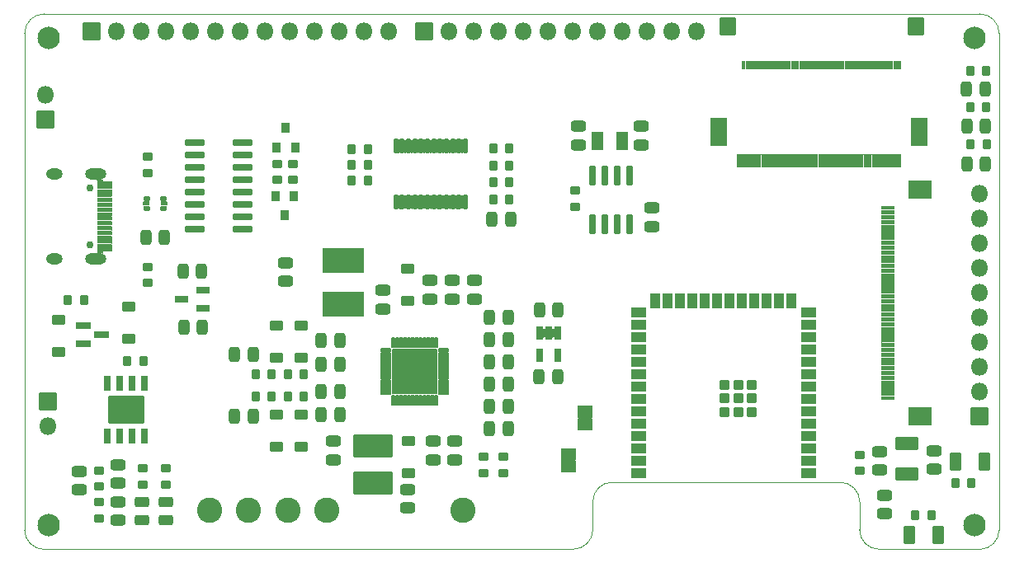
<source format=gts>
%TF.GenerationSoftware,KiCad,Pcbnew,6.0.7+dfsg-1build1*%
%TF.CreationDate,2023-01-24T23:00:55+01:00*%
%TF.ProjectId,epaper-breakout,65706170-6572-42d6-9272-65616b6f7574,rev?*%
%TF.SameCoordinates,Original*%
%TF.FileFunction,Soldermask,Top*%
%TF.FilePolarity,Negative*%
%FSLAX46Y46*%
G04 Gerber Fmt 4.6, Leading zero omitted, Abs format (unit mm)*
G04 Created by KiCad (PCBNEW 6.0.7+dfsg-1build1) date 2023-01-24 23:00:55*
%MOMM*%
%LPD*%
G01*
G04 APERTURE LIST*
G04 Aperture macros list*
%AMRoundRect*
0 Rectangle with rounded corners*
0 $1 Rounding radius*
0 $2 $3 $4 $5 $6 $7 $8 $9 X,Y pos of 4 corners*
0 Add a 4 corners polygon primitive as box body*
4,1,4,$2,$3,$4,$5,$6,$7,$8,$9,$2,$3,0*
0 Add four circle primitives for the rounded corners*
1,1,$1+$1,$2,$3*
1,1,$1+$1,$4,$5*
1,1,$1+$1,$6,$7*
1,1,$1+$1,$8,$9*
0 Add four rect primitives between the rounded corners*
20,1,$1+$1,$2,$3,$4,$5,0*
20,1,$1+$1,$4,$5,$6,$7,0*
20,1,$1+$1,$6,$7,$8,$9,0*
20,1,$1+$1,$8,$9,$2,$3,0*%
G04 Aperture macros list end*
%TA.AperFunction,Profile*%
%ADD10C,0.050000*%
%TD*%
%ADD11C,0.152400*%
%ADD12RoundRect,0.051000X0.750000X0.450000X-0.750000X0.450000X-0.750000X-0.450000X0.750000X-0.450000X0*%
%ADD13RoundRect,0.051000X-0.450000X0.750000X-0.450000X-0.750000X0.450000X-0.750000X0.450000X0.750000X0*%
%ADD14RoundRect,0.051000X-0.750000X-0.450000X0.750000X-0.450000X0.750000X0.450000X-0.750000X0.450000X0*%
%ADD15RoundRect,0.051000X-0.450000X-0.450000X0.450000X-0.450000X0.450000X0.450000X-0.450000X0.450000X0*%
%ADD16RoundRect,0.051000X1.100000X-0.900000X1.100000X0.900000X-1.100000X0.900000X-1.100000X-0.900000X0*%
%ADD17RoundRect,0.051000X0.650000X-0.150000X0.650000X0.150000X-0.650000X0.150000X-0.650000X-0.150000X0*%
%ADD18RoundRect,0.251000X-0.200000X-0.275000X0.200000X-0.275000X0.200000X0.275000X-0.200000X0.275000X0*%
%ADD19C,2.302000*%
%ADD20RoundRect,0.051000X0.400000X-0.450000X0.400000X0.450000X-0.400000X0.450000X-0.400000X-0.450000X0*%
%ADD21RoundRect,0.251000X-0.275000X0.200000X-0.275000X-0.200000X0.275000X-0.200000X0.275000X0.200000X0*%
%ADD22RoundRect,0.251000X0.275000X-0.200000X0.275000X0.200000X-0.275000X0.200000X-0.275000X-0.200000X0*%
%ADD23RoundRect,0.051000X-0.400000X0.450000X-0.400000X-0.450000X0.400000X-0.450000X0.400000X0.450000X0*%
%ADD24RoundRect,0.301000X0.250000X0.475000X-0.250000X0.475000X-0.250000X-0.475000X0.250000X-0.475000X0*%
%ADD25RoundRect,0.301000X-0.475000X0.250000X-0.475000X-0.250000X0.475000X-0.250000X0.475000X0.250000X0*%
%ADD26RoundRect,0.294750X-0.456250X0.243750X-0.456250X-0.243750X0.456250X-0.243750X0.456250X0.243750X0*%
%ADD27RoundRect,0.301000X0.475000X-0.250000X0.475000X0.250000X-0.475000X0.250000X-0.475000X-0.250000X0*%
%ADD28RoundRect,0.300999X0.325001X0.650001X-0.325001X0.650001X-0.325001X-0.650001X0.325001X-0.650001X0*%
%ADD29RoundRect,0.301000X-0.250000X-0.475000X0.250000X-0.475000X0.250000X0.475000X-0.250000X0.475000X0*%
%ADD30RoundRect,0.300999X-0.325001X-0.650001X0.325001X-0.650001X0.325001X0.650001X-0.325001X0.650001X0*%
%ADD31RoundRect,0.251000X0.200000X0.275000X-0.200000X0.275000X-0.200000X-0.275000X0.200000X-0.275000X0*%
%ADD32RoundRect,0.151000X-0.100000X0.637500X-0.100000X-0.637500X0.100000X-0.637500X0.100000X0.637500X0*%
%ADD33RoundRect,0.300997X0.925003X-0.412503X0.925003X0.412503X-0.925003X0.412503X-0.925003X-0.412503X0*%
%ADD34RoundRect,0.051000X1.950000X-1.100000X1.950000X1.100000X-1.950000X1.100000X-1.950000X-1.100000X0*%
%ADD35RoundRect,0.051000X2.100000X-1.200000X2.100000X1.200000X-2.100000X1.200000X-2.100000X-1.200000X0*%
%ADD36RoundRect,0.051000X-0.425000X0.100000X-0.425000X-0.100000X0.425000X-0.100000X0.425000X0.100000X0*%
%ADD37RoundRect,0.051000X0.100000X0.425000X-0.100000X0.425000X-0.100000X-0.425000X0.100000X-0.425000X0*%
%ADD38C,0.610000*%
%ADD39RoundRect,0.051000X2.199999X2.199999X-2.199999X2.199999X-2.199999X-2.199999X2.199999X-2.199999X0*%
%ADD40RoundRect,0.051000X-0.600000X0.450000X-0.600000X-0.450000X0.600000X-0.450000X0.600000X0.450000X0*%
%ADD41RoundRect,0.051000X0.600000X-0.450000X0.600000X0.450000X-0.600000X0.450000X-0.600000X-0.450000X0*%
%ADD42C,2.602000*%
%ADD43RoundRect,0.051000X-0.325000X0.750000X-0.325000X-0.750000X0.325000X-0.750000X0.325000X0.750000X0*%
%ADD44RoundRect,0.051000X-1.800000X1.350000X-1.800000X-1.350000X1.800000X-1.350000X1.800000X1.350000X0*%
%ADD45RoundRect,0.051000X-0.850000X-0.850000X0.850000X-0.850000X0.850000X0.850000X-0.850000X0.850000X0*%
%ADD46O,1.802000X1.802000*%
%ADD47RoundRect,0.201000X0.512500X0.150000X-0.512500X0.150000X-0.512500X-0.150000X0.512500X-0.150000X0*%
%ADD48RoundRect,0.051000X-0.250000X-0.187500X0.250000X-0.187500X0.250000X0.187500X-0.250000X0.187500X0*%
%ADD49RoundRect,0.051000X-0.325000X-0.150000X0.325000X-0.150000X0.325000X0.150000X-0.325000X0.150000X0*%
%ADD50RoundRect,0.051000X0.800000X1.400000X-0.800000X1.400000X-0.800000X-1.400000X0.800000X-1.400000X0*%
%ADD51RoundRect,0.051000X0.125000X0.650000X-0.125000X0.650000X-0.125000X-0.650000X0.125000X-0.650000X0*%
%ADD52RoundRect,0.201000X-0.587500X-0.150000X0.587500X-0.150000X0.587500X0.150000X-0.587500X0.150000X0*%
%ADD53RoundRect,0.051000X-0.750000X0.500000X-0.750000X-0.500000X0.750000X-0.500000X0.750000X0.500000X0*%
%ADD54RoundRect,0.051000X0.850000X0.850000X-0.850000X0.850000X-0.850000X-0.850000X0.850000X-0.850000X0*%
%ADD55RoundRect,0.201000X-0.150000X0.825000X-0.150000X-0.825000X0.150000X-0.825000X0.150000X0.825000X0*%
%ADD56RoundRect,0.201000X-0.150000X0.512500X-0.150000X-0.512500X0.150000X-0.512500X0.150000X0.512500X0*%
%ADD57RoundRect,0.051000X0.127000X-0.406400X0.127000X0.406400X-0.127000X0.406400X-0.127000X-0.406400X0*%
%ADD58RoundRect,0.051000X-0.762000X-0.850900X0.762000X-0.850900X0.762000X0.850900X-0.762000X0.850900X0*%
%ADD59RoundRect,0.051000X0.850000X-0.850000X0.850000X0.850000X-0.850000X0.850000X-0.850000X-0.850000X0*%
%ADD60RoundRect,0.201000X-0.825000X-0.150000X0.825000X-0.150000X0.825000X0.150000X-0.825000X0.150000X0*%
%ADD61C,0.752000*%
%ADD62RoundRect,0.051000X-0.725000X0.300000X-0.725000X-0.300000X0.725000X-0.300000X0.725000X0.300000X0*%
%ADD63RoundRect,0.051000X-0.725000X0.150000X-0.725000X-0.150000X0.725000X-0.150000X0.725000X0.150000X0*%
%ADD64O,1.702000X1.102000*%
%ADD65O,2.202000X1.102000*%
%ADD66RoundRect,0.051000X-0.500000X-0.900000X0.500000X-0.900000X0.500000X0.900000X-0.500000X0.900000X0*%
G04 APERTURE END LIST*
D10*
X25000000Y-62500000D02*
X25000000Y-11500000D01*
X27000000Y-64500000D02*
X81300000Y-64485786D01*
X125000000Y-11500000D02*
X125000000Y-62500000D01*
X27000000Y-9500000D02*
X123000000Y-9500000D01*
X27000000Y-9500000D02*
G75*
G03*
X25000000Y-11500000I0J-2000000D01*
G01*
X85300000Y-57600000D02*
G75*
G03*
X83300000Y-59600000I0J-2000000D01*
G01*
X83300000Y-62485786D02*
X83300000Y-59600000D01*
X81300000Y-64485800D02*
G75*
G03*
X83300000Y-62485786I0J2000000D01*
G01*
X110666214Y-62485786D02*
G75*
G03*
X112666214Y-64485786I1999986J-14D01*
G01*
X88700000Y-57600000D02*
X85300000Y-57600000D01*
X125000000Y-11500000D02*
G75*
G03*
X123000000Y-9500000I-2000000J0D01*
G01*
X25000000Y-62500000D02*
G75*
G03*
X27000000Y-64500000I2000000J0D01*
G01*
X110666214Y-62485786D02*
X110685791Y-59614213D01*
X123000000Y-64500000D02*
G75*
G03*
X125000000Y-62500000I0J2000000D01*
G01*
X112666214Y-64485786D02*
X123000000Y-64500000D01*
X110685787Y-59614213D02*
G75*
G03*
X108685791Y-57614213I-1999987J13D01*
G01*
X108685791Y-57614213D02*
X88700000Y-57600000D01*
D11*
X62524038Y-48178037D02*
X62524038Y-47877961D01*
X61573961Y-44978038D02*
X62524038Y-44978038D01*
X66273962Y-49678039D02*
X66574038Y-49678039D01*
X62974037Y-49678039D02*
X62974037Y-48727962D01*
X63073963Y-42777961D02*
X63073963Y-43728038D01*
X65374037Y-48727962D02*
X65073962Y-48727962D01*
X68474039Y-45778039D02*
X68474039Y-45477963D01*
X62760501Y-46028000D02*
X62760501Y-45640600D01*
X67073963Y-48727962D02*
X67073963Y-49678039D01*
X67287499Y-48491499D02*
X66798800Y-48491499D01*
X63473962Y-43728038D02*
X63774038Y-43728038D01*
X62974037Y-42777961D02*
X62673962Y-42777961D01*
X64673963Y-48727962D02*
X64673963Y-49678039D01*
X66174038Y-48727962D02*
X65873963Y-48727962D01*
X67523962Y-47077963D02*
X67523962Y-47378038D01*
X64974038Y-49678039D02*
X64974038Y-48727962D01*
X67523962Y-48277963D02*
X67523962Y-48578038D01*
X65374037Y-42777961D02*
X65073962Y-42777961D01*
X66974037Y-43728038D02*
X66974037Y-42777961D01*
X65611400Y-48491499D02*
X65611400Y-43964501D01*
X68474039Y-47877961D02*
X67523962Y-47877961D01*
X63774038Y-49678039D02*
X63774038Y-48727962D01*
X67523962Y-46277962D02*
X67523962Y-46578037D01*
X67523962Y-44578039D02*
X68474039Y-44578039D01*
X62524038Y-44677962D02*
X61573961Y-44677962D01*
X65873963Y-43728038D02*
X66174038Y-43728038D01*
X62760501Y-48002800D02*
X67287499Y-48002800D01*
X61573961Y-47477962D02*
X61573961Y-47778038D01*
X61573961Y-47077963D02*
X61573961Y-47378038D01*
X61573961Y-46277962D02*
X61573961Y-46578037D01*
X66273962Y-42777961D02*
X66273962Y-43728038D01*
X65073962Y-48727962D02*
X65073962Y-49678039D01*
X68474039Y-44277963D02*
X67523962Y-44277963D01*
X64436600Y-48491499D02*
X64824000Y-48491499D01*
X63249200Y-43964501D02*
X63249200Y-48491499D01*
X61573961Y-44178037D02*
X62524038Y-44178037D01*
X62524038Y-45077962D02*
X61573961Y-45077962D01*
X66798800Y-43964501D02*
X67287499Y-43964501D01*
X66673961Y-42777961D02*
X66673961Y-43728038D01*
X61573961Y-44578039D02*
X62524038Y-44578039D01*
X67287499Y-43964501D02*
X67287499Y-48491499D01*
X68474039Y-46277962D02*
X67523962Y-46277962D01*
X68474039Y-47378038D02*
X68474039Y-47077963D01*
X64673963Y-49678039D02*
X64974038Y-49678039D01*
X68474039Y-46978039D02*
X68474039Y-46677961D01*
X62524038Y-44978038D02*
X62524038Y-44677962D01*
X64273961Y-48727962D02*
X64273961Y-49678039D01*
X62524038Y-45877963D02*
X61573961Y-45877963D01*
X67523962Y-47477962D02*
X67523962Y-47778038D01*
X67287499Y-48002800D02*
X67287499Y-48491499D01*
X62760501Y-46428000D02*
X67287499Y-46428000D01*
X62974037Y-48727962D02*
X62673962Y-48727962D01*
X62524038Y-45477961D02*
X61573961Y-45477961D01*
X63774038Y-42777961D02*
X63473962Y-42777961D01*
X67523962Y-43877962D02*
X67523962Y-44178037D01*
X66974037Y-49678039D02*
X66974037Y-48727962D01*
X61573961Y-46578037D02*
X62524038Y-46578037D01*
X66398800Y-48491499D02*
X66398800Y-43964501D01*
X67374038Y-43728038D02*
X67374038Y-42777961D01*
X64824000Y-43964501D02*
X64436600Y-43964501D01*
X68474039Y-46578037D02*
X68474039Y-46277962D01*
X62524038Y-44578039D02*
X62524038Y-44277963D01*
X65873963Y-49678039D02*
X66174038Y-49678039D01*
X63774038Y-43728038D02*
X63774038Y-42777961D01*
X61573961Y-47877961D02*
X61573961Y-48178037D01*
X62524038Y-47778038D02*
X62524038Y-47477962D01*
X62760501Y-47215400D02*
X67287499Y-47215400D01*
X61573961Y-44677962D02*
X61573961Y-44978038D01*
X67374038Y-49678039D02*
X67374038Y-48727962D01*
X68474039Y-47778038D02*
X68474039Y-47477962D01*
X63473962Y-42777961D02*
X63473962Y-43728038D01*
X62524038Y-46978037D02*
X62524038Y-46677961D01*
X66673961Y-43728038D02*
X66974037Y-43728038D01*
X68474039Y-45077962D02*
X67523962Y-45077962D01*
X65073962Y-49678039D02*
X65374037Y-49678039D01*
X65224000Y-43964501D02*
X65224000Y-48491499D01*
X64273963Y-42777961D02*
X64273963Y-43728038D01*
X62760501Y-45240600D02*
X62760501Y-44853200D01*
X63374039Y-48727962D02*
X63073963Y-48727962D01*
X63873962Y-49678039D02*
X64174037Y-49678039D01*
X67523962Y-47778038D02*
X68474039Y-47778038D01*
X63073963Y-43728038D02*
X63374039Y-43728038D01*
X66673961Y-48727962D02*
X66673961Y-49678039D01*
X63774038Y-48727962D02*
X63473962Y-48727962D01*
X63873962Y-48727962D02*
X63873962Y-49678039D01*
X66174038Y-49678039D02*
X66174038Y-48727962D01*
X67073963Y-42777961D02*
X67073963Y-43728038D01*
X67523962Y-45778039D02*
X68474039Y-45778039D01*
X66174038Y-42777961D02*
X65873963Y-42777961D01*
X65473961Y-43728038D02*
X65774039Y-43728038D01*
X62673962Y-48727962D02*
X62673962Y-49678039D01*
X61573961Y-45477961D02*
X61573961Y-45778039D01*
X66574038Y-49678039D02*
X66574038Y-48727962D01*
X65774039Y-42777961D02*
X65473961Y-42777961D01*
X61573961Y-48277963D02*
X61573961Y-48578038D01*
X68474039Y-44978038D02*
X68474039Y-44677962D01*
X61573961Y-46178038D02*
X62524038Y-46178038D01*
X67073963Y-43728038D02*
X67374038Y-43728038D01*
X64174037Y-49678039D02*
X64174037Y-48727962D01*
X67523962Y-45378037D02*
X68474039Y-45378037D01*
X61573961Y-43877962D02*
X61573961Y-44178037D01*
X66174038Y-43728038D02*
X66174038Y-42777961D01*
X67523962Y-46178038D02*
X68474039Y-46178038D01*
X67523962Y-44277963D02*
X67523962Y-44578039D01*
X67523962Y-48178037D02*
X68474039Y-48178037D01*
X62673962Y-49678039D02*
X62974037Y-49678039D01*
X66798800Y-48491499D02*
X66798800Y-43964501D01*
X67523962Y-47877961D02*
X67523962Y-48178037D01*
X66974037Y-48727962D02*
X66673961Y-48727962D01*
X66011400Y-48491499D02*
X66398800Y-48491499D01*
X64174037Y-48727962D02*
X63873962Y-48727962D01*
X67287499Y-46428000D02*
X67287499Y-46815400D01*
X62974037Y-43728038D02*
X62974037Y-42777961D01*
X63249200Y-48491499D02*
X62760501Y-48491499D01*
X66011400Y-43964501D02*
X66011400Y-48491499D01*
X62760501Y-46815400D02*
X62760501Y-46428000D01*
X64036600Y-48491499D02*
X64036600Y-43964501D01*
X62524038Y-46677961D02*
X61573961Y-46677961D01*
X67287499Y-45240600D02*
X62760501Y-45240600D01*
X65774037Y-49678039D02*
X65774037Y-48727962D01*
X64673963Y-43728038D02*
X64974038Y-43728038D01*
X63374039Y-49678039D02*
X63374039Y-48727962D01*
X64673963Y-42777961D02*
X64673963Y-43728038D01*
X64273963Y-43728038D02*
X64574039Y-43728038D01*
X66398800Y-43964501D02*
X66011400Y-43964501D01*
X63073963Y-49678039D02*
X63374039Y-49678039D01*
X67287499Y-46028000D02*
X62760501Y-46028000D01*
X62673962Y-43728038D02*
X62974037Y-43728038D01*
X61573961Y-48578038D02*
X62524038Y-48578038D01*
X61573961Y-46677961D02*
X61573961Y-46978037D01*
X65774039Y-43728038D02*
X65774039Y-42777961D01*
X68474039Y-44677962D02*
X67523962Y-44677962D01*
X62524038Y-43877962D02*
X61573961Y-43877962D01*
X65073962Y-42777961D02*
X65073962Y-43728038D01*
X68474039Y-45477963D02*
X67523962Y-45477963D01*
X61573961Y-46978037D02*
X62524038Y-46978037D01*
X66273962Y-43728038D02*
X66574038Y-43728038D01*
X65374037Y-43728038D02*
X65374037Y-42777961D01*
X67374038Y-42777961D02*
X67073963Y-42777961D01*
X62524038Y-48277963D02*
X61573961Y-48277963D01*
X67523962Y-44677962D02*
X67523962Y-44978038D01*
X67523962Y-47378038D02*
X68474039Y-47378038D01*
X62760501Y-45640600D02*
X67287499Y-45640600D01*
X63649200Y-43964501D02*
X63649200Y-48491499D01*
X62524038Y-46277962D02*
X61573961Y-46277962D01*
X65073962Y-43728038D02*
X65374037Y-43728038D01*
X67287499Y-43964501D02*
X67287499Y-44453200D01*
X61573961Y-45877963D02*
X61573961Y-46178038D01*
X67523962Y-46677961D02*
X67523962Y-46978039D01*
X62760501Y-44453200D02*
X62760501Y-43964501D01*
X63873962Y-42777961D02*
X63873962Y-43728038D01*
X68474039Y-44578039D02*
X68474039Y-44277963D01*
X65473961Y-49678039D02*
X65774037Y-49678039D01*
X63374039Y-42777961D02*
X63073963Y-42777961D01*
X62524038Y-47477962D02*
X61573961Y-47477962D01*
X68474039Y-45877963D02*
X67523962Y-45877963D01*
X67523962Y-45477963D02*
X67523962Y-45778039D01*
X67287499Y-45640600D02*
X67287499Y-46028000D01*
X64574039Y-42777961D02*
X64273963Y-42777961D01*
X63374039Y-43728038D02*
X63374039Y-42777961D01*
X61573961Y-48178037D02*
X62524038Y-48178037D01*
X62524038Y-46178038D02*
X62524038Y-45877963D01*
X67287499Y-44453200D02*
X62760501Y-44453200D01*
X64174037Y-42777961D02*
X63873962Y-42777961D01*
X67523962Y-45877963D02*
X67523962Y-46178038D01*
X62524038Y-44277963D02*
X61573961Y-44277963D01*
X68474039Y-48178037D02*
X68474039Y-47877961D01*
X61573961Y-45778039D02*
X62524038Y-45778039D01*
X61573961Y-45077962D02*
X61573961Y-45378037D01*
X64036600Y-43964501D02*
X63649200Y-43964501D01*
X67523962Y-48578038D02*
X68474039Y-48578038D01*
X67287499Y-47215400D02*
X67287499Y-47602800D01*
X61573961Y-47778038D02*
X62524038Y-47778038D01*
X65873963Y-48727962D02*
X65873963Y-49678039D01*
X67287499Y-46815400D02*
X62760501Y-46815400D01*
X68474039Y-48578038D02*
X68474039Y-48277963D01*
X62524038Y-47877961D02*
X61573961Y-47877961D01*
X62760501Y-43964501D02*
X67287499Y-43964501D01*
X62760501Y-47602800D02*
X62760501Y-47215400D01*
X65611400Y-43964501D02*
X65224000Y-43964501D01*
X68474039Y-47077963D02*
X67523962Y-47077963D01*
X64174037Y-43728038D02*
X64174037Y-42777961D01*
X66574038Y-43728038D02*
X66574038Y-42777961D01*
X64574039Y-49678039D02*
X64574039Y-48727962D01*
X61573961Y-44277963D02*
X61573961Y-44578039D01*
X67523962Y-46978039D02*
X68474039Y-46978039D01*
X64974038Y-42777961D02*
X64673963Y-42777961D01*
X64974038Y-48727962D02*
X64673963Y-48727962D01*
X67523962Y-46578037D02*
X68474039Y-46578037D01*
X67523962Y-44978038D02*
X68474039Y-44978038D01*
X68474039Y-48277963D02*
X67523962Y-48277963D01*
X66574038Y-48727962D02*
X66273962Y-48727962D01*
X68474039Y-44178037D02*
X68474039Y-43877962D01*
X64574039Y-43728038D02*
X64574039Y-42777961D01*
X67287499Y-44853200D02*
X67287499Y-45240600D01*
X64824000Y-48491499D02*
X64824000Y-43964501D01*
X68474039Y-46178038D02*
X68474039Y-45877963D01*
X67523962Y-44178037D02*
X68474039Y-44178037D01*
X65774037Y-48727962D02*
X65473961Y-48727962D01*
X67287499Y-48491499D02*
X62760501Y-48491499D01*
X62760501Y-48491499D02*
X62760501Y-48002800D01*
X61573961Y-47378038D02*
X62524038Y-47378038D01*
X62673962Y-42777961D02*
X62673962Y-43728038D01*
X62524038Y-46578037D02*
X62524038Y-46277962D01*
X62524038Y-45378037D02*
X62524038Y-45077962D01*
X68474039Y-45378037D02*
X68474039Y-45077962D01*
X65473961Y-48727962D02*
X65473961Y-49678039D01*
X64974038Y-43728038D02*
X64974038Y-42777961D01*
X64436600Y-43964501D02*
X64436600Y-48491499D01*
X62524038Y-44178037D02*
X62524038Y-43877962D01*
X66273962Y-48727962D02*
X66273962Y-49678039D01*
X66673961Y-49678039D02*
X66974037Y-49678039D01*
X67523962Y-45077962D02*
X67523962Y-45378037D01*
X62760501Y-43964501D02*
X63249200Y-43964501D01*
X62524038Y-48578038D02*
X62524038Y-48277963D01*
X67374038Y-48727962D02*
X67073963Y-48727962D01*
X68474039Y-46677961D02*
X67523962Y-46677961D01*
X62524038Y-47378038D02*
X62524038Y-47077963D01*
X62760501Y-48491499D02*
X62760501Y-43964501D01*
X64574039Y-48727962D02*
X64273961Y-48727962D01*
X63473962Y-49678039D02*
X63774038Y-49678039D01*
X66574038Y-42777961D02*
X66273962Y-42777961D01*
X63473962Y-48727962D02*
X63473962Y-49678039D01*
X62524038Y-47077963D02*
X61573961Y-47077963D01*
X62760501Y-44853200D02*
X67287499Y-44853200D01*
X65224000Y-48491499D02*
X65611400Y-48491499D01*
X67287499Y-47602800D02*
X62760501Y-47602800D01*
X66974037Y-42777961D02*
X66673961Y-42777961D01*
X63873962Y-43728038D02*
X64174037Y-43728038D01*
X63649200Y-48491499D02*
X64036600Y-48491499D01*
X67073963Y-49678039D02*
X67374038Y-49678039D01*
X63073963Y-48727962D02*
X63073963Y-49678039D01*
X64273961Y-49678039D02*
X64574039Y-49678039D01*
X61573961Y-45378037D02*
X62524038Y-45378037D01*
X65374037Y-49678039D02*
X65374037Y-48727962D01*
X62524038Y-45778039D02*
X62524038Y-45477961D01*
X68474039Y-47477962D02*
X67523962Y-47477962D01*
X65473961Y-42777961D02*
X65473961Y-43728038D01*
X68474039Y-43877962D02*
X67523962Y-43877962D01*
X65873963Y-42777961D02*
X65873963Y-43728038D01*
D10*
X25000000Y-62500000D02*
X25000000Y-11500000D01*
X27000000Y-64500000D02*
X81300000Y-64485786D01*
X125000000Y-11500000D02*
X125000000Y-62500000D01*
X27000000Y-9500000D02*
X123000000Y-9500000D01*
X27000000Y-9500000D02*
G75*
G03*
X25000000Y-11500000I0J-2000000D01*
G01*
X85300000Y-57600000D02*
G75*
G03*
X83300000Y-59600000I0J-2000000D01*
G01*
X83300000Y-62485786D02*
X83300000Y-59600000D01*
X81300000Y-64485800D02*
G75*
G03*
X83300000Y-62485786I0J2000000D01*
G01*
X110666214Y-62485786D02*
G75*
G03*
X112666214Y-64485786I1999986J-14D01*
G01*
X88700000Y-57600000D02*
X85300000Y-57600000D01*
X125000000Y-11500000D02*
G75*
G03*
X123000000Y-9500000I-2000000J0D01*
G01*
X25000000Y-62500000D02*
G75*
G03*
X27000000Y-64500000I2000000J0D01*
G01*
X110666214Y-62485786D02*
X110685791Y-59614213D01*
X123000000Y-64500000D02*
G75*
G03*
X125000000Y-62500000I0J2000000D01*
G01*
X112666214Y-64485786D02*
X123000000Y-64500000D01*
X110685787Y-59614213D02*
G75*
G03*
X108685791Y-57614213I-1999987J13D01*
G01*
X108685791Y-57614213D02*
X88700000Y-57600000D01*
D11*
X62524038Y-48178037D02*
X62524038Y-47877961D01*
X61573961Y-44978038D02*
X62524038Y-44978038D01*
X66273962Y-49678039D02*
X66574038Y-49678039D01*
X62974037Y-49678039D02*
X62974037Y-48727962D01*
X63073963Y-42777961D02*
X63073963Y-43728038D01*
X65374037Y-48727962D02*
X65073962Y-48727962D01*
X68474039Y-45778039D02*
X68474039Y-45477963D01*
X62760501Y-46028000D02*
X62760501Y-45640600D01*
X67073963Y-48727962D02*
X67073963Y-49678039D01*
X67287499Y-48491499D02*
X66798800Y-48491499D01*
X63473962Y-43728038D02*
X63774038Y-43728038D01*
X62974037Y-42777961D02*
X62673962Y-42777961D01*
X64673963Y-48727962D02*
X64673963Y-49678039D01*
X66174038Y-48727962D02*
X65873963Y-48727962D01*
X67523962Y-47077963D02*
X67523962Y-47378038D01*
X64974038Y-49678039D02*
X64974038Y-48727962D01*
X67523962Y-48277963D02*
X67523962Y-48578038D01*
X65374037Y-42777961D02*
X65073962Y-42777961D01*
X66974037Y-43728038D02*
X66974037Y-42777961D01*
X65611400Y-48491499D02*
X65611400Y-43964501D01*
X68474039Y-47877961D02*
X67523962Y-47877961D01*
X63774038Y-49678039D02*
X63774038Y-48727962D01*
X67523962Y-46277962D02*
X67523962Y-46578037D01*
X67523962Y-44578039D02*
X68474039Y-44578039D01*
X62524038Y-44677962D02*
X61573961Y-44677962D01*
X65873963Y-43728038D02*
X66174038Y-43728038D01*
X62760501Y-48002800D02*
X67287499Y-48002800D01*
X61573961Y-47477962D02*
X61573961Y-47778038D01*
X61573961Y-47077963D02*
X61573961Y-47378038D01*
X61573961Y-46277962D02*
X61573961Y-46578037D01*
X66273962Y-42777961D02*
X66273962Y-43728038D01*
X65073962Y-48727962D02*
X65073962Y-49678039D01*
X68474039Y-44277963D02*
X67523962Y-44277963D01*
X64436600Y-48491499D02*
X64824000Y-48491499D01*
X63249200Y-43964501D02*
X63249200Y-48491499D01*
X61573961Y-44178037D02*
X62524038Y-44178037D01*
X62524038Y-45077962D02*
X61573961Y-45077962D01*
X66798800Y-43964501D02*
X67287499Y-43964501D01*
X66673961Y-42777961D02*
X66673961Y-43728038D01*
X61573961Y-44578039D02*
X62524038Y-44578039D01*
X67287499Y-43964501D02*
X67287499Y-48491499D01*
X68474039Y-46277962D02*
X67523962Y-46277962D01*
X68474039Y-47378038D02*
X68474039Y-47077963D01*
X64673963Y-49678039D02*
X64974038Y-49678039D01*
X68474039Y-46978039D02*
X68474039Y-46677961D01*
X62524038Y-44978038D02*
X62524038Y-44677962D01*
X64273961Y-48727962D02*
X64273961Y-49678039D01*
X62524038Y-45877963D02*
X61573961Y-45877963D01*
X67523962Y-47477962D02*
X67523962Y-47778038D01*
X67287499Y-48002800D02*
X67287499Y-48491499D01*
X62760501Y-46428000D02*
X67287499Y-46428000D01*
X62974037Y-48727962D02*
X62673962Y-48727962D01*
X62524038Y-45477961D02*
X61573961Y-45477961D01*
X63774038Y-42777961D02*
X63473962Y-42777961D01*
X67523962Y-43877962D02*
X67523962Y-44178037D01*
X66974037Y-49678039D02*
X66974037Y-48727962D01*
X61573961Y-46578037D02*
X62524038Y-46578037D01*
X66398800Y-48491499D02*
X66398800Y-43964501D01*
X67374038Y-43728038D02*
X67374038Y-42777961D01*
X64824000Y-43964501D02*
X64436600Y-43964501D01*
X68474039Y-46578037D02*
X68474039Y-46277962D01*
X62524038Y-44578039D02*
X62524038Y-44277963D01*
X65873963Y-49678039D02*
X66174038Y-49678039D01*
X63774038Y-43728038D02*
X63774038Y-42777961D01*
X61573961Y-47877961D02*
X61573961Y-48178037D01*
X62524038Y-47778038D02*
X62524038Y-47477962D01*
X62760501Y-47215400D02*
X67287499Y-47215400D01*
X61573961Y-44677962D02*
X61573961Y-44978038D01*
X67374038Y-49678039D02*
X67374038Y-48727962D01*
X68474039Y-47778038D02*
X68474039Y-47477962D01*
X63473962Y-42777961D02*
X63473962Y-43728038D01*
X62524038Y-46978037D02*
X62524038Y-46677961D01*
X66673961Y-43728038D02*
X66974037Y-43728038D01*
X68474039Y-45077962D02*
X67523962Y-45077962D01*
X65073962Y-49678039D02*
X65374037Y-49678039D01*
X65224000Y-43964501D02*
X65224000Y-48491499D01*
X64273963Y-42777961D02*
X64273963Y-43728038D01*
X62760501Y-45240600D02*
X62760501Y-44853200D01*
X63374039Y-48727962D02*
X63073963Y-48727962D01*
X63873962Y-49678039D02*
X64174037Y-49678039D01*
X67523962Y-47778038D02*
X68474039Y-47778038D01*
X63073963Y-43728038D02*
X63374039Y-43728038D01*
X66673961Y-48727962D02*
X66673961Y-49678039D01*
X63774038Y-48727962D02*
X63473962Y-48727962D01*
X63873962Y-48727962D02*
X63873962Y-49678039D01*
X66174038Y-49678039D02*
X66174038Y-48727962D01*
X67073963Y-42777961D02*
X67073963Y-43728038D01*
X67523962Y-45778039D02*
X68474039Y-45778039D01*
X66174038Y-42777961D02*
X65873963Y-42777961D01*
X65473961Y-43728038D02*
X65774039Y-43728038D01*
X62673962Y-48727962D02*
X62673962Y-49678039D01*
X61573961Y-45477961D02*
X61573961Y-45778039D01*
X66574038Y-49678039D02*
X66574038Y-48727962D01*
X65774039Y-42777961D02*
X65473961Y-42777961D01*
X61573961Y-48277963D02*
X61573961Y-48578038D01*
X68474039Y-44978038D02*
X68474039Y-44677962D01*
X61573961Y-46178038D02*
X62524038Y-46178038D01*
X67073963Y-43728038D02*
X67374038Y-43728038D01*
X64174037Y-49678039D02*
X64174037Y-48727962D01*
X67523962Y-45378037D02*
X68474039Y-45378037D01*
X61573961Y-43877962D02*
X61573961Y-44178037D01*
X66174038Y-43728038D02*
X66174038Y-42777961D01*
X67523962Y-46178038D02*
X68474039Y-46178038D01*
X67523962Y-44277963D02*
X67523962Y-44578039D01*
X67523962Y-48178037D02*
X68474039Y-48178037D01*
X62673962Y-49678039D02*
X62974037Y-49678039D01*
X66798800Y-48491499D02*
X66798800Y-43964501D01*
X67523962Y-47877961D02*
X67523962Y-48178037D01*
X66974037Y-48727962D02*
X66673961Y-48727962D01*
X66011400Y-48491499D02*
X66398800Y-48491499D01*
X64174037Y-48727962D02*
X63873962Y-48727962D01*
X67287499Y-46428000D02*
X67287499Y-46815400D01*
X62974037Y-43728038D02*
X62974037Y-42777961D01*
X63249200Y-48491499D02*
X62760501Y-48491499D01*
X66011400Y-43964501D02*
X66011400Y-48491499D01*
X62760501Y-46815400D02*
X62760501Y-46428000D01*
X64036600Y-48491499D02*
X64036600Y-43964501D01*
X62524038Y-46677961D02*
X61573961Y-46677961D01*
X67287499Y-45240600D02*
X62760501Y-45240600D01*
X65774037Y-49678039D02*
X65774037Y-48727962D01*
X64673963Y-43728038D02*
X64974038Y-43728038D01*
X63374039Y-49678039D02*
X63374039Y-48727962D01*
X64673963Y-42777961D02*
X64673963Y-43728038D01*
X64273963Y-43728038D02*
X64574039Y-43728038D01*
X66398800Y-43964501D02*
X66011400Y-43964501D01*
X63073963Y-49678039D02*
X63374039Y-49678039D01*
X67287499Y-46028000D02*
X62760501Y-46028000D01*
X62673962Y-43728038D02*
X62974037Y-43728038D01*
X61573961Y-48578038D02*
X62524038Y-48578038D01*
X61573961Y-46677961D02*
X61573961Y-46978037D01*
X65774039Y-43728038D02*
X65774039Y-42777961D01*
X68474039Y-44677962D02*
X67523962Y-44677962D01*
X62524038Y-43877962D02*
X61573961Y-43877962D01*
X65073962Y-42777961D02*
X65073962Y-43728038D01*
X68474039Y-45477963D02*
X67523962Y-45477963D01*
X61573961Y-46978037D02*
X62524038Y-46978037D01*
X66273962Y-43728038D02*
X66574038Y-43728038D01*
X65374037Y-43728038D02*
X65374037Y-42777961D01*
X67374038Y-42777961D02*
X67073963Y-42777961D01*
X62524038Y-48277963D02*
X61573961Y-48277963D01*
X67523962Y-44677962D02*
X67523962Y-44978038D01*
X67523962Y-47378038D02*
X68474039Y-47378038D01*
X62760501Y-45640600D02*
X67287499Y-45640600D01*
X63649200Y-43964501D02*
X63649200Y-48491499D01*
X62524038Y-46277962D02*
X61573961Y-46277962D01*
X65073962Y-43728038D02*
X65374037Y-43728038D01*
X67287499Y-43964501D02*
X67287499Y-44453200D01*
X61573961Y-45877963D02*
X61573961Y-46178038D01*
X67523962Y-46677961D02*
X67523962Y-46978039D01*
X62760501Y-44453200D02*
X62760501Y-43964501D01*
X63873962Y-42777961D02*
X63873962Y-43728038D01*
X68474039Y-44578039D02*
X68474039Y-44277963D01*
X65473961Y-49678039D02*
X65774037Y-49678039D01*
X63374039Y-42777961D02*
X63073963Y-42777961D01*
X62524038Y-47477962D02*
X61573961Y-47477962D01*
X68474039Y-45877963D02*
X67523962Y-45877963D01*
X67523962Y-45477963D02*
X67523962Y-45778039D01*
X67287499Y-45640600D02*
X67287499Y-46028000D01*
X64574039Y-42777961D02*
X64273963Y-42777961D01*
X63374039Y-43728038D02*
X63374039Y-42777961D01*
X61573961Y-48178037D02*
X62524038Y-48178037D01*
X62524038Y-46178038D02*
X62524038Y-45877963D01*
X67287499Y-44453200D02*
X62760501Y-44453200D01*
X64174037Y-42777961D02*
X63873962Y-42777961D01*
X67523962Y-45877963D02*
X67523962Y-46178038D01*
X62524038Y-44277963D02*
X61573961Y-44277963D01*
X68474039Y-48178037D02*
X68474039Y-47877961D01*
X61573961Y-45778039D02*
X62524038Y-45778039D01*
X61573961Y-45077962D02*
X61573961Y-45378037D01*
X64036600Y-43964501D02*
X63649200Y-43964501D01*
X67523962Y-48578038D02*
X68474039Y-48578038D01*
X67287499Y-47215400D02*
X67287499Y-47602800D01*
X61573961Y-47778038D02*
X62524038Y-47778038D01*
X65873963Y-48727962D02*
X65873963Y-49678039D01*
X67287499Y-46815400D02*
X62760501Y-46815400D01*
X68474039Y-48578038D02*
X68474039Y-48277963D01*
X62524038Y-47877961D02*
X61573961Y-47877961D01*
X62760501Y-43964501D02*
X67287499Y-43964501D01*
X62760501Y-47602800D02*
X62760501Y-47215400D01*
X65611400Y-43964501D02*
X65224000Y-43964501D01*
X68474039Y-47077963D02*
X67523962Y-47077963D01*
X64174037Y-43728038D02*
X64174037Y-42777961D01*
X66574038Y-43728038D02*
X66574038Y-42777961D01*
X64574039Y-49678039D02*
X64574039Y-48727962D01*
X61573961Y-44277963D02*
X61573961Y-44578039D01*
X67523962Y-46978039D02*
X68474039Y-46978039D01*
X64974038Y-42777961D02*
X64673963Y-42777961D01*
X64974038Y-48727962D02*
X64673963Y-48727962D01*
X67523962Y-46578037D02*
X68474039Y-46578037D01*
X67523962Y-44978038D02*
X68474039Y-44978038D01*
X68474039Y-48277963D02*
X67523962Y-48277963D01*
X66574038Y-48727962D02*
X66273962Y-48727962D01*
X68474039Y-44178037D02*
X68474039Y-43877962D01*
X64574039Y-43728038D02*
X64574039Y-42777961D01*
X67287499Y-44853200D02*
X67287499Y-45240600D01*
X64824000Y-48491499D02*
X64824000Y-43964501D01*
X68474039Y-46178038D02*
X68474039Y-45877963D01*
X67523962Y-44178037D02*
X68474039Y-44178037D01*
X65774037Y-48727962D02*
X65473961Y-48727962D01*
X67287499Y-48491499D02*
X62760501Y-48491499D01*
X62760501Y-48491499D02*
X62760501Y-48002800D01*
X61573961Y-47378038D02*
X62524038Y-47378038D01*
X62673962Y-42777961D02*
X62673962Y-43728038D01*
X62524038Y-46578037D02*
X62524038Y-46277962D01*
X62524038Y-45378037D02*
X62524038Y-45077962D01*
X68474039Y-45378037D02*
X68474039Y-45077962D01*
X65473961Y-48727962D02*
X65473961Y-49678039D01*
X64974038Y-43728038D02*
X64974038Y-42777961D01*
X64436600Y-43964501D02*
X64436600Y-48491499D01*
X62524038Y-44178037D02*
X62524038Y-43877962D01*
X66273962Y-48727962D02*
X66273962Y-49678039D01*
X66673961Y-49678039D02*
X66974037Y-49678039D01*
X67523962Y-45077962D02*
X67523962Y-45378037D01*
X62760501Y-43964501D02*
X63249200Y-43964501D01*
X62524038Y-48578038D02*
X62524038Y-48277963D01*
X67374038Y-48727962D02*
X67073963Y-48727962D01*
X68474039Y-46677961D02*
X67523962Y-46677961D01*
X62524038Y-47378038D02*
X62524038Y-47077963D01*
X62760501Y-48491499D02*
X62760501Y-43964501D01*
X64574039Y-48727962D02*
X64273961Y-48727962D01*
X63473962Y-49678039D02*
X63774038Y-49678039D01*
X66574038Y-42777961D02*
X66273962Y-42777961D01*
X63473962Y-48727962D02*
X63473962Y-49678039D01*
X62524038Y-47077963D02*
X61573961Y-47077963D01*
X62760501Y-44853200D02*
X67287499Y-44853200D01*
X65224000Y-48491499D02*
X65611400Y-48491499D01*
X67287499Y-47602800D02*
X62760501Y-47602800D01*
X66974037Y-42777961D02*
X66673961Y-42777961D01*
X63873962Y-43728038D02*
X64174037Y-43728038D01*
X63649200Y-48491499D02*
X64036600Y-48491499D01*
X67073963Y-49678039D02*
X67374038Y-49678039D01*
X63073963Y-48727962D02*
X63073963Y-49678039D01*
X64273961Y-49678039D02*
X64574039Y-49678039D01*
X61573961Y-45378037D02*
X62524038Y-45378037D01*
X65374037Y-49678039D02*
X65374037Y-48727962D01*
X62524038Y-45778039D02*
X62524038Y-45477961D01*
X68474039Y-47477962D02*
X67523962Y-47477962D01*
X65473961Y-42777961D02*
X65473961Y-43728038D01*
X68474039Y-43877962D02*
X67523962Y-43877962D01*
X65873963Y-42777961D02*
X65873963Y-43728038D01*
D12*
X105475000Y-56710000D03*
X105475000Y-55440000D03*
X105475000Y-54170000D03*
X105475000Y-52900000D03*
X105475000Y-51630000D03*
X105475000Y-50360000D03*
X105475000Y-49090000D03*
X105475000Y-47820000D03*
X105475000Y-46550000D03*
X105475000Y-45280000D03*
X105475000Y-44010000D03*
X105475000Y-42740000D03*
X105475000Y-41470000D03*
X105475000Y-40200000D03*
D13*
X103710000Y-38950000D03*
X102440000Y-38950000D03*
X101170000Y-38950000D03*
X99900000Y-38950000D03*
X98630000Y-38950000D03*
X97360000Y-38950000D03*
X96090000Y-38950000D03*
X94820000Y-38950000D03*
X93550000Y-38950000D03*
X92280000Y-38950000D03*
X91010000Y-38950000D03*
X89740000Y-38950000D03*
D14*
X87975000Y-40200000D03*
X87975000Y-41470000D03*
X87975000Y-42740000D03*
X87975000Y-44010000D03*
X87975000Y-45280000D03*
X87975000Y-46550000D03*
X87975000Y-47820000D03*
X87975000Y-49090000D03*
X87975000Y-50360000D03*
X87975000Y-51630000D03*
X87975000Y-52900000D03*
X87975000Y-54170000D03*
X87975000Y-55440000D03*
X87975000Y-56710000D03*
D15*
X98225000Y-48990000D03*
X96825000Y-48990000D03*
X99625000Y-48990000D03*
X96825000Y-50390000D03*
X98225000Y-50390000D03*
X99625000Y-47590000D03*
X98225000Y-47590000D03*
X96825000Y-47590000D03*
X99625000Y-50390000D03*
D16*
X116850000Y-27550000D03*
X116850000Y-50850000D03*
D17*
X113600000Y-29450000D03*
X113600000Y-29950000D03*
X113600000Y-30450000D03*
X113600000Y-30950000D03*
X113600000Y-31450000D03*
X113600000Y-31950000D03*
X113600000Y-32450000D03*
X113600000Y-32950000D03*
X113600000Y-33450000D03*
X113600000Y-33950000D03*
X113600000Y-34450000D03*
X113600000Y-34950000D03*
X113600000Y-35450000D03*
X113600000Y-35950000D03*
X113600000Y-36450000D03*
X113600000Y-36950000D03*
X113600000Y-37450000D03*
X113600000Y-37950000D03*
X113600000Y-38450000D03*
X113600000Y-38950000D03*
X113600000Y-39450000D03*
X113600000Y-39950000D03*
X113600000Y-40450000D03*
X113600000Y-40950000D03*
X113600000Y-41450000D03*
X113600000Y-41950000D03*
X113600000Y-42450000D03*
X113600000Y-42950000D03*
X113600000Y-43450000D03*
X113600000Y-43950000D03*
X113600000Y-44450000D03*
X113600000Y-44950000D03*
X113600000Y-45450000D03*
X113600000Y-45950000D03*
X113600000Y-46450000D03*
X113600000Y-46950000D03*
X113600000Y-47450000D03*
X113600000Y-47950000D03*
X113600000Y-48450000D03*
X113600000Y-48950000D03*
D18*
X73075000Y-25100000D03*
X74725000Y-25100000D03*
D19*
X122500000Y-12000000D03*
D20*
X50850000Y-23225000D03*
X52750000Y-23225000D03*
X51800000Y-21225000D03*
D21*
X50900000Y-24900000D03*
X50900000Y-26550000D03*
D22*
X52500000Y-26550000D03*
X52500000Y-24900000D03*
D23*
X52650000Y-28200000D03*
X50750000Y-28200000D03*
X51700000Y-30200000D03*
D24*
X79700000Y-46800000D03*
X77800000Y-46800000D03*
D25*
X34600000Y-55800000D03*
X34600000Y-57700000D03*
D26*
X39458000Y-59662000D03*
X39458000Y-61537000D03*
D21*
X37150000Y-56175000D03*
X37150000Y-57825000D03*
X39458000Y-56175000D03*
X39458000Y-57825000D03*
D26*
X37045000Y-59662000D03*
X37045000Y-61537000D03*
D27*
X113200000Y-60850000D03*
X113200000Y-58950000D03*
X34600000Y-61500000D03*
X34600000Y-59600000D03*
D24*
X74610000Y-52070000D03*
X72710000Y-52070000D03*
D25*
X118300000Y-54350000D03*
X118300000Y-56250000D03*
D28*
X118700000Y-63000000D03*
X115750000Y-63000000D03*
D29*
X121697000Y-21030000D03*
X123597000Y-21030000D03*
D30*
X120525000Y-55500000D03*
X123475000Y-55500000D03*
D29*
X121700000Y-24957000D03*
X123600000Y-24957000D03*
D31*
X60225000Y-23400000D03*
X58575000Y-23400000D03*
D22*
X72081200Y-56671600D03*
X72081200Y-55021600D03*
D31*
X118050000Y-61000000D03*
X116400000Y-61000000D03*
D18*
X122000000Y-19100000D03*
X123650000Y-19100000D03*
X120475000Y-57700000D03*
X122125000Y-57700000D03*
X122075000Y-22925000D03*
X123725000Y-22925000D03*
D21*
X74113200Y-55021600D03*
X74113200Y-56671600D03*
D32*
X70225000Y-23100000D03*
X69575000Y-23100000D03*
X68925000Y-23100000D03*
X68275000Y-23100000D03*
X67625000Y-23100000D03*
X66975000Y-23100000D03*
X66325000Y-23100000D03*
X65675000Y-23100000D03*
X65025000Y-23100000D03*
X64375000Y-23100000D03*
X63725000Y-23100000D03*
X63075000Y-23100000D03*
X63075000Y-28825000D03*
X63725000Y-28825000D03*
X64375000Y-28825000D03*
X65025000Y-28825000D03*
X65675000Y-28825000D03*
X66325000Y-28825000D03*
X66975000Y-28825000D03*
X67625000Y-28825000D03*
X68275000Y-28825000D03*
X68925000Y-28825000D03*
X69575000Y-28825000D03*
X70225000Y-28825000D03*
D25*
X71120000Y-36896000D03*
X71120000Y-38796000D03*
D33*
X115500000Y-56737500D03*
X115500000Y-53662500D03*
D29*
X72710000Y-40640000D03*
X74610000Y-40640000D03*
D31*
X53657000Y-46482000D03*
X52007000Y-46482000D03*
D34*
X60706000Y-57653000D03*
X60706000Y-53853000D03*
D35*
X57658000Y-39334000D03*
X57658000Y-34834000D03*
D31*
X50355000Y-48768000D03*
X48705000Y-48768000D03*
X53657000Y-48768000D03*
X52007000Y-48768000D03*
X50355000Y-46482000D03*
X48705000Y-46482000D03*
D27*
X64262000Y-60259000D03*
X64262000Y-58359000D03*
X69088000Y-55306000D03*
X69088000Y-53406000D03*
D24*
X57338000Y-45466000D03*
X55438000Y-45466000D03*
D29*
X55438000Y-48260000D03*
X57338000Y-48260000D03*
D25*
X112700000Y-54450000D03*
X112700000Y-56350000D03*
D36*
X67999000Y-48428001D03*
X67999000Y-48027999D03*
X67999000Y-47628000D03*
X67999000Y-47228001D03*
X67999000Y-46827999D03*
X67999000Y-46428000D03*
X67999000Y-46028000D03*
X67999000Y-45628001D03*
X67999000Y-45227999D03*
X67999000Y-44828000D03*
X67999000Y-44428001D03*
X67999000Y-44027999D03*
D37*
X67224001Y-43253000D03*
X66823999Y-43253000D03*
X66424000Y-43253000D03*
X66024001Y-43253000D03*
X65623999Y-43253000D03*
X65224000Y-43253000D03*
X64824000Y-43253000D03*
X64424001Y-43253000D03*
X64023999Y-43253000D03*
X63624000Y-43253000D03*
X63224001Y-43253000D03*
X62823999Y-43253000D03*
D36*
X62049000Y-44027999D03*
X62049000Y-44428001D03*
X62049000Y-44828000D03*
X62049000Y-45227999D03*
X62049000Y-45628001D03*
X62049000Y-46028000D03*
X62049000Y-46428000D03*
X62049000Y-46827999D03*
X62049000Y-47228001D03*
X62049000Y-47628000D03*
X62049000Y-48027999D03*
X62049000Y-48428001D03*
D37*
X62823999Y-49203000D03*
X63224001Y-49203000D03*
X63624000Y-49203000D03*
X64023999Y-49203000D03*
X64424001Y-49203000D03*
X64824000Y-49203000D03*
X65224000Y-49203000D03*
X65623999Y-49203000D03*
X66024001Y-49203000D03*
X66424000Y-49203000D03*
X66823999Y-49203000D03*
X67224001Y-49203000D03*
D38*
X65811400Y-46228000D03*
X63449200Y-46228000D03*
X65811400Y-44653200D03*
X66598800Y-46228000D03*
X65024000Y-45440600D03*
X65024000Y-44653200D03*
D39*
X65024000Y-46228000D03*
D38*
X64236600Y-45440600D03*
X66598800Y-47802800D03*
X63449200Y-47015400D03*
X65811400Y-45440600D03*
X64236600Y-44653200D03*
X65024000Y-47015400D03*
X64236600Y-47015400D03*
X66598800Y-45440600D03*
X65024000Y-46228000D03*
X65811400Y-47802800D03*
X63449200Y-45440600D03*
X64236600Y-47802800D03*
X64236600Y-46228000D03*
X65024000Y-47802800D03*
X63449200Y-44653200D03*
X65811400Y-47015400D03*
X66598800Y-44653200D03*
X63449200Y-47802800D03*
X66598800Y-47015400D03*
D24*
X74610000Y-49784000D03*
X72710000Y-49784000D03*
D27*
X61722000Y-39812000D03*
X61722000Y-37912000D03*
D24*
X74610000Y-42926000D03*
X72710000Y-42926000D03*
D40*
X50800000Y-50674000D03*
X50800000Y-53974000D03*
D41*
X53340000Y-53974000D03*
X53340000Y-50674000D03*
D40*
X50800000Y-41530000D03*
X50800000Y-44830000D03*
D41*
X53340000Y-44830000D03*
X53340000Y-41530000D03*
D29*
X46548000Y-44450000D03*
X48448000Y-44450000D03*
D27*
X66548000Y-38796000D03*
X66548000Y-36896000D03*
D29*
X72710000Y-47498000D03*
X74610000Y-47498000D03*
X55438000Y-43053000D03*
X57338000Y-43053000D03*
D27*
X68834000Y-38796000D03*
X68834000Y-36896000D03*
D29*
X55438000Y-50673000D03*
X57338000Y-50673000D03*
D24*
X48448000Y-50800000D03*
X46548000Y-50800000D03*
X74610000Y-45224700D03*
X72710000Y-45224700D03*
D27*
X66929000Y-55306000D03*
X66929000Y-53406000D03*
D41*
X64389000Y-56641000D03*
X64389000Y-53341000D03*
D29*
X77850000Y-39900000D03*
X79750000Y-39900000D03*
X121650000Y-17221000D03*
X123550000Y-17221000D03*
D18*
X122000000Y-15321000D03*
X123650000Y-15321000D03*
D40*
X64262000Y-35688000D03*
X64262000Y-38988000D03*
D21*
X32621000Y-59675000D03*
X32621000Y-61325000D03*
X32621000Y-56401000D03*
X32621000Y-58051000D03*
D25*
X51750000Y-35050000D03*
X51750000Y-36950000D03*
D27*
X56642000Y-55306000D03*
X56642000Y-53406000D03*
D42*
X52000000Y-60500000D03*
X44000000Y-60500000D03*
X56000000Y-60500000D03*
X70000000Y-60500000D03*
D19*
X122500000Y-62000000D03*
D29*
X72950000Y-30600000D03*
X74850000Y-30600000D03*
D21*
X110700000Y-54775000D03*
X110700000Y-56425000D03*
D31*
X74725000Y-28600000D03*
X73075000Y-28600000D03*
X74725000Y-26800000D03*
X73075000Y-26800000D03*
D18*
X58575000Y-26600000D03*
X60225000Y-26600000D03*
X58575000Y-25000000D03*
X60225000Y-25000000D03*
D42*
X48000000Y-60500000D03*
D43*
X37305000Y-47441000D03*
X36035000Y-47441000D03*
X34765000Y-47441000D03*
X33495000Y-47441000D03*
X33495000Y-52841000D03*
X34765000Y-52841000D03*
X36035000Y-52841000D03*
X37305000Y-52841000D03*
D44*
X35400000Y-50141000D03*
D41*
X35700000Y-42850000D03*
X35700000Y-39550000D03*
D31*
X37175000Y-45150000D03*
X35525000Y-45150000D03*
D19*
X27500000Y-62000000D03*
D45*
X27350000Y-49275000D03*
D46*
X27350000Y-51815000D03*
D47*
X43337500Y-39750000D03*
X43337500Y-37850000D03*
X41062500Y-38800000D03*
D48*
X37550000Y-28462500D03*
D49*
X37475000Y-29000000D03*
D48*
X37550000Y-29537500D03*
X39250000Y-29537500D03*
D49*
X39325000Y-29000000D03*
D48*
X39250000Y-28462500D03*
D29*
X37450000Y-32500000D03*
X39350000Y-32500000D03*
D50*
X116750000Y-21600000D03*
X96250000Y-21600000D03*
D51*
X114750000Y-24600000D03*
X114250000Y-24600000D03*
X113750000Y-24600000D03*
X113250000Y-24600000D03*
X112750000Y-24600000D03*
X112250000Y-24600000D03*
X111750000Y-24600000D03*
X111250000Y-24600000D03*
X110750000Y-24600000D03*
X110250000Y-24600000D03*
X109750000Y-24600000D03*
X109250000Y-24600000D03*
X108750000Y-24600000D03*
X108250000Y-24600000D03*
X107750000Y-24600000D03*
X107250000Y-24600000D03*
X106750000Y-24600000D03*
X106250000Y-24600000D03*
X105750000Y-24600000D03*
X105250000Y-24600000D03*
X104750000Y-24600000D03*
X104250000Y-24600000D03*
X103750000Y-24600000D03*
X103250000Y-24600000D03*
X102750000Y-24600000D03*
X102250000Y-24600000D03*
X101750000Y-24600000D03*
X101250000Y-24600000D03*
X100750000Y-24600000D03*
X100250000Y-24600000D03*
X99750000Y-24600000D03*
X99250000Y-24600000D03*
X98750000Y-24600000D03*
X98250000Y-24600000D03*
D52*
X31012500Y-41500000D03*
X31012500Y-43400000D03*
X32887500Y-42450000D03*
D53*
X80772000Y-54722000D03*
X80772000Y-56022000D03*
D25*
X88300000Y-21050000D03*
X88300000Y-22950000D03*
D54*
X27100000Y-20375000D03*
D46*
X27100000Y-17835000D03*
D55*
X87055000Y-26125000D03*
X85785000Y-26125000D03*
X84515000Y-26125000D03*
X83245000Y-26125000D03*
X83245000Y-31075000D03*
X84515000Y-31075000D03*
X85785000Y-31075000D03*
X87055000Y-31075000D03*
D22*
X37600000Y-25825000D03*
X37600000Y-24175000D03*
D31*
X31075000Y-38900000D03*
X29425000Y-38900000D03*
X74725000Y-23350000D03*
X73075000Y-23350000D03*
D56*
X79750000Y-42262500D03*
X78800000Y-42262500D03*
X77850000Y-42262500D03*
X77850000Y-44537500D03*
X79750000Y-44537500D03*
D57*
X114799999Y-14765650D03*
X114300000Y-14765650D03*
X113799999Y-14765650D03*
X113300000Y-14765650D03*
X112799998Y-14765650D03*
X112299999Y-14765650D03*
X111800000Y-14765650D03*
X111299999Y-14765650D03*
X110800000Y-14765650D03*
X110299998Y-14765650D03*
X109799999Y-14765650D03*
X109300000Y-14765650D03*
X108799999Y-14765650D03*
X108300000Y-14765650D03*
X107799998Y-14765650D03*
X107299999Y-14765650D03*
X106800000Y-14765650D03*
X106299998Y-14765650D03*
X105799999Y-14765650D03*
X105300000Y-14765650D03*
X104799999Y-14765650D03*
X104300000Y-14765650D03*
X103799998Y-14765650D03*
X103299999Y-14765650D03*
X102800000Y-14765650D03*
X102299999Y-14765650D03*
X101800000Y-14765650D03*
X101299998Y-14765650D03*
X100799999Y-14765650D03*
X100300000Y-14765650D03*
X99799999Y-14765650D03*
X99300000Y-14765650D03*
X98799998Y-14765650D03*
D58*
X97148000Y-10752450D03*
X116452000Y-10752450D03*
D25*
X81800000Y-21050000D03*
X81800000Y-22950000D03*
D21*
X81500000Y-27650000D03*
X81500000Y-29300000D03*
D24*
X43250000Y-41700000D03*
X41350000Y-41700000D03*
D27*
X30600000Y-58400000D03*
X30600000Y-56500000D03*
D53*
X82500000Y-50350000D03*
X82500000Y-51650000D03*
D54*
X122936000Y-50800000D03*
D46*
X122936000Y-48260000D03*
X122936000Y-45720000D03*
X122936000Y-43180000D03*
X122936000Y-40640000D03*
X122936000Y-38100000D03*
X122936000Y-35560000D03*
X122936000Y-33020000D03*
X122936000Y-30480000D03*
X122936000Y-27940000D03*
D21*
X37600000Y-35475000D03*
X37600000Y-37125000D03*
D59*
X66000000Y-11300000D03*
D46*
X68540000Y-11300000D03*
X71080000Y-11300000D03*
X73620000Y-11300000D03*
X76160000Y-11300000D03*
X78700000Y-11300000D03*
X81240000Y-11300000D03*
X83780000Y-11300000D03*
X86320000Y-11300000D03*
X88860000Y-11300000D03*
X91400000Y-11300000D03*
X93940000Y-11300000D03*
D59*
X31875000Y-11300000D03*
D46*
X34415000Y-11300000D03*
X36955000Y-11300000D03*
X39495000Y-11300000D03*
X42035000Y-11300000D03*
X44575000Y-11300000D03*
X47115000Y-11300000D03*
X49655000Y-11300000D03*
X52195000Y-11300000D03*
X54735000Y-11300000D03*
X57275000Y-11300000D03*
X59815000Y-11300000D03*
X62355000Y-11300000D03*
D19*
X27500000Y-12000000D03*
D25*
X89400000Y-29450000D03*
X89400000Y-31350000D03*
D60*
X42425000Y-22755000D03*
X42425000Y-24025000D03*
X42425000Y-25295000D03*
X42425000Y-26565000D03*
X42425000Y-27835000D03*
X42425000Y-29105000D03*
X42425000Y-30375000D03*
X42425000Y-31645000D03*
X47375000Y-31645000D03*
X47375000Y-30375000D03*
X47375000Y-29105000D03*
X47375000Y-27835000D03*
X47375000Y-26565000D03*
X47375000Y-25295000D03*
X47375000Y-24025000D03*
X47375000Y-22755000D03*
D61*
X31740000Y-33190000D03*
X31740000Y-27410000D03*
D62*
X33185000Y-27050000D03*
X33185000Y-27850000D03*
D63*
X33185000Y-29050000D03*
X33185000Y-30050000D03*
X33185000Y-30550000D03*
X33185000Y-31550000D03*
D62*
X33185000Y-32750000D03*
X33185000Y-33550000D03*
X33185000Y-33550000D03*
X33185000Y-32750000D03*
D63*
X33185000Y-32050000D03*
X33185000Y-31050000D03*
X33185000Y-29550000D03*
X33185000Y-28550000D03*
D62*
X33185000Y-27850000D03*
X33185000Y-27050000D03*
D64*
X28090000Y-34620000D03*
D65*
X32270000Y-25980000D03*
D64*
X28090000Y-25980000D03*
D65*
X32270000Y-34620000D03*
D29*
X41250000Y-35900000D03*
X43150000Y-35900000D03*
D41*
X28500000Y-44250000D03*
X28500000Y-40950000D03*
D66*
X86300000Y-22550000D03*
X83800000Y-22550000D03*
G36*
X81538668Y-55268665D02*
G01*
X81539058Y-55270627D01*
X81538699Y-55271267D01*
X81495511Y-55322946D01*
X81486880Y-55391661D01*
X81516844Y-55454291D01*
X81537682Y-55472348D01*
X81538336Y-55474238D01*
X81537026Y-55475749D01*
X81535982Y-55475821D01*
X81521801Y-55473000D01*
X80022199Y-55473000D01*
X80007226Y-55475978D01*
X80005332Y-55475335D01*
X80004942Y-55473373D01*
X80005301Y-55472733D01*
X80048489Y-55421054D01*
X80057120Y-55352339D01*
X80027156Y-55289709D01*
X80006318Y-55271652D01*
X80005664Y-55269762D01*
X80006974Y-55268251D01*
X80008018Y-55268179D01*
X80022199Y-55271000D01*
X81521801Y-55271000D01*
X81536774Y-55268022D01*
X81538668Y-55268665D01*
G37*
G36*
X83266668Y-50896665D02*
G01*
X83267058Y-50898627D01*
X83266699Y-50899267D01*
X83223511Y-50950946D01*
X83214880Y-51019661D01*
X83244844Y-51082291D01*
X83265682Y-51100348D01*
X83266336Y-51102238D01*
X83265026Y-51103749D01*
X83263982Y-51103821D01*
X83249801Y-51101000D01*
X81750199Y-51101000D01*
X81735226Y-51103978D01*
X81733332Y-51103335D01*
X81732942Y-51101373D01*
X81733301Y-51100733D01*
X81776489Y-51049054D01*
X81785120Y-50980339D01*
X81755156Y-50917709D01*
X81734318Y-50899652D01*
X81733664Y-50897762D01*
X81734974Y-50896251D01*
X81736018Y-50896179D01*
X81750199Y-50899000D01*
X83249801Y-50899000D01*
X83264774Y-50896022D01*
X83266668Y-50896665D01*
G37*
G36*
X63888632Y-48741516D02*
G01*
X63889196Y-48743434D01*
X63888915Y-48744074D01*
X63878766Y-48759262D01*
X63874999Y-48778199D01*
X63874999Y-49627801D01*
X63878766Y-49646738D01*
X63888813Y-49661773D01*
X63888944Y-49663768D01*
X63887281Y-49664880D01*
X63886552Y-49664793D01*
X63826214Y-49645898D01*
X63761310Y-49664956D01*
X63759367Y-49664484D01*
X63758803Y-49662565D01*
X63759084Y-49661926D01*
X63769233Y-49646738D01*
X63773000Y-49627801D01*
X63773000Y-48778199D01*
X63769233Y-48759262D01*
X63759186Y-48744227D01*
X63759055Y-48742232D01*
X63760718Y-48741120D01*
X63761447Y-48741207D01*
X63821788Y-48760102D01*
X63886689Y-48741044D01*
X63888632Y-48741516D01*
G37*
G36*
X66288633Y-48741516D02*
G01*
X66289197Y-48743434D01*
X66288916Y-48744074D01*
X66278767Y-48759262D01*
X66275000Y-48778199D01*
X66275000Y-49627801D01*
X66278767Y-49646738D01*
X66288814Y-49661773D01*
X66288945Y-49663768D01*
X66287282Y-49664880D01*
X66286553Y-49664793D01*
X66226215Y-49645898D01*
X66161311Y-49664956D01*
X66159368Y-49664484D01*
X66158804Y-49662565D01*
X66159085Y-49661926D01*
X66169234Y-49646738D01*
X66173001Y-49627801D01*
X66173001Y-48778199D01*
X66169234Y-48759262D01*
X66159187Y-48744227D01*
X66159056Y-48742232D01*
X66160719Y-48741120D01*
X66161448Y-48741207D01*
X66221789Y-48760102D01*
X66286690Y-48741044D01*
X66288633Y-48741516D01*
G37*
G36*
X66688632Y-48741516D02*
G01*
X66689196Y-48743434D01*
X66688915Y-48744074D01*
X66678766Y-48759262D01*
X66674999Y-48778199D01*
X66674999Y-49627801D01*
X66678766Y-49646738D01*
X66688813Y-49661773D01*
X66688944Y-49663768D01*
X66687281Y-49664880D01*
X66686552Y-49664793D01*
X66626214Y-49645898D01*
X66561310Y-49664956D01*
X66559367Y-49664484D01*
X66558803Y-49662565D01*
X66559084Y-49661926D01*
X66569233Y-49646738D01*
X66573000Y-49627801D01*
X66573000Y-48778199D01*
X66569233Y-48759262D01*
X66559186Y-48744227D01*
X66559055Y-48742232D01*
X66560718Y-48741120D01*
X66561447Y-48741207D01*
X66621788Y-48760102D01*
X66686689Y-48741044D01*
X66688632Y-48741516D01*
G37*
G36*
X65488632Y-48741516D02*
G01*
X65489196Y-48743434D01*
X65488915Y-48744074D01*
X65478766Y-48759262D01*
X65474999Y-48778199D01*
X65474999Y-49627801D01*
X65478766Y-49646738D01*
X65488813Y-49661773D01*
X65488944Y-49663768D01*
X65487281Y-49664880D01*
X65486552Y-49664793D01*
X65426214Y-49645898D01*
X65361310Y-49664956D01*
X65359367Y-49664484D01*
X65358803Y-49662565D01*
X65359084Y-49661926D01*
X65369233Y-49646738D01*
X65373000Y-49627801D01*
X65373000Y-48778199D01*
X65369233Y-48759262D01*
X65359186Y-48744227D01*
X65359055Y-48742232D01*
X65360718Y-48741120D01*
X65361447Y-48741207D01*
X65421788Y-48760102D01*
X65486689Y-48741044D01*
X65488632Y-48741516D01*
G37*
G36*
X64688633Y-48741516D02*
G01*
X64689197Y-48743434D01*
X64688916Y-48744074D01*
X64678767Y-48759262D01*
X64675000Y-48778199D01*
X64675000Y-49627801D01*
X64678767Y-49646738D01*
X64688814Y-49661773D01*
X64688945Y-49663768D01*
X64687282Y-49664880D01*
X64686553Y-49664793D01*
X64626215Y-49645898D01*
X64561311Y-49664956D01*
X64559368Y-49664484D01*
X64558804Y-49662565D01*
X64559085Y-49661926D01*
X64569234Y-49646738D01*
X64573001Y-49627801D01*
X64573001Y-48778199D01*
X64569234Y-48759262D01*
X64559187Y-48744227D01*
X64559056Y-48742232D01*
X64560719Y-48741120D01*
X64561448Y-48741207D01*
X64621789Y-48760102D01*
X64686690Y-48741044D01*
X64688633Y-48741516D01*
G37*
G36*
X63488633Y-48741516D02*
G01*
X63489197Y-48743434D01*
X63488916Y-48744074D01*
X63478767Y-48759262D01*
X63475000Y-48778199D01*
X63475000Y-49627801D01*
X63478767Y-49646738D01*
X63488814Y-49661773D01*
X63488945Y-49663768D01*
X63487282Y-49664880D01*
X63486553Y-49664793D01*
X63426215Y-49645898D01*
X63361311Y-49664956D01*
X63359368Y-49664484D01*
X63358804Y-49662565D01*
X63359085Y-49661926D01*
X63369234Y-49646738D01*
X63373001Y-49627801D01*
X63373001Y-48778199D01*
X63369234Y-48759262D01*
X63359187Y-48744227D01*
X63359056Y-48742232D01*
X63360719Y-48741120D01*
X63361448Y-48741207D01*
X63421789Y-48760102D01*
X63486690Y-48741044D01*
X63488633Y-48741516D01*
G37*
G36*
X65088633Y-48741517D02*
G01*
X65089197Y-48743436D01*
X65088916Y-48744075D01*
X65078767Y-48759263D01*
X65075000Y-48778199D01*
X65075000Y-49627801D01*
X65078767Y-49646738D01*
X65088814Y-49661773D01*
X65088945Y-49663768D01*
X65087282Y-49664880D01*
X65086553Y-49664793D01*
X65026212Y-49645898D01*
X64961310Y-49664955D01*
X64959367Y-49664483D01*
X64958803Y-49662564D01*
X64959084Y-49661925D01*
X64969233Y-49646737D01*
X64973000Y-49627801D01*
X64973000Y-48778199D01*
X64969233Y-48759262D01*
X64959186Y-48744227D01*
X64959055Y-48742232D01*
X64960718Y-48741120D01*
X64961447Y-48741207D01*
X65021788Y-48760102D01*
X65086690Y-48741045D01*
X65088633Y-48741517D01*
G37*
G36*
X65888633Y-48741518D02*
G01*
X65889197Y-48743437D01*
X65888916Y-48744076D01*
X65878768Y-48759262D01*
X65875001Y-48778199D01*
X65875001Y-49627801D01*
X65878768Y-49646737D01*
X65888814Y-49661771D01*
X65888945Y-49663766D01*
X65887282Y-49664878D01*
X65886553Y-49664791D01*
X65826213Y-49645897D01*
X65761310Y-49664954D01*
X65759367Y-49664482D01*
X65758803Y-49662563D01*
X65759084Y-49661924D01*
X65769232Y-49646738D01*
X65772999Y-49627801D01*
X65772999Y-48778199D01*
X65769232Y-48759263D01*
X65759186Y-48744229D01*
X65759055Y-48742234D01*
X65760718Y-48741122D01*
X65761447Y-48741209D01*
X65821787Y-48760103D01*
X65886690Y-48741046D01*
X65888633Y-48741518D01*
G37*
G36*
X67088633Y-48741518D02*
G01*
X67089197Y-48743437D01*
X67088916Y-48744076D01*
X67078768Y-48759262D01*
X67075001Y-48778199D01*
X67075001Y-49627801D01*
X67078768Y-49646737D01*
X67088814Y-49661771D01*
X67088945Y-49663766D01*
X67087282Y-49664878D01*
X67086553Y-49664791D01*
X67026213Y-49645897D01*
X66961310Y-49664954D01*
X66959367Y-49664482D01*
X66958803Y-49662563D01*
X66959084Y-49661924D01*
X66969232Y-49646738D01*
X66972999Y-49627801D01*
X66972999Y-48778199D01*
X66969232Y-48759263D01*
X66959186Y-48744229D01*
X66959055Y-48742234D01*
X66960718Y-48741122D01*
X66961447Y-48741209D01*
X67021787Y-48760103D01*
X67086690Y-48741046D01*
X67088633Y-48741518D01*
G37*
G36*
X64288633Y-48741518D02*
G01*
X64289197Y-48743437D01*
X64288916Y-48744076D01*
X64278768Y-48759262D01*
X64275001Y-48778199D01*
X64275001Y-49627801D01*
X64278768Y-49646737D01*
X64288814Y-49661771D01*
X64288945Y-49663766D01*
X64287282Y-49664878D01*
X64286553Y-49664791D01*
X64226213Y-49645897D01*
X64161310Y-49664954D01*
X64159367Y-49664482D01*
X64158803Y-49662563D01*
X64159084Y-49661924D01*
X64169232Y-49646738D01*
X64172999Y-49627801D01*
X64172999Y-48778199D01*
X64169232Y-48759263D01*
X64159186Y-48744229D01*
X64159055Y-48742234D01*
X64160718Y-48741122D01*
X64161447Y-48741209D01*
X64221787Y-48760103D01*
X64286690Y-48741046D01*
X64288633Y-48741518D01*
G37*
G36*
X63088633Y-48741518D02*
G01*
X63089197Y-48743437D01*
X63088916Y-48744076D01*
X63078768Y-48759262D01*
X63075001Y-48778199D01*
X63075001Y-49627801D01*
X63078768Y-49646737D01*
X63088814Y-49661771D01*
X63088945Y-49663766D01*
X63087282Y-49664878D01*
X63086553Y-49664791D01*
X63026213Y-49645897D01*
X62961310Y-49664954D01*
X62959367Y-49664482D01*
X62958803Y-49662563D01*
X62959084Y-49661924D01*
X62969232Y-49646738D01*
X62972999Y-49627801D01*
X62972999Y-48778199D01*
X62969232Y-48759263D01*
X62959186Y-48744229D01*
X62959055Y-48742234D01*
X62960718Y-48741122D01*
X62961447Y-48741209D01*
X63021787Y-48760103D01*
X63086690Y-48741046D01*
X63088633Y-48741518D01*
G37*
G36*
X112916075Y-48635084D02*
G01*
X112931263Y-48645233D01*
X112950199Y-48649000D01*
X114249801Y-48649000D01*
X114268738Y-48645233D01*
X114283773Y-48635186D01*
X114285768Y-48635055D01*
X114286880Y-48636718D01*
X114286793Y-48637447D01*
X114267898Y-48697788D01*
X114286955Y-48762690D01*
X114286483Y-48764633D01*
X114284564Y-48765197D01*
X114283925Y-48764916D01*
X114268737Y-48754767D01*
X114249801Y-48751000D01*
X112950199Y-48751000D01*
X112931262Y-48754767D01*
X112916227Y-48764814D01*
X112914232Y-48764945D01*
X112913120Y-48763282D01*
X112913207Y-48762553D01*
X112932102Y-48702212D01*
X112913045Y-48637310D01*
X112913517Y-48635367D01*
X112915436Y-48634803D01*
X112916075Y-48635084D01*
G37*
G36*
X64935768Y-48477999D02*
G01*
X64935768Y-48479999D01*
X64934599Y-48480918D01*
X64867585Y-48500596D01*
X64824059Y-48550828D01*
X64822169Y-48551482D01*
X64820925Y-48550688D01*
X64789375Y-48506932D01*
X64724691Y-48481480D01*
X64713924Y-48480999D01*
X64534326Y-48480999D01*
X64467587Y-48500595D01*
X64424060Y-48550829D01*
X64422170Y-48551483D01*
X64420926Y-48550689D01*
X64389375Y-48506932D01*
X64324690Y-48481480D01*
X64313924Y-48480999D01*
X64134324Y-48480999D01*
X64067585Y-48500595D01*
X64024058Y-48550829D01*
X64022168Y-48551483D01*
X64020924Y-48550689D01*
X63989373Y-48506932D01*
X63924688Y-48481480D01*
X63913922Y-48480999D01*
X63734326Y-48480999D01*
X63667587Y-48500595D01*
X63624059Y-48550830D01*
X63622169Y-48551484D01*
X63620925Y-48550690D01*
X63589372Y-48506932D01*
X63524688Y-48481480D01*
X63513922Y-48480999D01*
X63334327Y-48480999D01*
X63267588Y-48500595D01*
X63224060Y-48550830D01*
X63222170Y-48551484D01*
X63220926Y-48550690D01*
X63189373Y-48506932D01*
X63124689Y-48481480D01*
X63113923Y-48480999D01*
X62934326Y-48480999D01*
X62873079Y-48498982D01*
X62871435Y-48498746D01*
X62848378Y-48483928D01*
X62837932Y-48481361D01*
X62835920Y-48480961D01*
X62834416Y-48479642D01*
X62834806Y-48477680D01*
X62836310Y-48476999D01*
X64934036Y-48476999D01*
X64935768Y-48477999D01*
G37*
G36*
X61590076Y-48163084D02*
G01*
X61605262Y-48173232D01*
X61624199Y-48176999D01*
X62473801Y-48176999D01*
X62492737Y-48173232D01*
X62507771Y-48163186D01*
X62509766Y-48163055D01*
X62510878Y-48164718D01*
X62510791Y-48165447D01*
X62491897Y-48225787D01*
X62510954Y-48290690D01*
X62510482Y-48292633D01*
X62508563Y-48293197D01*
X62507924Y-48292916D01*
X62492738Y-48282768D01*
X62473801Y-48279001D01*
X61624199Y-48279001D01*
X61605263Y-48282768D01*
X61590229Y-48292814D01*
X61588234Y-48292945D01*
X61587122Y-48291282D01*
X61587209Y-48290553D01*
X61606103Y-48230213D01*
X61587046Y-48165310D01*
X61587518Y-48163367D01*
X61589437Y-48162803D01*
X61590076Y-48163084D01*
G37*
G36*
X67540076Y-48163084D02*
G01*
X67555262Y-48173232D01*
X67574199Y-48176999D01*
X68423801Y-48176999D01*
X68442737Y-48173232D01*
X68457771Y-48163186D01*
X68459766Y-48163055D01*
X68460878Y-48164718D01*
X68460791Y-48165447D01*
X68441897Y-48225787D01*
X68460954Y-48290690D01*
X68460482Y-48292633D01*
X68458563Y-48293197D01*
X68457924Y-48292916D01*
X68442738Y-48282768D01*
X68423801Y-48279001D01*
X67574199Y-48279001D01*
X67555263Y-48282768D01*
X67540229Y-48292814D01*
X67538234Y-48292945D01*
X67537122Y-48291282D01*
X67537209Y-48290553D01*
X67556103Y-48230213D01*
X67537046Y-48165310D01*
X67537518Y-48163367D01*
X67539437Y-48162803D01*
X67540076Y-48163084D01*
G37*
G36*
X112916075Y-48135084D02*
G01*
X112931263Y-48145233D01*
X112950199Y-48149000D01*
X114249801Y-48149000D01*
X114268738Y-48145233D01*
X114283773Y-48135186D01*
X114285768Y-48135055D01*
X114286880Y-48136718D01*
X114286793Y-48137447D01*
X114267898Y-48197788D01*
X114286955Y-48262690D01*
X114286483Y-48264633D01*
X114284564Y-48265197D01*
X114283925Y-48264916D01*
X114268737Y-48254767D01*
X114249801Y-48251000D01*
X112950199Y-48251000D01*
X112931262Y-48254767D01*
X112916227Y-48264814D01*
X112914232Y-48264945D01*
X112913120Y-48263282D01*
X112913207Y-48262553D01*
X112932102Y-48202212D01*
X112913045Y-48137310D01*
X112913517Y-48135367D01*
X112915436Y-48134803D01*
X112916075Y-48135084D01*
G37*
G36*
X67540074Y-47763084D02*
G01*
X67555262Y-47773233D01*
X67574199Y-47777000D01*
X68423801Y-47777000D01*
X68442738Y-47773233D01*
X68457773Y-47763186D01*
X68459768Y-47763055D01*
X68460880Y-47764718D01*
X68460793Y-47765447D01*
X68441898Y-47825788D01*
X68460956Y-47890689D01*
X68460484Y-47892632D01*
X68458566Y-47893196D01*
X68457926Y-47892915D01*
X68442738Y-47882766D01*
X68423801Y-47878999D01*
X67574199Y-47878999D01*
X67555262Y-47882766D01*
X67540227Y-47892813D01*
X67538232Y-47892944D01*
X67537120Y-47891281D01*
X67537207Y-47890552D01*
X67556102Y-47830211D01*
X67537044Y-47765310D01*
X67537516Y-47763367D01*
X67539434Y-47762803D01*
X67540074Y-47763084D01*
G37*
G36*
X61590074Y-47763084D02*
G01*
X61605262Y-47773233D01*
X61624199Y-47777000D01*
X62473801Y-47777000D01*
X62492738Y-47773233D01*
X62507773Y-47763186D01*
X62509768Y-47763055D01*
X62510880Y-47764718D01*
X62510793Y-47765447D01*
X62491898Y-47825788D01*
X62510956Y-47890689D01*
X62510484Y-47892632D01*
X62508566Y-47893196D01*
X62507926Y-47892915D01*
X62492738Y-47882766D01*
X62473801Y-47878999D01*
X61624199Y-47878999D01*
X61605262Y-47882766D01*
X61590227Y-47892813D01*
X61588232Y-47892944D01*
X61587120Y-47891281D01*
X61587207Y-47890552D01*
X61606102Y-47830211D01*
X61587044Y-47765310D01*
X61587516Y-47763367D01*
X61589434Y-47762803D01*
X61590074Y-47763084D01*
G37*
G36*
X112916075Y-47635084D02*
G01*
X112931263Y-47645233D01*
X112950199Y-47649000D01*
X114249801Y-47649000D01*
X114268738Y-47645233D01*
X114283773Y-47635186D01*
X114285768Y-47635055D01*
X114286880Y-47636718D01*
X114286793Y-47637447D01*
X114267898Y-47697788D01*
X114286955Y-47762690D01*
X114286483Y-47764633D01*
X114284564Y-47765197D01*
X114283925Y-47764916D01*
X114268737Y-47754767D01*
X114249801Y-47751000D01*
X112950199Y-47751000D01*
X112931262Y-47754767D01*
X112916227Y-47764814D01*
X112914232Y-47764945D01*
X112913120Y-47763282D01*
X112913207Y-47762553D01*
X112932102Y-47702212D01*
X112913045Y-47637310D01*
X112913517Y-47635367D01*
X112915436Y-47634803D01*
X112916075Y-47635084D01*
G37*
G36*
X67540074Y-47363085D02*
G01*
X67555262Y-47373234D01*
X67574199Y-47377001D01*
X68423801Y-47377001D01*
X68442738Y-47373234D01*
X68457773Y-47363187D01*
X68459768Y-47363056D01*
X68460880Y-47364719D01*
X68460793Y-47365448D01*
X68441898Y-47425789D01*
X68460956Y-47490690D01*
X68460484Y-47492633D01*
X68458566Y-47493197D01*
X68457926Y-47492916D01*
X68442738Y-47482767D01*
X68423801Y-47479000D01*
X67574199Y-47479000D01*
X67555262Y-47482767D01*
X67540227Y-47492814D01*
X67538232Y-47492945D01*
X67537120Y-47491282D01*
X67537207Y-47490553D01*
X67556102Y-47430215D01*
X67537044Y-47365311D01*
X67537516Y-47363368D01*
X67539435Y-47362804D01*
X67540074Y-47363085D01*
G37*
G36*
X61590074Y-47363085D02*
G01*
X61605262Y-47373234D01*
X61624199Y-47377001D01*
X62473801Y-47377001D01*
X62492738Y-47373234D01*
X62507773Y-47363187D01*
X62509768Y-47363056D01*
X62510880Y-47364719D01*
X62510793Y-47365448D01*
X62491898Y-47425789D01*
X62510956Y-47490690D01*
X62510484Y-47492633D01*
X62508566Y-47493197D01*
X62507926Y-47492916D01*
X62492738Y-47482767D01*
X62473801Y-47479000D01*
X61624199Y-47479000D01*
X61605262Y-47482767D01*
X61590227Y-47492814D01*
X61588232Y-47492945D01*
X61587120Y-47491282D01*
X61587207Y-47490553D01*
X61606102Y-47430215D01*
X61587044Y-47365311D01*
X61587516Y-47363368D01*
X61589435Y-47362804D01*
X61590074Y-47363085D01*
G37*
G36*
X112916075Y-47135084D02*
G01*
X112931263Y-47145233D01*
X112950199Y-47149000D01*
X114249801Y-47149000D01*
X114268738Y-47145233D01*
X114283773Y-47135186D01*
X114285768Y-47135055D01*
X114286880Y-47136718D01*
X114286793Y-47137447D01*
X114267898Y-47197788D01*
X114286955Y-47262690D01*
X114286483Y-47264633D01*
X114284564Y-47265197D01*
X114283925Y-47264916D01*
X114268737Y-47254767D01*
X114249801Y-47251000D01*
X112950199Y-47251000D01*
X112931262Y-47254767D01*
X112916227Y-47264814D01*
X112914232Y-47264945D01*
X112913120Y-47263282D01*
X112913207Y-47262553D01*
X112932102Y-47202212D01*
X112913045Y-47137310D01*
X112913517Y-47135367D01*
X112915436Y-47134803D01*
X112916075Y-47135084D01*
G37*
G36*
X61590076Y-46963084D02*
G01*
X61605262Y-46973232D01*
X61624199Y-46976999D01*
X62473801Y-46976999D01*
X62492737Y-46973232D01*
X62507771Y-46963186D01*
X62509766Y-46963055D01*
X62510878Y-46964718D01*
X62510791Y-46965447D01*
X62491897Y-47025787D01*
X62510954Y-47090690D01*
X62510482Y-47092633D01*
X62508563Y-47093197D01*
X62507924Y-47092916D01*
X62492738Y-47082768D01*
X62473801Y-47079001D01*
X61624199Y-47079001D01*
X61605263Y-47082768D01*
X61590229Y-47092814D01*
X61588234Y-47092945D01*
X61587122Y-47091282D01*
X61587209Y-47090553D01*
X61606103Y-47030213D01*
X61587046Y-46965310D01*
X61587518Y-46963367D01*
X61589437Y-46962803D01*
X61590076Y-46963084D01*
G37*
G36*
X67540076Y-46963084D02*
G01*
X67555262Y-46973232D01*
X67574199Y-46976999D01*
X68423801Y-46976999D01*
X68442737Y-46973232D01*
X68457771Y-46963186D01*
X68459766Y-46963055D01*
X68460878Y-46964718D01*
X68460791Y-46965447D01*
X68441897Y-47025787D01*
X68460954Y-47090690D01*
X68460482Y-47092633D01*
X68458563Y-47093197D01*
X68457924Y-47092916D01*
X68442738Y-47082768D01*
X68423801Y-47079001D01*
X67574199Y-47079001D01*
X67555263Y-47082768D01*
X67540229Y-47092814D01*
X67538234Y-47092945D01*
X67537122Y-47091282D01*
X67537209Y-47090553D01*
X67556103Y-47030213D01*
X67537046Y-46965310D01*
X67537518Y-46963367D01*
X67539437Y-46962803D01*
X67540076Y-46963084D01*
G37*
G36*
X112916075Y-46635084D02*
G01*
X112931263Y-46645233D01*
X112950199Y-46649000D01*
X114249801Y-46649000D01*
X114268738Y-46645233D01*
X114283773Y-46635186D01*
X114285768Y-46635055D01*
X114286880Y-46636718D01*
X114286793Y-46637447D01*
X114267898Y-46697788D01*
X114286955Y-46762690D01*
X114286483Y-46764633D01*
X114284564Y-46765197D01*
X114283925Y-46764916D01*
X114268737Y-46754767D01*
X114249801Y-46751000D01*
X112950199Y-46751000D01*
X112931262Y-46754767D01*
X112916227Y-46764814D01*
X112914232Y-46764945D01*
X112913120Y-46763282D01*
X112913207Y-46762553D01*
X112932102Y-46702212D01*
X112913045Y-46637310D01*
X112913517Y-46635367D01*
X112915436Y-46634803D01*
X112916075Y-46635084D01*
G37*
G36*
X61590074Y-46563084D02*
G01*
X61605262Y-46573233D01*
X61624199Y-46577000D01*
X62473801Y-46577000D01*
X62492738Y-46573233D01*
X62507773Y-46563186D01*
X62509768Y-46563055D01*
X62510880Y-46564718D01*
X62510793Y-46565447D01*
X62491898Y-46625788D01*
X62510956Y-46690689D01*
X62510484Y-46692632D01*
X62508566Y-46693196D01*
X62507926Y-46692915D01*
X62492738Y-46682766D01*
X62473801Y-46678999D01*
X61624199Y-46678999D01*
X61605262Y-46682766D01*
X61590227Y-46692813D01*
X61588232Y-46692944D01*
X61587120Y-46691281D01*
X61587207Y-46690552D01*
X61606102Y-46630214D01*
X61587044Y-46565310D01*
X61587516Y-46563367D01*
X61589435Y-46562803D01*
X61590074Y-46563084D01*
G37*
G36*
X67540074Y-46563084D02*
G01*
X67555262Y-46573233D01*
X67574199Y-46577000D01*
X68423801Y-46577000D01*
X68442738Y-46573233D01*
X68457773Y-46563186D01*
X68459768Y-46563055D01*
X68460880Y-46564718D01*
X68460793Y-46565447D01*
X68441898Y-46625788D01*
X68460956Y-46690689D01*
X68460484Y-46692632D01*
X68458566Y-46693196D01*
X68457926Y-46692915D01*
X68442738Y-46682766D01*
X68423801Y-46678999D01*
X67574199Y-46678999D01*
X67555262Y-46682766D01*
X67540227Y-46692813D01*
X67538232Y-46692944D01*
X67537120Y-46691281D01*
X67537207Y-46690552D01*
X67556102Y-46630214D01*
X67537044Y-46565310D01*
X67537516Y-46563367D01*
X67539435Y-46562803D01*
X67540074Y-46563084D01*
G37*
G36*
X61590075Y-46163084D02*
G01*
X61605263Y-46173233D01*
X61624199Y-46177000D01*
X62473801Y-46177000D01*
X62492738Y-46173233D01*
X62507773Y-46163186D01*
X62509768Y-46163055D01*
X62510880Y-46164718D01*
X62510793Y-46165447D01*
X62491898Y-46225788D01*
X62510955Y-46290690D01*
X62510483Y-46292633D01*
X62508564Y-46293197D01*
X62507925Y-46292916D01*
X62492737Y-46282767D01*
X62473801Y-46279000D01*
X61624199Y-46279000D01*
X61605262Y-46282767D01*
X61590227Y-46292814D01*
X61588232Y-46292945D01*
X61587120Y-46291282D01*
X61587207Y-46290553D01*
X61606102Y-46230212D01*
X61587045Y-46165310D01*
X61587517Y-46163367D01*
X61589436Y-46162803D01*
X61590075Y-46163084D01*
G37*
G36*
X67540075Y-46163084D02*
G01*
X67555263Y-46173233D01*
X67574199Y-46177000D01*
X68423801Y-46177000D01*
X68442738Y-46173233D01*
X68457773Y-46163186D01*
X68459768Y-46163055D01*
X68460880Y-46164718D01*
X68460793Y-46165447D01*
X68441898Y-46225788D01*
X68460955Y-46290690D01*
X68460483Y-46292633D01*
X68458564Y-46293197D01*
X68457925Y-46292916D01*
X68442737Y-46282767D01*
X68423801Y-46279000D01*
X67574199Y-46279000D01*
X67555262Y-46282767D01*
X67540227Y-46292814D01*
X67538232Y-46292945D01*
X67537120Y-46291282D01*
X67537207Y-46290553D01*
X67556102Y-46230212D01*
X67537045Y-46165310D01*
X67537517Y-46163367D01*
X67539436Y-46162803D01*
X67540075Y-46163084D01*
G37*
G36*
X112916075Y-46135084D02*
G01*
X112931263Y-46145233D01*
X112950199Y-46149000D01*
X114249801Y-46149000D01*
X114268738Y-46145233D01*
X114283773Y-46135186D01*
X114285768Y-46135055D01*
X114286880Y-46136718D01*
X114286793Y-46137447D01*
X114267898Y-46197788D01*
X114286955Y-46262690D01*
X114286483Y-46264633D01*
X114284564Y-46265197D01*
X114283925Y-46264916D01*
X114268737Y-46254767D01*
X114249801Y-46251000D01*
X112950199Y-46251000D01*
X112931262Y-46254767D01*
X112916227Y-46264814D01*
X112914232Y-46264945D01*
X112913120Y-46263282D01*
X112913207Y-46262553D01*
X112932102Y-46202212D01*
X112913045Y-46137310D01*
X112913517Y-46135367D01*
X112915436Y-46134803D01*
X112916075Y-46135084D01*
G37*
G36*
X67540074Y-45763085D02*
G01*
X67555262Y-45773234D01*
X67574199Y-45777001D01*
X68423801Y-45777001D01*
X68442738Y-45773234D01*
X68457773Y-45763187D01*
X68459768Y-45763056D01*
X68460880Y-45764719D01*
X68460793Y-45765448D01*
X68441898Y-45825786D01*
X68460956Y-45890690D01*
X68460484Y-45892633D01*
X68458565Y-45893197D01*
X68457926Y-45892916D01*
X68442738Y-45882767D01*
X68423801Y-45879000D01*
X67574199Y-45879000D01*
X67555262Y-45882767D01*
X67540227Y-45892814D01*
X67538232Y-45892945D01*
X67537120Y-45891282D01*
X67537207Y-45890553D01*
X67556102Y-45830212D01*
X67537044Y-45765311D01*
X67537516Y-45763368D01*
X67539434Y-45762804D01*
X67540074Y-45763085D01*
G37*
G36*
X61590074Y-45763085D02*
G01*
X61605262Y-45773234D01*
X61624199Y-45777001D01*
X62473801Y-45777001D01*
X62492738Y-45773234D01*
X62507773Y-45763187D01*
X62509768Y-45763056D01*
X62510880Y-45764719D01*
X62510793Y-45765448D01*
X62491898Y-45825786D01*
X62510956Y-45890690D01*
X62510484Y-45892633D01*
X62508565Y-45893197D01*
X62507926Y-45892916D01*
X62492738Y-45882767D01*
X62473801Y-45879000D01*
X61624199Y-45879000D01*
X61605262Y-45882767D01*
X61590227Y-45892814D01*
X61588232Y-45892945D01*
X61587120Y-45891282D01*
X61587207Y-45890553D01*
X61606102Y-45830212D01*
X61587044Y-45765311D01*
X61587516Y-45763368D01*
X61589434Y-45762804D01*
X61590074Y-45763085D01*
G37*
G36*
X112916075Y-45635084D02*
G01*
X112931263Y-45645233D01*
X112950199Y-45649000D01*
X114249801Y-45649000D01*
X114268738Y-45645233D01*
X114283773Y-45635186D01*
X114285768Y-45635055D01*
X114286880Y-45636718D01*
X114286793Y-45637447D01*
X114267898Y-45697788D01*
X114286955Y-45762690D01*
X114286483Y-45764633D01*
X114284564Y-45765197D01*
X114283925Y-45764916D01*
X114268737Y-45754767D01*
X114249801Y-45751000D01*
X112950199Y-45751000D01*
X112931262Y-45754767D01*
X112916227Y-45764814D01*
X112914232Y-45764945D01*
X112913120Y-45763282D01*
X112913207Y-45762553D01*
X112932102Y-45702212D01*
X112913045Y-45637310D01*
X112913517Y-45635367D01*
X112915436Y-45634803D01*
X112916075Y-45635084D01*
G37*
G36*
X67540076Y-45363084D02*
G01*
X67555262Y-45373232D01*
X67574199Y-45376999D01*
X68423801Y-45376999D01*
X68442737Y-45373232D01*
X68457771Y-45363186D01*
X68459766Y-45363055D01*
X68460878Y-45364718D01*
X68460791Y-45365447D01*
X68441897Y-45425787D01*
X68460954Y-45490690D01*
X68460482Y-45492633D01*
X68458563Y-45493197D01*
X68457924Y-45492916D01*
X68442738Y-45482768D01*
X68423801Y-45479001D01*
X67574199Y-45479001D01*
X67555263Y-45482768D01*
X67540229Y-45492814D01*
X67538234Y-45492945D01*
X67537122Y-45491282D01*
X67537209Y-45490553D01*
X67556103Y-45430213D01*
X67537046Y-45365310D01*
X67537518Y-45363367D01*
X67539437Y-45362803D01*
X67540076Y-45363084D01*
G37*
G36*
X61590076Y-45363084D02*
G01*
X61605262Y-45373232D01*
X61624199Y-45376999D01*
X62473801Y-45376999D01*
X62492737Y-45373232D01*
X62507771Y-45363186D01*
X62509766Y-45363055D01*
X62510878Y-45364718D01*
X62510791Y-45365447D01*
X62491897Y-45425787D01*
X62510954Y-45490690D01*
X62510482Y-45492633D01*
X62508563Y-45493197D01*
X62507924Y-45492916D01*
X62492738Y-45482768D01*
X62473801Y-45479001D01*
X61624199Y-45479001D01*
X61605263Y-45482768D01*
X61590229Y-45492814D01*
X61588234Y-45492945D01*
X61587122Y-45491282D01*
X61587209Y-45490553D01*
X61606103Y-45430213D01*
X61587046Y-45365310D01*
X61587518Y-45363367D01*
X61589437Y-45362803D01*
X61590076Y-45363084D01*
G37*
G36*
X112916075Y-45135084D02*
G01*
X112931263Y-45145233D01*
X112950199Y-45149000D01*
X114249801Y-45149000D01*
X114268738Y-45145233D01*
X114283773Y-45135186D01*
X114285768Y-45135055D01*
X114286880Y-45136718D01*
X114286793Y-45137447D01*
X114267898Y-45197788D01*
X114286955Y-45262690D01*
X114286483Y-45264633D01*
X114284564Y-45265197D01*
X114283925Y-45264916D01*
X114268737Y-45254767D01*
X114249801Y-45251000D01*
X112950199Y-45251000D01*
X112931262Y-45254767D01*
X112916227Y-45264814D01*
X112914232Y-45264945D01*
X112913120Y-45263282D01*
X112913207Y-45262553D01*
X112932102Y-45202212D01*
X112913045Y-45137310D01*
X112913517Y-45135367D01*
X112915436Y-45134803D01*
X112916075Y-45135084D01*
G37*
G36*
X61590074Y-44963084D02*
G01*
X61605262Y-44973233D01*
X61624199Y-44977000D01*
X62473801Y-44977000D01*
X62492738Y-44973233D01*
X62507773Y-44963186D01*
X62509768Y-44963055D01*
X62510880Y-44964718D01*
X62510793Y-44965447D01*
X62491898Y-45025788D01*
X62510956Y-45090689D01*
X62510484Y-45092632D01*
X62508566Y-45093196D01*
X62507926Y-45092915D01*
X62492738Y-45082766D01*
X62473801Y-45078999D01*
X61624199Y-45078999D01*
X61605262Y-45082766D01*
X61590227Y-45092813D01*
X61588232Y-45092944D01*
X61587120Y-45091281D01*
X61587207Y-45090552D01*
X61606102Y-45030214D01*
X61587044Y-44965310D01*
X61587516Y-44963367D01*
X61589435Y-44962803D01*
X61590074Y-44963084D01*
G37*
G36*
X67540074Y-44963084D02*
G01*
X67555262Y-44973233D01*
X67574199Y-44977000D01*
X68423801Y-44977000D01*
X68442738Y-44973233D01*
X68457773Y-44963186D01*
X68459768Y-44963055D01*
X68460880Y-44964718D01*
X68460793Y-44965447D01*
X68441898Y-45025788D01*
X68460956Y-45090689D01*
X68460484Y-45092632D01*
X68458566Y-45093196D01*
X68457926Y-45092915D01*
X68442738Y-45082766D01*
X68423801Y-45078999D01*
X67574199Y-45078999D01*
X67555262Y-45082766D01*
X67540227Y-45092813D01*
X67538232Y-45092944D01*
X67537120Y-45091281D01*
X67537207Y-45090552D01*
X67556102Y-45030214D01*
X67537044Y-44965310D01*
X67537516Y-44963367D01*
X67539435Y-44962803D01*
X67540074Y-44963084D01*
G37*
G36*
X112916075Y-44635084D02*
G01*
X112931263Y-44645233D01*
X112950199Y-44649000D01*
X114249801Y-44649000D01*
X114268738Y-44645233D01*
X114283773Y-44635186D01*
X114285768Y-44635055D01*
X114286880Y-44636718D01*
X114286793Y-44637447D01*
X114267898Y-44697788D01*
X114286955Y-44762690D01*
X114286483Y-44764633D01*
X114284564Y-44765197D01*
X114283925Y-44764916D01*
X114268737Y-44754767D01*
X114249801Y-44751000D01*
X112950199Y-44751000D01*
X112931262Y-44754767D01*
X112916227Y-44764814D01*
X112914232Y-44764945D01*
X112913120Y-44763282D01*
X112913207Y-44762553D01*
X112932102Y-44702212D01*
X112913045Y-44637310D01*
X112913517Y-44635367D01*
X112915436Y-44634803D01*
X112916075Y-44635084D01*
G37*
G36*
X67540074Y-44563085D02*
G01*
X67555262Y-44573234D01*
X67574199Y-44577001D01*
X68423801Y-44577001D01*
X68442738Y-44573234D01*
X68457773Y-44563187D01*
X68459768Y-44563056D01*
X68460880Y-44564719D01*
X68460793Y-44565448D01*
X68441898Y-44625789D01*
X68460956Y-44690690D01*
X68460484Y-44692633D01*
X68458566Y-44693197D01*
X68457926Y-44692916D01*
X68442738Y-44682767D01*
X68423801Y-44679000D01*
X67574199Y-44679000D01*
X67555262Y-44682767D01*
X67540227Y-44692814D01*
X67538232Y-44692945D01*
X67537120Y-44691282D01*
X67537207Y-44690553D01*
X67556102Y-44630215D01*
X67537044Y-44565311D01*
X67537516Y-44563368D01*
X67539435Y-44562804D01*
X67540074Y-44563085D01*
G37*
G36*
X61590074Y-44563085D02*
G01*
X61605262Y-44573234D01*
X61624199Y-44577001D01*
X62473801Y-44577001D01*
X62492738Y-44573234D01*
X62507773Y-44563187D01*
X62509768Y-44563056D01*
X62510880Y-44564719D01*
X62510793Y-44565448D01*
X62491898Y-44625789D01*
X62510956Y-44690690D01*
X62510484Y-44692633D01*
X62508566Y-44693197D01*
X62507926Y-44692916D01*
X62492738Y-44682767D01*
X62473801Y-44679000D01*
X61624199Y-44679000D01*
X61605262Y-44682767D01*
X61590227Y-44692814D01*
X61588232Y-44692945D01*
X61587120Y-44691282D01*
X61587207Y-44690553D01*
X61606102Y-44630215D01*
X61587044Y-44565311D01*
X61587516Y-44563368D01*
X61589435Y-44562804D01*
X61590074Y-44563085D01*
G37*
G36*
X61590076Y-44163084D02*
G01*
X61605262Y-44173232D01*
X61624199Y-44176999D01*
X62473801Y-44176999D01*
X62492737Y-44173232D01*
X62507771Y-44163186D01*
X62509766Y-44163055D01*
X62510878Y-44164718D01*
X62510791Y-44165447D01*
X62491897Y-44225787D01*
X62510954Y-44290690D01*
X62510482Y-44292633D01*
X62508563Y-44293197D01*
X62507924Y-44292916D01*
X62492738Y-44282768D01*
X62473801Y-44279001D01*
X61624199Y-44279001D01*
X61605263Y-44282768D01*
X61590229Y-44292814D01*
X61588234Y-44292945D01*
X61587122Y-44291282D01*
X61587209Y-44290553D01*
X61606103Y-44230213D01*
X61587046Y-44165310D01*
X61587518Y-44163367D01*
X61589437Y-44162803D01*
X61590076Y-44163084D01*
G37*
G36*
X67540076Y-44163084D02*
G01*
X67555262Y-44173232D01*
X67574199Y-44176999D01*
X68423801Y-44176999D01*
X68442737Y-44173232D01*
X68457771Y-44163186D01*
X68459766Y-44163055D01*
X68460878Y-44164718D01*
X68460791Y-44165447D01*
X68441897Y-44225787D01*
X68460954Y-44290690D01*
X68460482Y-44292633D01*
X68458563Y-44293197D01*
X68457924Y-44292916D01*
X68442738Y-44282768D01*
X68423801Y-44279001D01*
X67574199Y-44279001D01*
X67555263Y-44282768D01*
X67540229Y-44292814D01*
X67538234Y-44292945D01*
X67537122Y-44291282D01*
X67537209Y-44290553D01*
X67556103Y-44230213D01*
X67537046Y-44165310D01*
X67537518Y-44163367D01*
X67539437Y-44162803D01*
X67540076Y-44163084D01*
G37*
G36*
X112916075Y-44135084D02*
G01*
X112931263Y-44145233D01*
X112950199Y-44149000D01*
X114249801Y-44149000D01*
X114268738Y-44145233D01*
X114283773Y-44135186D01*
X114285768Y-44135055D01*
X114286880Y-44136718D01*
X114286793Y-44137447D01*
X114267898Y-44197788D01*
X114286955Y-44262690D01*
X114286483Y-44264633D01*
X114284564Y-44265197D01*
X114283925Y-44264916D01*
X114268737Y-44254767D01*
X114249801Y-44251000D01*
X112950199Y-44251000D01*
X112931262Y-44254767D01*
X112916227Y-44264814D01*
X112914232Y-44264945D01*
X112913120Y-44263282D01*
X112913207Y-44262553D01*
X112932102Y-44202212D01*
X112913045Y-44137310D01*
X112913517Y-44135367D01*
X112915436Y-44134803D01*
X112916075Y-44135084D01*
G37*
G36*
X66427075Y-43905310D02*
G01*
X66458628Y-43949068D01*
X66523312Y-43974520D01*
X66534123Y-43975003D01*
X66535809Y-43976079D01*
X66535720Y-43978077D01*
X66534034Y-43979001D01*
X65113964Y-43979001D01*
X65112232Y-43978001D01*
X65112232Y-43976001D01*
X65113401Y-43975082D01*
X65180415Y-43955404D01*
X65223941Y-43905172D01*
X65225831Y-43904518D01*
X65227075Y-43905312D01*
X65258625Y-43949068D01*
X65323309Y-43974520D01*
X65334076Y-43975001D01*
X65513674Y-43975001D01*
X65580413Y-43955405D01*
X65623940Y-43905171D01*
X65625830Y-43904517D01*
X65627074Y-43905311D01*
X65658625Y-43949068D01*
X65723310Y-43974520D01*
X65734076Y-43975001D01*
X65913676Y-43975001D01*
X65980415Y-43955405D01*
X66023942Y-43905171D01*
X66025832Y-43904517D01*
X66027076Y-43905311D01*
X66058627Y-43949068D01*
X66123312Y-43974520D01*
X66134078Y-43975001D01*
X66313674Y-43975001D01*
X66380413Y-43955405D01*
X66423941Y-43905170D01*
X66425831Y-43904516D01*
X66427075Y-43905310D01*
G37*
G36*
X112916075Y-43635084D02*
G01*
X112931263Y-43645233D01*
X112950199Y-43649000D01*
X114249801Y-43649000D01*
X114268738Y-43645233D01*
X114283773Y-43635186D01*
X114285768Y-43635055D01*
X114286880Y-43636718D01*
X114286793Y-43637447D01*
X114267898Y-43697788D01*
X114286955Y-43762690D01*
X114286483Y-43764633D01*
X114284564Y-43765197D01*
X114283925Y-43764916D01*
X114268737Y-43754767D01*
X114249801Y-43751000D01*
X112950199Y-43751000D01*
X112931262Y-43754767D01*
X112916227Y-43764814D01*
X112914232Y-43764945D01*
X112913120Y-43763282D01*
X112913207Y-43762553D01*
X112932102Y-43702212D01*
X112913045Y-43637310D01*
X112913517Y-43635367D01*
X112915436Y-43634803D01*
X112916075Y-43635084D01*
G37*
G36*
X65488632Y-42791516D02*
G01*
X65489196Y-42793434D01*
X65488915Y-42794074D01*
X65478766Y-42809262D01*
X65474999Y-42828199D01*
X65474999Y-43677801D01*
X65478766Y-43696738D01*
X65488813Y-43711773D01*
X65488944Y-43713768D01*
X65487281Y-43714880D01*
X65486552Y-43714793D01*
X65426214Y-43695898D01*
X65361310Y-43714956D01*
X65359367Y-43714484D01*
X65358803Y-43712565D01*
X65359084Y-43711926D01*
X65369233Y-43696738D01*
X65373000Y-43677801D01*
X65373000Y-42828199D01*
X65369233Y-42809262D01*
X65359186Y-42794227D01*
X65359055Y-42792232D01*
X65360718Y-42791120D01*
X65361447Y-42791207D01*
X65421788Y-42810102D01*
X65486689Y-42791044D01*
X65488632Y-42791516D01*
G37*
G36*
X63888632Y-42791516D02*
G01*
X63889196Y-42793434D01*
X63888915Y-42794074D01*
X63878766Y-42809262D01*
X63874999Y-42828199D01*
X63874999Y-43677801D01*
X63878766Y-43696738D01*
X63888813Y-43711773D01*
X63888944Y-43713768D01*
X63887281Y-43714880D01*
X63886552Y-43714793D01*
X63826214Y-43695898D01*
X63761310Y-43714956D01*
X63759367Y-43714484D01*
X63758803Y-43712565D01*
X63759084Y-43711926D01*
X63769233Y-43696738D01*
X63773000Y-43677801D01*
X63773000Y-42828199D01*
X63769233Y-42809262D01*
X63759186Y-42794227D01*
X63759055Y-42792232D01*
X63760718Y-42791120D01*
X63761447Y-42791207D01*
X63821788Y-42810102D01*
X63886689Y-42791044D01*
X63888632Y-42791516D01*
G37*
G36*
X64688633Y-42791516D02*
G01*
X64689197Y-42793434D01*
X64688916Y-42794074D01*
X64678767Y-42809262D01*
X64675000Y-42828199D01*
X64675000Y-43677801D01*
X64678767Y-43696738D01*
X64688814Y-43711773D01*
X64688945Y-43713768D01*
X64687282Y-43714880D01*
X64686553Y-43714793D01*
X64626215Y-43695898D01*
X64561311Y-43714956D01*
X64559368Y-43714484D01*
X64558804Y-43712565D01*
X64559085Y-43711926D01*
X64569234Y-43696738D01*
X64573001Y-43677801D01*
X64573001Y-42828199D01*
X64569234Y-42809262D01*
X64559187Y-42794227D01*
X64559056Y-42792232D01*
X64560719Y-42791120D01*
X64561448Y-42791207D01*
X64621789Y-42810102D01*
X64686690Y-42791044D01*
X64688633Y-42791516D01*
G37*
G36*
X66288633Y-42791516D02*
G01*
X66289197Y-42793434D01*
X66288916Y-42794074D01*
X66278767Y-42809262D01*
X66275000Y-42828199D01*
X66275000Y-43677801D01*
X66278767Y-43696738D01*
X66288814Y-43711773D01*
X66288945Y-43713768D01*
X66287282Y-43714880D01*
X66286553Y-43714793D01*
X66226215Y-43695898D01*
X66161311Y-43714956D01*
X66159368Y-43714484D01*
X66158804Y-43712565D01*
X66159085Y-43711926D01*
X66169234Y-43696738D01*
X66173001Y-43677801D01*
X66173001Y-42828199D01*
X66169234Y-42809262D01*
X66159187Y-42794227D01*
X66159056Y-42792232D01*
X66160719Y-42791120D01*
X66161448Y-42791207D01*
X66221789Y-42810102D01*
X66286690Y-42791044D01*
X66288633Y-42791516D01*
G37*
G36*
X66688632Y-42791516D02*
G01*
X66689196Y-42793434D01*
X66688915Y-42794074D01*
X66678766Y-42809262D01*
X66674999Y-42828199D01*
X66674999Y-43677801D01*
X66678766Y-43696738D01*
X66688813Y-43711773D01*
X66688944Y-43713768D01*
X66687281Y-43714880D01*
X66686552Y-43714793D01*
X66626214Y-43695898D01*
X66561310Y-43714956D01*
X66559367Y-43714484D01*
X66558803Y-43712565D01*
X66559084Y-43711926D01*
X66569233Y-43696738D01*
X66573000Y-43677801D01*
X66573000Y-42828199D01*
X66569233Y-42809262D01*
X66559186Y-42794227D01*
X66559055Y-42792232D01*
X66560718Y-42791120D01*
X66561447Y-42791207D01*
X66621788Y-42810102D01*
X66686689Y-42791044D01*
X66688632Y-42791516D01*
G37*
G36*
X63488633Y-42791516D02*
G01*
X63489197Y-42793434D01*
X63488916Y-42794074D01*
X63478767Y-42809262D01*
X63475000Y-42828199D01*
X63475000Y-43677801D01*
X63478767Y-43696738D01*
X63488814Y-43711773D01*
X63488945Y-43713768D01*
X63487282Y-43714880D01*
X63486553Y-43714793D01*
X63426215Y-43695898D01*
X63361311Y-43714956D01*
X63359368Y-43714484D01*
X63358804Y-43712565D01*
X63359085Y-43711926D01*
X63369234Y-43696738D01*
X63373001Y-43677801D01*
X63373001Y-42828199D01*
X63369234Y-42809262D01*
X63359187Y-42794227D01*
X63359056Y-42792232D01*
X63360719Y-42791120D01*
X63361448Y-42791207D01*
X63421789Y-42810102D01*
X63486690Y-42791044D01*
X63488633Y-42791516D01*
G37*
G36*
X65088633Y-42791517D02*
G01*
X65089197Y-42793436D01*
X65088916Y-42794075D01*
X65078767Y-42809263D01*
X65075000Y-42828199D01*
X65075000Y-43677801D01*
X65078767Y-43696738D01*
X65088814Y-43711773D01*
X65088945Y-43713768D01*
X65087282Y-43714880D01*
X65086553Y-43714793D01*
X65026212Y-43695898D01*
X64961310Y-43714955D01*
X64959367Y-43714483D01*
X64958803Y-43712564D01*
X64959084Y-43711925D01*
X64969233Y-43696737D01*
X64973000Y-43677801D01*
X64973000Y-42828199D01*
X64969233Y-42809262D01*
X64959186Y-42794227D01*
X64959055Y-42792232D01*
X64960718Y-42791120D01*
X64961447Y-42791207D01*
X65021788Y-42810102D01*
X65086690Y-42791045D01*
X65088633Y-42791517D01*
G37*
G36*
X67088633Y-42791518D02*
G01*
X67089197Y-42793437D01*
X67088916Y-42794076D01*
X67078768Y-42809262D01*
X67075001Y-42828199D01*
X67075001Y-43677801D01*
X67078768Y-43696737D01*
X67088814Y-43711771D01*
X67088945Y-43713766D01*
X67087282Y-43714878D01*
X67086553Y-43714791D01*
X67026213Y-43695897D01*
X66961310Y-43714954D01*
X66959367Y-43714482D01*
X66958803Y-43712563D01*
X66959084Y-43711924D01*
X66969232Y-43696738D01*
X66972999Y-43677801D01*
X66972999Y-42828199D01*
X66969232Y-42809263D01*
X66959186Y-42794229D01*
X66959055Y-42792234D01*
X66960718Y-42791122D01*
X66961447Y-42791209D01*
X67021787Y-42810103D01*
X67086690Y-42791046D01*
X67088633Y-42791518D01*
G37*
G36*
X63088633Y-42791518D02*
G01*
X63089197Y-42793437D01*
X63088916Y-42794076D01*
X63078768Y-42809262D01*
X63075001Y-42828199D01*
X63075001Y-43677801D01*
X63078768Y-43696737D01*
X63088814Y-43711771D01*
X63088945Y-43713766D01*
X63087282Y-43714878D01*
X63086553Y-43714791D01*
X63026213Y-43695897D01*
X62961310Y-43714954D01*
X62959367Y-43714482D01*
X62958803Y-43712563D01*
X62959084Y-43711924D01*
X62969232Y-43696738D01*
X62972999Y-43677801D01*
X62972999Y-42828199D01*
X62969232Y-42809263D01*
X62959186Y-42794229D01*
X62959055Y-42792234D01*
X62960718Y-42791122D01*
X62961447Y-42791209D01*
X63021787Y-42810103D01*
X63086690Y-42791046D01*
X63088633Y-42791518D01*
G37*
G36*
X64288633Y-42791518D02*
G01*
X64289197Y-42793437D01*
X64288916Y-42794076D01*
X64278768Y-42809262D01*
X64275001Y-42828199D01*
X64275001Y-43677801D01*
X64278768Y-43696737D01*
X64288814Y-43711771D01*
X64288945Y-43713766D01*
X64287282Y-43714878D01*
X64286553Y-43714791D01*
X64226213Y-43695897D01*
X64161310Y-43714954D01*
X64159367Y-43714482D01*
X64158803Y-43712563D01*
X64159084Y-43711924D01*
X64169232Y-43696738D01*
X64172999Y-43677801D01*
X64172999Y-42828199D01*
X64169232Y-42809263D01*
X64159186Y-42794229D01*
X64159055Y-42792234D01*
X64160718Y-42791122D01*
X64161447Y-42791209D01*
X64221787Y-42810103D01*
X64286690Y-42791046D01*
X64288633Y-42791518D01*
G37*
G36*
X65888633Y-42791518D02*
G01*
X65889197Y-42793437D01*
X65888916Y-42794076D01*
X65878768Y-42809262D01*
X65875001Y-42828199D01*
X65875001Y-43677801D01*
X65878768Y-43696737D01*
X65888814Y-43711771D01*
X65888945Y-43713766D01*
X65887282Y-43714878D01*
X65886553Y-43714791D01*
X65826213Y-43695897D01*
X65761310Y-43714954D01*
X65759367Y-43714482D01*
X65758803Y-43712563D01*
X65759084Y-43711924D01*
X65769232Y-43696738D01*
X65772999Y-43677801D01*
X65772999Y-42828199D01*
X65769232Y-42809263D01*
X65759186Y-42794229D01*
X65759055Y-42792234D01*
X65760718Y-42791122D01*
X65761447Y-42791209D01*
X65821787Y-42810103D01*
X65886690Y-42791046D01*
X65888633Y-42791518D01*
G37*
G36*
X112916075Y-43135084D02*
G01*
X112931263Y-43145233D01*
X112950199Y-43149000D01*
X114249801Y-43149000D01*
X114268738Y-43145233D01*
X114283773Y-43135186D01*
X114285768Y-43135055D01*
X114286880Y-43136718D01*
X114286793Y-43137447D01*
X114267898Y-43197788D01*
X114286955Y-43262690D01*
X114286483Y-43264633D01*
X114284564Y-43265197D01*
X114283925Y-43264916D01*
X114268737Y-43254767D01*
X114249801Y-43251000D01*
X112950199Y-43251000D01*
X112931262Y-43254767D01*
X112916227Y-43264814D01*
X112914232Y-43264945D01*
X112913120Y-43263282D01*
X112913207Y-43262553D01*
X112932102Y-43202212D01*
X112913045Y-43137310D01*
X112913517Y-43135367D01*
X112915436Y-43134803D01*
X112916075Y-43135084D01*
G37*
G36*
X78450218Y-41756609D02*
G01*
X78451000Y-41758195D01*
X78451000Y-42766795D01*
X78450000Y-42768527D01*
X78448000Y-42768527D01*
X78447017Y-42767056D01*
X78446985Y-42766817D01*
X78418846Y-42703204D01*
X78361035Y-42665070D01*
X78291780Y-42664244D01*
X78233086Y-42700983D01*
X78203015Y-42766825D01*
X78202983Y-42767067D01*
X78201764Y-42768653D01*
X78199782Y-42768391D01*
X78199000Y-42766805D01*
X78199000Y-41758205D01*
X78200000Y-41756473D01*
X78202000Y-41756473D01*
X78202983Y-41757944D01*
X78203015Y-41758183D01*
X78231154Y-41821796D01*
X78288965Y-41859930D01*
X78358220Y-41860756D01*
X78416914Y-41824017D01*
X78446985Y-41758175D01*
X78447017Y-41757933D01*
X78448236Y-41756347D01*
X78450218Y-41756609D01*
G37*
G36*
X79400218Y-41756609D02*
G01*
X79401000Y-41758195D01*
X79401000Y-42766795D01*
X79400000Y-42768527D01*
X79398000Y-42768527D01*
X79397017Y-42767056D01*
X79396985Y-42766817D01*
X79368846Y-42703204D01*
X79311035Y-42665070D01*
X79241780Y-42664244D01*
X79183086Y-42700983D01*
X79153015Y-42766825D01*
X79152983Y-42767067D01*
X79151764Y-42768653D01*
X79149782Y-42768391D01*
X79149000Y-42766805D01*
X79149000Y-41758205D01*
X79150000Y-41756473D01*
X79152000Y-41756473D01*
X79152983Y-41757944D01*
X79153015Y-41758183D01*
X79181154Y-41821796D01*
X79238965Y-41859930D01*
X79308220Y-41860756D01*
X79366914Y-41824017D01*
X79396985Y-41758175D01*
X79397017Y-41757933D01*
X79398236Y-41756347D01*
X79400218Y-41756609D01*
G37*
G36*
X112916075Y-42635084D02*
G01*
X112931263Y-42645233D01*
X112950199Y-42649000D01*
X114249801Y-42649000D01*
X114268738Y-42645233D01*
X114283773Y-42635186D01*
X114285768Y-42635055D01*
X114286880Y-42636718D01*
X114286793Y-42637447D01*
X114267898Y-42697788D01*
X114286955Y-42762690D01*
X114286483Y-42764633D01*
X114284564Y-42765197D01*
X114283925Y-42764916D01*
X114268737Y-42754767D01*
X114249801Y-42751000D01*
X112950199Y-42751000D01*
X112931262Y-42754767D01*
X112916227Y-42764814D01*
X112914232Y-42764945D01*
X112913120Y-42763282D01*
X112913207Y-42762553D01*
X112932102Y-42702212D01*
X112913045Y-42637310D01*
X112913517Y-42635367D01*
X112915436Y-42634803D01*
X112916075Y-42635084D01*
G37*
G36*
X112916075Y-42135084D02*
G01*
X112931263Y-42145233D01*
X112950199Y-42149000D01*
X114249801Y-42149000D01*
X114268738Y-42145233D01*
X114283773Y-42135186D01*
X114285768Y-42135055D01*
X114286880Y-42136718D01*
X114286793Y-42137447D01*
X114267898Y-42197788D01*
X114286955Y-42262690D01*
X114286483Y-42264633D01*
X114284564Y-42265197D01*
X114283925Y-42264916D01*
X114268737Y-42254767D01*
X114249801Y-42251000D01*
X112950199Y-42251000D01*
X112931262Y-42254767D01*
X112916227Y-42264814D01*
X112914232Y-42264945D01*
X112913120Y-42263282D01*
X112913207Y-42262553D01*
X112932102Y-42202212D01*
X112913045Y-42137310D01*
X112913517Y-42135367D01*
X112915436Y-42134803D01*
X112916075Y-42135084D01*
G37*
G36*
X112916075Y-41635084D02*
G01*
X112931263Y-41645233D01*
X112950199Y-41649000D01*
X114249801Y-41649000D01*
X114268738Y-41645233D01*
X114283773Y-41635186D01*
X114285768Y-41635055D01*
X114286880Y-41636718D01*
X114286793Y-41637447D01*
X114267898Y-41697788D01*
X114286955Y-41762690D01*
X114286483Y-41764633D01*
X114284564Y-41765197D01*
X114283925Y-41764916D01*
X114268737Y-41754767D01*
X114249801Y-41751000D01*
X112950199Y-41751000D01*
X112931262Y-41754767D01*
X112916227Y-41764814D01*
X112914232Y-41764945D01*
X112913120Y-41763282D01*
X112913207Y-41762553D01*
X112932102Y-41702212D01*
X112913045Y-41637310D01*
X112913517Y-41635367D01*
X112915436Y-41634803D01*
X112916075Y-41635084D01*
G37*
G36*
X112916075Y-41135084D02*
G01*
X112931263Y-41145233D01*
X112950199Y-41149000D01*
X114249801Y-41149000D01*
X114268738Y-41145233D01*
X114283773Y-41135186D01*
X114285768Y-41135055D01*
X114286880Y-41136718D01*
X114286793Y-41137447D01*
X114267898Y-41197788D01*
X114286955Y-41262690D01*
X114286483Y-41264633D01*
X114284564Y-41265197D01*
X114283925Y-41264916D01*
X114268737Y-41254767D01*
X114249801Y-41251000D01*
X112950199Y-41251000D01*
X112931262Y-41254767D01*
X112916227Y-41264814D01*
X112914232Y-41264945D01*
X112913120Y-41263282D01*
X112913207Y-41262553D01*
X112932102Y-41202212D01*
X112913045Y-41137310D01*
X112913517Y-41135367D01*
X112915436Y-41134803D01*
X112916075Y-41135084D01*
G37*
G36*
X112916075Y-40635084D02*
G01*
X112931263Y-40645233D01*
X112950199Y-40649000D01*
X114249801Y-40649000D01*
X114268738Y-40645233D01*
X114283773Y-40635186D01*
X114285768Y-40635055D01*
X114286880Y-40636718D01*
X114286793Y-40637447D01*
X114267898Y-40697788D01*
X114286955Y-40762690D01*
X114286483Y-40764633D01*
X114284564Y-40765197D01*
X114283925Y-40764916D01*
X114268737Y-40754767D01*
X114249801Y-40751000D01*
X112950199Y-40751000D01*
X112931262Y-40754767D01*
X112916227Y-40764814D01*
X112914232Y-40764945D01*
X112913120Y-40763282D01*
X112913207Y-40762553D01*
X112932102Y-40702212D01*
X112913045Y-40637310D01*
X112913517Y-40635367D01*
X112915436Y-40634803D01*
X112916075Y-40635084D01*
G37*
G36*
X112916075Y-40135084D02*
G01*
X112931263Y-40145233D01*
X112950199Y-40149000D01*
X114249801Y-40149000D01*
X114268738Y-40145233D01*
X114283773Y-40135186D01*
X114285768Y-40135055D01*
X114286880Y-40136718D01*
X114286793Y-40137447D01*
X114267898Y-40197788D01*
X114286955Y-40262690D01*
X114286483Y-40264633D01*
X114284564Y-40265197D01*
X114283925Y-40264916D01*
X114268737Y-40254767D01*
X114249801Y-40251000D01*
X112950199Y-40251000D01*
X112931262Y-40254767D01*
X112916227Y-40264814D01*
X112914232Y-40264945D01*
X112913120Y-40263282D01*
X112913207Y-40262553D01*
X112932102Y-40202212D01*
X112913045Y-40137310D01*
X112913517Y-40135367D01*
X112915436Y-40134803D01*
X112916075Y-40135084D01*
G37*
G36*
X112916075Y-39635084D02*
G01*
X112931263Y-39645233D01*
X112950199Y-39649000D01*
X114249801Y-39649000D01*
X114268738Y-39645233D01*
X114283773Y-39635186D01*
X114285768Y-39635055D01*
X114286880Y-39636718D01*
X114286793Y-39637447D01*
X114267898Y-39697788D01*
X114286955Y-39762690D01*
X114286483Y-39764633D01*
X114284564Y-39765197D01*
X114283925Y-39764916D01*
X114268737Y-39754767D01*
X114249801Y-39751000D01*
X112950199Y-39751000D01*
X112931262Y-39754767D01*
X112916227Y-39764814D01*
X112914232Y-39764945D01*
X112913120Y-39763282D01*
X112913207Y-39762553D01*
X112932102Y-39702212D01*
X112913045Y-39637310D01*
X112913517Y-39635367D01*
X112915436Y-39634803D01*
X112916075Y-39635084D01*
G37*
G36*
X112916075Y-39135084D02*
G01*
X112931263Y-39145233D01*
X112950199Y-39149000D01*
X114249801Y-39149000D01*
X114268738Y-39145233D01*
X114283773Y-39135186D01*
X114285768Y-39135055D01*
X114286880Y-39136718D01*
X114286793Y-39137447D01*
X114267898Y-39197788D01*
X114286955Y-39262690D01*
X114286483Y-39264633D01*
X114284564Y-39265197D01*
X114283925Y-39264916D01*
X114268737Y-39254767D01*
X114249801Y-39251000D01*
X112950199Y-39251000D01*
X112931262Y-39254767D01*
X112916227Y-39264814D01*
X112914232Y-39264945D01*
X112913120Y-39263282D01*
X112913207Y-39262553D01*
X112932102Y-39202212D01*
X112913045Y-39137310D01*
X112913517Y-39135367D01*
X112915436Y-39134803D01*
X112916075Y-39135084D01*
G37*
G36*
X112916075Y-38635084D02*
G01*
X112931263Y-38645233D01*
X112950199Y-38649000D01*
X114249801Y-38649000D01*
X114268738Y-38645233D01*
X114283773Y-38635186D01*
X114285768Y-38635055D01*
X114286880Y-38636718D01*
X114286793Y-38637447D01*
X114267898Y-38697788D01*
X114286955Y-38762690D01*
X114286483Y-38764633D01*
X114284564Y-38765197D01*
X114283925Y-38764916D01*
X114268737Y-38754767D01*
X114249801Y-38751000D01*
X112950199Y-38751000D01*
X112931262Y-38754767D01*
X112916227Y-38764814D01*
X112914232Y-38764945D01*
X112913120Y-38763282D01*
X112913207Y-38762553D01*
X112932102Y-38702212D01*
X112913045Y-38637310D01*
X112913517Y-38635367D01*
X112915436Y-38634803D01*
X112916075Y-38635084D01*
G37*
G36*
X112916075Y-38135084D02*
G01*
X112931263Y-38145233D01*
X112950199Y-38149000D01*
X114249801Y-38149000D01*
X114268738Y-38145233D01*
X114283773Y-38135186D01*
X114285768Y-38135055D01*
X114286880Y-38136718D01*
X114286793Y-38137447D01*
X114267898Y-38197788D01*
X114286955Y-38262690D01*
X114286483Y-38264633D01*
X114284564Y-38265197D01*
X114283925Y-38264916D01*
X114268737Y-38254767D01*
X114249801Y-38251000D01*
X112950199Y-38251000D01*
X112931262Y-38254767D01*
X112916227Y-38264814D01*
X112914232Y-38264945D01*
X112913120Y-38263282D01*
X112913207Y-38262553D01*
X112932102Y-38202212D01*
X112913045Y-38137310D01*
X112913517Y-38135367D01*
X112915436Y-38134803D01*
X112916075Y-38135084D01*
G37*
G36*
X112916075Y-37635084D02*
G01*
X112931263Y-37645233D01*
X112950199Y-37649000D01*
X114249801Y-37649000D01*
X114268738Y-37645233D01*
X114283773Y-37635186D01*
X114285768Y-37635055D01*
X114286880Y-37636718D01*
X114286793Y-37637447D01*
X114267898Y-37697788D01*
X114286955Y-37762690D01*
X114286483Y-37764633D01*
X114284564Y-37765197D01*
X114283925Y-37764916D01*
X114268737Y-37754767D01*
X114249801Y-37751000D01*
X112950199Y-37751000D01*
X112931262Y-37754767D01*
X112916227Y-37764814D01*
X112914232Y-37764945D01*
X112913120Y-37763282D01*
X112913207Y-37762553D01*
X112932102Y-37702212D01*
X112913045Y-37637310D01*
X112913517Y-37635367D01*
X112915436Y-37634803D01*
X112916075Y-37635084D01*
G37*
G36*
X112916075Y-37135084D02*
G01*
X112931263Y-37145233D01*
X112950199Y-37149000D01*
X114249801Y-37149000D01*
X114268738Y-37145233D01*
X114283773Y-37135186D01*
X114285768Y-37135055D01*
X114286880Y-37136718D01*
X114286793Y-37137447D01*
X114267898Y-37197788D01*
X114286955Y-37262690D01*
X114286483Y-37264633D01*
X114284564Y-37265197D01*
X114283925Y-37264916D01*
X114268737Y-37254767D01*
X114249801Y-37251000D01*
X112950199Y-37251000D01*
X112931262Y-37254767D01*
X112916227Y-37264814D01*
X112914232Y-37264945D01*
X112913120Y-37263282D01*
X112913207Y-37262553D01*
X112932102Y-37202212D01*
X112913045Y-37137310D01*
X112913517Y-37135367D01*
X112915436Y-37134803D01*
X112916075Y-37135084D01*
G37*
G36*
X112916075Y-36635084D02*
G01*
X112931263Y-36645233D01*
X112950199Y-36649000D01*
X114249801Y-36649000D01*
X114268738Y-36645233D01*
X114283773Y-36635186D01*
X114285768Y-36635055D01*
X114286880Y-36636718D01*
X114286793Y-36637447D01*
X114267898Y-36697788D01*
X114286955Y-36762690D01*
X114286483Y-36764633D01*
X114284564Y-36765197D01*
X114283925Y-36764916D01*
X114268737Y-36754767D01*
X114249801Y-36751000D01*
X112950199Y-36751000D01*
X112931262Y-36754767D01*
X112916227Y-36764814D01*
X112914232Y-36764945D01*
X112913120Y-36763282D01*
X112913207Y-36762553D01*
X112932102Y-36702212D01*
X112913045Y-36637310D01*
X112913517Y-36635367D01*
X112915436Y-36634803D01*
X112916075Y-36635084D01*
G37*
G36*
X112916075Y-36135084D02*
G01*
X112931263Y-36145233D01*
X112950199Y-36149000D01*
X114249801Y-36149000D01*
X114268738Y-36145233D01*
X114283773Y-36135186D01*
X114285768Y-36135055D01*
X114286880Y-36136718D01*
X114286793Y-36137447D01*
X114267898Y-36197788D01*
X114286955Y-36262690D01*
X114286483Y-36264633D01*
X114284564Y-36265197D01*
X114283925Y-36264916D01*
X114268737Y-36254767D01*
X114249801Y-36251000D01*
X112950199Y-36251000D01*
X112931262Y-36254767D01*
X112916227Y-36264814D01*
X112914232Y-36264945D01*
X112913120Y-36263282D01*
X112913207Y-36262553D01*
X112932102Y-36202212D01*
X112913045Y-36137310D01*
X112913517Y-36135367D01*
X112915436Y-36134803D01*
X112916075Y-36135084D01*
G37*
G36*
X112916075Y-35635084D02*
G01*
X112931263Y-35645233D01*
X112950199Y-35649000D01*
X114249801Y-35649000D01*
X114268738Y-35645233D01*
X114283773Y-35635186D01*
X114285768Y-35635055D01*
X114286880Y-35636718D01*
X114286793Y-35637447D01*
X114267898Y-35697788D01*
X114286955Y-35762690D01*
X114286483Y-35764633D01*
X114284564Y-35765197D01*
X114283925Y-35764916D01*
X114268737Y-35754767D01*
X114249801Y-35751000D01*
X112950199Y-35751000D01*
X112931262Y-35754767D01*
X112916227Y-35764814D01*
X112914232Y-35764945D01*
X112913120Y-35763282D01*
X112913207Y-35762553D01*
X112932102Y-35702212D01*
X112913045Y-35637310D01*
X112913517Y-35635367D01*
X112915436Y-35634803D01*
X112916075Y-35635084D01*
G37*
G36*
X112916075Y-35135084D02*
G01*
X112931263Y-35145233D01*
X112950199Y-35149000D01*
X114249801Y-35149000D01*
X114268738Y-35145233D01*
X114283773Y-35135186D01*
X114285768Y-35135055D01*
X114286880Y-35136718D01*
X114286793Y-35137447D01*
X114267898Y-35197788D01*
X114286955Y-35262690D01*
X114286483Y-35264633D01*
X114284564Y-35265197D01*
X114283925Y-35264916D01*
X114268737Y-35254767D01*
X114249801Y-35251000D01*
X112950199Y-35251000D01*
X112931262Y-35254767D01*
X112916227Y-35264814D01*
X112914232Y-35264945D01*
X112913120Y-35263282D01*
X112913207Y-35262553D01*
X112932102Y-35202212D01*
X112913045Y-35137310D01*
X112913517Y-35135367D01*
X112915436Y-35134803D01*
X112916075Y-35135084D01*
G37*
G36*
X112916075Y-34635084D02*
G01*
X112931263Y-34645233D01*
X112950199Y-34649000D01*
X114249801Y-34649000D01*
X114268738Y-34645233D01*
X114283773Y-34635186D01*
X114285768Y-34635055D01*
X114286880Y-34636718D01*
X114286793Y-34637447D01*
X114267898Y-34697788D01*
X114286955Y-34762690D01*
X114286483Y-34764633D01*
X114284564Y-34765197D01*
X114283925Y-34764916D01*
X114268737Y-34754767D01*
X114249801Y-34751000D01*
X112950199Y-34751000D01*
X112931262Y-34754767D01*
X112916227Y-34764814D01*
X112914232Y-34764945D01*
X112913120Y-34763282D01*
X112913207Y-34762553D01*
X112932102Y-34702212D01*
X112913045Y-34637310D01*
X112913517Y-34635367D01*
X112915436Y-34634803D01*
X112916075Y-34635084D01*
G37*
G36*
X112916075Y-34135084D02*
G01*
X112931263Y-34145233D01*
X112950199Y-34149000D01*
X114249801Y-34149000D01*
X114268738Y-34145233D01*
X114283773Y-34135186D01*
X114285768Y-34135055D01*
X114286880Y-34136718D01*
X114286793Y-34137447D01*
X114267898Y-34197788D01*
X114286955Y-34262690D01*
X114286483Y-34264633D01*
X114284564Y-34265197D01*
X114283925Y-34264916D01*
X114268737Y-34254767D01*
X114249801Y-34251000D01*
X112950199Y-34251000D01*
X112931262Y-34254767D01*
X112916227Y-34264814D01*
X112914232Y-34264945D01*
X112913120Y-34263282D01*
X112913207Y-34262553D01*
X112932102Y-34202212D01*
X112913045Y-34137310D01*
X112913517Y-34135367D01*
X112915436Y-34134803D01*
X112916075Y-34135084D01*
G37*
G36*
X32424682Y-33883576D02*
G01*
X32425380Y-33884620D01*
X32441262Y-33895233D01*
X32460199Y-33899000D01*
X33141946Y-33899000D01*
X33143678Y-33900000D01*
X33143678Y-33902000D01*
X33142509Y-33902919D01*
X33075494Y-33922596D01*
X33030139Y-33974939D01*
X33020282Y-34043492D01*
X33049125Y-34106648D01*
X33071323Y-34126703D01*
X33125152Y-34164534D01*
X33125994Y-34166348D01*
X33124844Y-34167984D01*
X33122948Y-34167870D01*
X33043291Y-34118481D01*
X32900136Y-34076891D01*
X32819922Y-34071000D01*
X32315204Y-34071000D01*
X32313472Y-34070000D01*
X32313472Y-34068000D01*
X32314641Y-34067081D01*
X32381656Y-34047404D01*
X32427011Y-33995061D01*
X32436877Y-33926442D01*
X32421151Y-33885403D01*
X32421465Y-33883427D01*
X32423333Y-33882712D01*
X32424682Y-33883576D01*
G37*
G36*
X112916075Y-33635084D02*
G01*
X112931263Y-33645233D01*
X112950199Y-33649000D01*
X114249801Y-33649000D01*
X114268738Y-33645233D01*
X114283773Y-33635186D01*
X114285768Y-33635055D01*
X114286880Y-33636718D01*
X114286793Y-33637447D01*
X114267898Y-33697788D01*
X114286955Y-33762690D01*
X114286483Y-33764633D01*
X114284564Y-33765197D01*
X114283925Y-33764916D01*
X114268737Y-33754767D01*
X114249801Y-33751000D01*
X112950199Y-33751000D01*
X112931262Y-33754767D01*
X112916227Y-33764814D01*
X112914232Y-33764945D01*
X112913120Y-33763282D01*
X112913207Y-33762553D01*
X112932102Y-33702212D01*
X112913045Y-33637310D01*
X112913517Y-33635367D01*
X112915436Y-33634803D01*
X112916075Y-33635084D01*
G37*
G36*
X112916075Y-33135084D02*
G01*
X112931263Y-33145233D01*
X112950199Y-33149000D01*
X114249801Y-33149000D01*
X114268738Y-33145233D01*
X114283773Y-33135186D01*
X114285768Y-33135055D01*
X114286880Y-33136718D01*
X114286793Y-33137447D01*
X114267898Y-33197788D01*
X114286955Y-33262690D01*
X114286483Y-33264633D01*
X114284564Y-33265197D01*
X114283925Y-33264916D01*
X114268737Y-33254767D01*
X114249801Y-33251000D01*
X112950199Y-33251000D01*
X112931262Y-33254767D01*
X112916227Y-33264814D01*
X112914232Y-33264945D01*
X112913120Y-33263282D01*
X112913207Y-33262553D01*
X112932102Y-33202212D01*
X112913045Y-33137310D01*
X112913517Y-33135367D01*
X112915436Y-33134803D01*
X112916075Y-33135084D01*
G37*
G36*
X32426075Y-33085084D02*
G01*
X32441263Y-33095233D01*
X32460199Y-33099000D01*
X33909801Y-33099000D01*
X33928738Y-33095233D01*
X33943773Y-33085186D01*
X33945768Y-33085055D01*
X33946880Y-33086718D01*
X33946793Y-33087447D01*
X33927898Y-33147788D01*
X33946955Y-33212690D01*
X33946483Y-33214633D01*
X33944564Y-33215197D01*
X33943925Y-33214916D01*
X33928737Y-33204767D01*
X33909801Y-33201000D01*
X32460199Y-33201000D01*
X32441262Y-33204767D01*
X32426227Y-33214814D01*
X32424232Y-33214945D01*
X32423120Y-33213282D01*
X32423207Y-33212553D01*
X32442102Y-33152212D01*
X32423045Y-33087310D01*
X32423517Y-33085367D01*
X32425436Y-33084803D01*
X32426075Y-33085084D01*
G37*
G36*
X112916075Y-32635084D02*
G01*
X112931263Y-32645233D01*
X112950199Y-32649000D01*
X114249801Y-32649000D01*
X114268738Y-32645233D01*
X114283773Y-32635186D01*
X114285768Y-32635055D01*
X114286880Y-32636718D01*
X114286793Y-32637447D01*
X114267898Y-32697788D01*
X114286955Y-32762690D01*
X114286483Y-32764633D01*
X114284564Y-32765197D01*
X114283925Y-32764916D01*
X114268737Y-32754767D01*
X114249801Y-32751000D01*
X112950199Y-32751000D01*
X112931262Y-32754767D01*
X112916227Y-32764814D01*
X112914232Y-32764945D01*
X112913120Y-32763282D01*
X112913207Y-32762553D01*
X112932102Y-32702212D01*
X112913045Y-32637310D01*
X112913517Y-32635367D01*
X112915436Y-32634803D01*
X112916075Y-32635084D01*
G37*
G36*
X32430267Y-32237886D02*
G01*
X32441262Y-32245233D01*
X32460199Y-32249000D01*
X33909801Y-32249000D01*
X33928738Y-32245233D01*
X33939733Y-32237886D01*
X33941729Y-32237755D01*
X33942840Y-32239418D01*
X33942507Y-32240660D01*
X33933291Y-32254452D01*
X33935031Y-32255615D01*
X33935916Y-32257409D01*
X33935455Y-32258560D01*
X33920922Y-32275952D01*
X33912296Y-32344670D01*
X33935082Y-32392288D01*
X33934928Y-32394282D01*
X33934389Y-32394814D01*
X33933291Y-32395548D01*
X33942507Y-32409340D01*
X33942638Y-32411336D01*
X33940975Y-32412447D01*
X33939733Y-32412114D01*
X33928738Y-32404767D01*
X33909801Y-32401000D01*
X32460199Y-32401000D01*
X32441262Y-32404767D01*
X32430267Y-32412114D01*
X32428271Y-32412245D01*
X32427160Y-32410582D01*
X32427493Y-32409340D01*
X32436709Y-32395548D01*
X32434969Y-32394385D01*
X32434084Y-32392591D01*
X32434545Y-32391440D01*
X32449078Y-32374048D01*
X32457704Y-32305330D01*
X32434918Y-32257712D01*
X32435072Y-32255718D01*
X32435611Y-32255186D01*
X32436709Y-32254452D01*
X32427493Y-32240660D01*
X32427362Y-32238664D01*
X32429025Y-32237553D01*
X32430267Y-32237886D01*
G37*
G36*
X112916075Y-32135084D02*
G01*
X112931263Y-32145233D01*
X112950199Y-32149000D01*
X114249801Y-32149000D01*
X114268738Y-32145233D01*
X114283773Y-32135186D01*
X114285768Y-32135055D01*
X114286880Y-32136718D01*
X114286793Y-32137447D01*
X114267898Y-32197788D01*
X114286955Y-32262690D01*
X114286483Y-32264633D01*
X114284564Y-32265197D01*
X114283925Y-32264916D01*
X114268737Y-32254767D01*
X114249801Y-32251000D01*
X112950199Y-32251000D01*
X112931262Y-32254767D01*
X112916227Y-32264814D01*
X112914232Y-32264945D01*
X112913120Y-32263282D01*
X112913207Y-32262553D01*
X112932102Y-32202212D01*
X112913045Y-32137310D01*
X112913517Y-32135367D01*
X112915436Y-32134803D01*
X112916075Y-32135084D01*
G37*
G36*
X32426075Y-31735084D02*
G01*
X32441263Y-31745233D01*
X32460199Y-31749000D01*
X33909801Y-31749000D01*
X33928738Y-31745233D01*
X33943773Y-31735186D01*
X33945768Y-31735055D01*
X33946880Y-31736718D01*
X33946793Y-31737447D01*
X33927898Y-31797788D01*
X33946955Y-31862690D01*
X33946483Y-31864633D01*
X33944564Y-31865197D01*
X33943925Y-31864916D01*
X33928737Y-31854767D01*
X33909801Y-31851000D01*
X32460199Y-31851000D01*
X32441262Y-31854767D01*
X32426227Y-31864814D01*
X32424232Y-31864945D01*
X32423120Y-31863282D01*
X32423207Y-31862553D01*
X32442102Y-31802212D01*
X32423045Y-31737310D01*
X32423517Y-31735367D01*
X32425436Y-31734803D01*
X32426075Y-31735084D01*
G37*
G36*
X112916075Y-31635084D02*
G01*
X112931263Y-31645233D01*
X112950199Y-31649000D01*
X114249801Y-31649000D01*
X114268738Y-31645233D01*
X114283773Y-31635186D01*
X114285768Y-31635055D01*
X114286880Y-31636718D01*
X114286793Y-31637447D01*
X114267898Y-31697788D01*
X114286955Y-31762690D01*
X114286483Y-31764633D01*
X114284564Y-31765197D01*
X114283925Y-31764916D01*
X114268737Y-31754767D01*
X114249801Y-31751000D01*
X112950199Y-31751000D01*
X112931262Y-31754767D01*
X112916227Y-31764814D01*
X112914232Y-31764945D01*
X112913120Y-31763282D01*
X112913207Y-31762553D01*
X112932102Y-31702212D01*
X112913045Y-31637310D01*
X112913517Y-31635367D01*
X112915436Y-31634803D01*
X112916075Y-31635084D01*
G37*
G36*
X32426075Y-31235084D02*
G01*
X32441263Y-31245233D01*
X32460199Y-31249000D01*
X33909801Y-31249000D01*
X33928738Y-31245233D01*
X33943773Y-31235186D01*
X33945768Y-31235055D01*
X33946880Y-31236718D01*
X33946793Y-31237447D01*
X33927898Y-31297788D01*
X33946955Y-31362690D01*
X33946483Y-31364633D01*
X33944564Y-31365197D01*
X33943925Y-31364916D01*
X33928737Y-31354767D01*
X33909801Y-31351000D01*
X32460199Y-31351000D01*
X32441262Y-31354767D01*
X32426227Y-31364814D01*
X32424232Y-31364945D01*
X32423120Y-31363282D01*
X32423207Y-31362553D01*
X32442102Y-31302212D01*
X32423045Y-31237310D01*
X32423517Y-31235367D01*
X32425436Y-31234803D01*
X32426075Y-31235084D01*
G37*
G36*
X112916075Y-31135084D02*
G01*
X112931263Y-31145233D01*
X112950199Y-31149000D01*
X114249801Y-31149000D01*
X114268738Y-31145233D01*
X114283773Y-31135186D01*
X114285768Y-31135055D01*
X114286880Y-31136718D01*
X114286793Y-31137447D01*
X114267898Y-31197788D01*
X114286955Y-31262690D01*
X114286483Y-31264633D01*
X114284564Y-31265197D01*
X114283925Y-31264916D01*
X114268737Y-31254767D01*
X114249801Y-31251000D01*
X112950199Y-31251000D01*
X112931262Y-31254767D01*
X112916227Y-31264814D01*
X112914232Y-31264945D01*
X112913120Y-31263282D01*
X112913207Y-31262553D01*
X112932102Y-31202212D01*
X112913045Y-31137310D01*
X112913517Y-31135367D01*
X112915436Y-31134803D01*
X112916075Y-31135084D01*
G37*
G36*
X32426075Y-30735084D02*
G01*
X32441263Y-30745233D01*
X32460199Y-30749000D01*
X33909801Y-30749000D01*
X33928738Y-30745233D01*
X33943773Y-30735186D01*
X33945768Y-30735055D01*
X33946880Y-30736718D01*
X33946793Y-30737447D01*
X33927898Y-30797788D01*
X33946955Y-30862690D01*
X33946483Y-30864633D01*
X33944564Y-30865197D01*
X33943925Y-30864916D01*
X33928737Y-30854767D01*
X33909801Y-30851000D01*
X32460199Y-30851000D01*
X32441262Y-30854767D01*
X32426227Y-30864814D01*
X32424232Y-30864945D01*
X32423120Y-30863282D01*
X32423207Y-30862553D01*
X32442102Y-30802212D01*
X32423045Y-30737310D01*
X32423517Y-30735367D01*
X32425436Y-30734803D01*
X32426075Y-30735084D01*
G37*
G36*
X112916075Y-30635084D02*
G01*
X112931263Y-30645233D01*
X112950199Y-30649000D01*
X114249801Y-30649000D01*
X114268738Y-30645233D01*
X114283773Y-30635186D01*
X114285768Y-30635055D01*
X114286880Y-30636718D01*
X114286793Y-30637447D01*
X114267898Y-30697788D01*
X114286955Y-30762690D01*
X114286483Y-30764633D01*
X114284564Y-30765197D01*
X114283925Y-30764916D01*
X114268737Y-30754767D01*
X114249801Y-30751000D01*
X112950199Y-30751000D01*
X112931262Y-30754767D01*
X112916227Y-30764814D01*
X112914232Y-30764945D01*
X112913120Y-30763282D01*
X112913207Y-30762553D01*
X112932102Y-30702212D01*
X112913045Y-30637310D01*
X112913517Y-30635367D01*
X112915436Y-30634803D01*
X112916075Y-30635084D01*
G37*
G36*
X32426075Y-30235084D02*
G01*
X32441263Y-30245233D01*
X32460199Y-30249000D01*
X33909801Y-30249000D01*
X33928738Y-30245233D01*
X33943773Y-30235186D01*
X33945768Y-30235055D01*
X33946880Y-30236718D01*
X33946793Y-30237447D01*
X33927898Y-30297788D01*
X33946955Y-30362690D01*
X33946483Y-30364633D01*
X33944564Y-30365197D01*
X33943925Y-30364916D01*
X33928737Y-30354767D01*
X33909801Y-30351000D01*
X32460199Y-30351000D01*
X32441262Y-30354767D01*
X32426227Y-30364814D01*
X32424232Y-30364945D01*
X32423120Y-30363282D01*
X32423207Y-30362553D01*
X32442102Y-30302212D01*
X32423045Y-30237310D01*
X32423517Y-30235367D01*
X32425436Y-30234803D01*
X32426075Y-30235084D01*
G37*
G36*
X112916075Y-30135084D02*
G01*
X112931263Y-30145233D01*
X112950199Y-30149000D01*
X114249801Y-30149000D01*
X114268738Y-30145233D01*
X114283773Y-30135186D01*
X114285768Y-30135055D01*
X114286880Y-30136718D01*
X114286793Y-30137447D01*
X114267898Y-30197788D01*
X114286955Y-30262690D01*
X114286483Y-30264633D01*
X114284564Y-30265197D01*
X114283925Y-30264916D01*
X114268737Y-30254767D01*
X114249801Y-30251000D01*
X112950199Y-30251000D01*
X112931262Y-30254767D01*
X112916227Y-30264814D01*
X112914232Y-30264945D01*
X112913120Y-30263282D01*
X112913207Y-30262553D01*
X112932102Y-30202212D01*
X112913045Y-30137310D01*
X112913517Y-30135367D01*
X112915436Y-30134803D01*
X112916075Y-30135084D01*
G37*
G36*
X32426075Y-29735084D02*
G01*
X32441263Y-29745233D01*
X32460199Y-29749000D01*
X33909801Y-29749000D01*
X33928738Y-29745233D01*
X33943773Y-29735186D01*
X33945768Y-29735055D01*
X33946880Y-29736718D01*
X33946793Y-29737447D01*
X33927898Y-29797788D01*
X33946955Y-29862690D01*
X33946483Y-29864633D01*
X33944564Y-29865197D01*
X33943925Y-29864916D01*
X33928737Y-29854767D01*
X33909801Y-29851000D01*
X32460199Y-29851000D01*
X32441262Y-29854767D01*
X32426227Y-29864814D01*
X32424232Y-29864945D01*
X32423120Y-29863282D01*
X32423207Y-29862553D01*
X32442102Y-29802212D01*
X32423045Y-29737310D01*
X32423517Y-29735367D01*
X32425436Y-29734803D01*
X32426075Y-29735084D01*
G37*
G36*
X112916075Y-29635084D02*
G01*
X112931263Y-29645233D01*
X112950199Y-29649000D01*
X114249801Y-29649000D01*
X114268738Y-29645233D01*
X114283773Y-29635186D01*
X114285768Y-29635055D01*
X114286880Y-29636718D01*
X114286793Y-29637447D01*
X114267898Y-29697788D01*
X114286955Y-29762690D01*
X114286483Y-29764633D01*
X114284564Y-29765197D01*
X114283925Y-29764916D01*
X114268737Y-29754767D01*
X114249801Y-29751000D01*
X112950199Y-29751000D01*
X112931262Y-29754767D01*
X112916227Y-29764814D01*
X112914232Y-29764945D01*
X112913120Y-29763282D01*
X112913207Y-29762553D01*
X112932102Y-29702212D01*
X112913045Y-29637310D01*
X112913517Y-29635367D01*
X112915436Y-29634803D01*
X112916075Y-29635084D01*
G37*
G36*
X64603891Y-28110374D02*
G01*
X64650944Y-28149697D01*
X64719660Y-28158330D01*
X64782289Y-28128367D01*
X64789800Y-28119697D01*
X64791690Y-28119043D01*
X64793202Y-28120353D01*
X64792975Y-28122118D01*
X64787379Y-28130494D01*
X64776000Y-28187699D01*
X64776000Y-29462301D01*
X64787379Y-29519506D01*
X64799055Y-29536980D01*
X64799186Y-29538976D01*
X64797523Y-29540087D01*
X64796109Y-29539626D01*
X64749056Y-29500303D01*
X64680340Y-29491670D01*
X64617711Y-29521633D01*
X64610200Y-29530303D01*
X64608310Y-29530957D01*
X64606798Y-29529647D01*
X64607025Y-29527882D01*
X64612621Y-29519506D01*
X64624000Y-29462301D01*
X64624000Y-28187699D01*
X64612621Y-28130494D01*
X64600945Y-28113020D01*
X64600814Y-28111024D01*
X64602477Y-28109913D01*
X64603891Y-28110374D01*
G37*
G36*
X63953891Y-28110374D02*
G01*
X64000944Y-28149697D01*
X64069660Y-28158330D01*
X64132289Y-28128367D01*
X64139800Y-28119697D01*
X64141690Y-28119043D01*
X64143202Y-28120353D01*
X64142975Y-28122118D01*
X64137379Y-28130494D01*
X64126000Y-28187699D01*
X64126000Y-29462301D01*
X64137379Y-29519506D01*
X64149055Y-29536980D01*
X64149186Y-29538976D01*
X64147523Y-29540087D01*
X64146109Y-29539626D01*
X64099056Y-29500303D01*
X64030340Y-29491670D01*
X63967711Y-29521633D01*
X63960200Y-29530303D01*
X63958310Y-29530957D01*
X63956798Y-29529647D01*
X63957025Y-29527882D01*
X63962621Y-29519506D01*
X63974000Y-29462301D01*
X63974000Y-28187699D01*
X63962621Y-28130494D01*
X63950945Y-28113020D01*
X63950814Y-28111024D01*
X63952477Y-28109913D01*
X63953891Y-28110374D01*
G37*
G36*
X68503891Y-28110374D02*
G01*
X68550944Y-28149697D01*
X68619660Y-28158330D01*
X68682289Y-28128367D01*
X68689800Y-28119697D01*
X68691690Y-28119043D01*
X68693202Y-28120353D01*
X68692975Y-28122118D01*
X68687379Y-28130494D01*
X68676000Y-28187699D01*
X68676000Y-29462301D01*
X68687379Y-29519506D01*
X68699055Y-29536980D01*
X68699186Y-29538976D01*
X68697523Y-29540087D01*
X68696109Y-29539626D01*
X68649056Y-29500303D01*
X68580340Y-29491670D01*
X68517711Y-29521633D01*
X68510200Y-29530303D01*
X68508310Y-29530957D01*
X68506798Y-29529647D01*
X68507025Y-29527882D01*
X68512621Y-29519506D01*
X68524000Y-29462301D01*
X68524000Y-28187699D01*
X68512621Y-28130494D01*
X68500945Y-28113020D01*
X68500814Y-28111024D01*
X68502477Y-28109913D01*
X68503891Y-28110374D01*
G37*
G36*
X67203891Y-28110374D02*
G01*
X67250944Y-28149697D01*
X67319660Y-28158330D01*
X67382289Y-28128367D01*
X67389800Y-28119697D01*
X67391690Y-28119043D01*
X67393202Y-28120353D01*
X67392975Y-28122118D01*
X67387379Y-28130494D01*
X67376000Y-28187699D01*
X67376000Y-29462301D01*
X67387379Y-29519506D01*
X67399055Y-29536980D01*
X67399186Y-29538976D01*
X67397523Y-29540087D01*
X67396109Y-29539626D01*
X67349056Y-29500303D01*
X67280340Y-29491670D01*
X67217711Y-29521633D01*
X67210200Y-29530303D01*
X67208310Y-29530957D01*
X67206798Y-29529647D01*
X67207025Y-29527882D01*
X67212621Y-29519506D01*
X67224000Y-29462301D01*
X67224000Y-28187699D01*
X67212621Y-28130494D01*
X67200945Y-28113020D01*
X67200814Y-28111024D01*
X67202477Y-28109913D01*
X67203891Y-28110374D01*
G37*
G36*
X65253891Y-28110374D02*
G01*
X65300944Y-28149697D01*
X65369660Y-28158330D01*
X65432289Y-28128367D01*
X65439800Y-28119697D01*
X65441690Y-28119043D01*
X65443202Y-28120353D01*
X65442975Y-28122118D01*
X65437379Y-28130494D01*
X65426000Y-28187699D01*
X65426000Y-29462301D01*
X65437379Y-29519506D01*
X65449055Y-29536980D01*
X65449186Y-29538976D01*
X65447523Y-29540087D01*
X65446109Y-29539626D01*
X65399056Y-29500303D01*
X65330340Y-29491670D01*
X65267711Y-29521633D01*
X65260200Y-29530303D01*
X65258310Y-29530957D01*
X65256798Y-29529647D01*
X65257025Y-29527882D01*
X65262621Y-29519506D01*
X65274000Y-29462301D01*
X65274000Y-28187699D01*
X65262621Y-28130494D01*
X65250945Y-28113020D01*
X65250814Y-28111024D01*
X65252477Y-28109913D01*
X65253891Y-28110374D01*
G37*
G36*
X69803891Y-28110374D02*
G01*
X69850944Y-28149697D01*
X69919660Y-28158330D01*
X69982289Y-28128367D01*
X69989800Y-28119697D01*
X69991690Y-28119043D01*
X69993202Y-28120353D01*
X69992975Y-28122118D01*
X69987379Y-28130494D01*
X69976000Y-28187699D01*
X69976000Y-29462301D01*
X69987379Y-29519506D01*
X69999055Y-29536980D01*
X69999186Y-29538976D01*
X69997523Y-29540087D01*
X69996109Y-29539626D01*
X69949056Y-29500303D01*
X69880340Y-29491670D01*
X69817711Y-29521633D01*
X69810200Y-29530303D01*
X69808310Y-29530957D01*
X69806798Y-29529647D01*
X69807025Y-29527882D01*
X69812621Y-29519506D01*
X69824000Y-29462301D01*
X69824000Y-28187699D01*
X69812621Y-28130494D01*
X69800945Y-28113020D01*
X69800814Y-28111024D01*
X69802477Y-28109913D01*
X69803891Y-28110374D01*
G37*
G36*
X67853891Y-28110374D02*
G01*
X67900944Y-28149697D01*
X67969660Y-28158330D01*
X68032289Y-28128367D01*
X68039800Y-28119697D01*
X68041690Y-28119043D01*
X68043202Y-28120353D01*
X68042975Y-28122118D01*
X68037379Y-28130494D01*
X68026000Y-28187699D01*
X68026000Y-29462301D01*
X68037379Y-29519506D01*
X68049055Y-29536980D01*
X68049186Y-29538976D01*
X68047523Y-29540087D01*
X68046109Y-29539626D01*
X67999056Y-29500303D01*
X67930340Y-29491670D01*
X67867711Y-29521633D01*
X67860200Y-29530303D01*
X67858310Y-29530957D01*
X67856798Y-29529647D01*
X67857025Y-29527882D01*
X67862621Y-29519506D01*
X67874000Y-29462301D01*
X67874000Y-28187699D01*
X67862621Y-28130494D01*
X67850945Y-28113020D01*
X67850814Y-28111024D01*
X67852477Y-28109913D01*
X67853891Y-28110374D01*
G37*
G36*
X69153891Y-28110374D02*
G01*
X69200944Y-28149697D01*
X69269660Y-28158330D01*
X69332289Y-28128367D01*
X69339800Y-28119697D01*
X69341690Y-28119043D01*
X69343202Y-28120353D01*
X69342975Y-28122118D01*
X69337379Y-28130494D01*
X69326000Y-28187699D01*
X69326000Y-29462301D01*
X69337379Y-29519506D01*
X69349055Y-29536980D01*
X69349186Y-29538976D01*
X69347523Y-29540087D01*
X69346109Y-29539626D01*
X69299056Y-29500303D01*
X69230340Y-29491670D01*
X69167711Y-29521633D01*
X69160200Y-29530303D01*
X69158310Y-29530957D01*
X69156798Y-29529647D01*
X69157025Y-29527882D01*
X69162621Y-29519506D01*
X69174000Y-29462301D01*
X69174000Y-28187699D01*
X69162621Y-28130494D01*
X69150945Y-28113020D01*
X69150814Y-28111024D01*
X69152477Y-28109913D01*
X69153891Y-28110374D01*
G37*
G36*
X65903891Y-28110374D02*
G01*
X65950944Y-28149697D01*
X66019660Y-28158330D01*
X66082289Y-28128367D01*
X66089800Y-28119697D01*
X66091690Y-28119043D01*
X66093202Y-28120353D01*
X66092975Y-28122118D01*
X66087379Y-28130494D01*
X66076000Y-28187699D01*
X66076000Y-29462301D01*
X66087379Y-29519506D01*
X66099055Y-29536980D01*
X66099186Y-29538976D01*
X66097523Y-29540087D01*
X66096109Y-29539626D01*
X66049056Y-29500303D01*
X65980340Y-29491670D01*
X65917711Y-29521633D01*
X65910200Y-29530303D01*
X65908310Y-29530957D01*
X65906798Y-29529647D01*
X65907025Y-29527882D01*
X65912621Y-29519506D01*
X65924000Y-29462301D01*
X65924000Y-28187699D01*
X65912621Y-28130494D01*
X65900945Y-28113020D01*
X65900814Y-28111024D01*
X65902477Y-28109913D01*
X65903891Y-28110374D01*
G37*
G36*
X66553891Y-28110374D02*
G01*
X66600944Y-28149697D01*
X66669660Y-28158330D01*
X66732289Y-28128367D01*
X66739800Y-28119697D01*
X66741690Y-28119043D01*
X66743202Y-28120353D01*
X66742975Y-28122118D01*
X66737379Y-28130494D01*
X66726000Y-28187699D01*
X66726000Y-29462301D01*
X66737379Y-29519506D01*
X66749055Y-29536980D01*
X66749186Y-29538976D01*
X66747523Y-29540087D01*
X66746109Y-29539626D01*
X66699056Y-29500303D01*
X66630340Y-29491670D01*
X66567711Y-29521633D01*
X66560200Y-29530303D01*
X66558310Y-29530957D01*
X66556798Y-29529647D01*
X66557025Y-29527882D01*
X66562621Y-29519506D01*
X66574000Y-29462301D01*
X66574000Y-28187699D01*
X66562621Y-28130494D01*
X66550945Y-28113020D01*
X66550814Y-28111024D01*
X66552477Y-28109913D01*
X66553891Y-28110374D01*
G37*
G36*
X63303891Y-28110374D02*
G01*
X63350944Y-28149697D01*
X63419660Y-28158330D01*
X63482289Y-28128367D01*
X63489800Y-28119697D01*
X63491690Y-28119043D01*
X63493202Y-28120353D01*
X63492975Y-28122118D01*
X63487379Y-28130494D01*
X63476000Y-28187699D01*
X63476000Y-29462301D01*
X63487379Y-29519506D01*
X63499055Y-29536980D01*
X63499186Y-29538976D01*
X63497523Y-29540087D01*
X63496109Y-29539626D01*
X63449056Y-29500303D01*
X63380340Y-29491670D01*
X63317711Y-29521633D01*
X63310200Y-29530303D01*
X63308310Y-29530957D01*
X63306798Y-29529647D01*
X63307025Y-29527882D01*
X63312621Y-29519506D01*
X63324000Y-29462301D01*
X63324000Y-28187699D01*
X63312621Y-28130494D01*
X63300945Y-28113020D01*
X63300814Y-28111024D01*
X63302477Y-28109913D01*
X63303891Y-28110374D01*
G37*
G36*
X32426075Y-29235084D02*
G01*
X32441263Y-29245233D01*
X32460199Y-29249000D01*
X33909801Y-29249000D01*
X33928738Y-29245233D01*
X33943773Y-29235186D01*
X33945768Y-29235055D01*
X33946880Y-29236718D01*
X33946793Y-29237447D01*
X33927898Y-29297788D01*
X33946955Y-29362690D01*
X33946483Y-29364633D01*
X33944564Y-29365197D01*
X33943925Y-29364916D01*
X33928737Y-29354767D01*
X33909801Y-29351000D01*
X32460199Y-29351000D01*
X32441262Y-29354767D01*
X32426227Y-29364814D01*
X32424232Y-29364945D01*
X32423120Y-29363282D01*
X32423207Y-29362553D01*
X32442102Y-29302212D01*
X32423045Y-29237310D01*
X32423517Y-29235367D01*
X32425436Y-29234803D01*
X32426075Y-29235084D01*
G37*
G36*
X37836880Y-29186718D02*
G01*
X37836793Y-29187447D01*
X37817898Y-29247788D01*
X37836955Y-29312690D01*
X37836483Y-29314633D01*
X37834564Y-29315197D01*
X37833925Y-29314916D01*
X37818737Y-29304767D01*
X37799801Y-29301000D01*
X37300199Y-29301000D01*
X37281262Y-29304767D01*
X37265380Y-29315380D01*
X37254767Y-29331262D01*
X37253382Y-29338223D01*
X37252063Y-29339727D01*
X37250101Y-29339337D01*
X37249428Y-29338011D01*
X37243963Y-29276935D01*
X37201429Y-29222180D01*
X37156982Y-29202834D01*
X37155793Y-29201226D01*
X37156591Y-29199392D01*
X37157780Y-29199000D01*
X37799801Y-29199000D01*
X37818738Y-29195233D01*
X37833773Y-29185186D01*
X37835768Y-29185055D01*
X37836880Y-29186718D01*
G37*
G36*
X38966075Y-29185084D02*
G01*
X38981263Y-29195233D01*
X39000199Y-29199000D01*
X39642857Y-29199000D01*
X39644589Y-29200000D01*
X39644589Y-29202000D01*
X39643784Y-29202772D01*
X39585070Y-29233484D01*
X39550759Y-29293734D01*
X39550021Y-29335058D01*
X39548990Y-29336772D01*
X39546990Y-29336736D01*
X39546059Y-29335412D01*
X39545233Y-29331263D01*
X39534620Y-29315380D01*
X39518738Y-29304767D01*
X39499801Y-29301000D01*
X39000199Y-29301000D01*
X38981262Y-29304767D01*
X38966227Y-29314814D01*
X38964232Y-29314945D01*
X38963120Y-29313282D01*
X38963207Y-29312553D01*
X38982102Y-29252212D01*
X38963045Y-29187310D01*
X38963517Y-29185367D01*
X38965436Y-29184803D01*
X38966075Y-29185084D01*
G37*
G36*
X32426075Y-28735084D02*
G01*
X32441263Y-28745233D01*
X32460199Y-28749000D01*
X33909801Y-28749000D01*
X33928738Y-28745233D01*
X33943773Y-28735186D01*
X33945768Y-28735055D01*
X33946880Y-28736718D01*
X33946793Y-28737447D01*
X33927898Y-28797788D01*
X33946955Y-28862690D01*
X33946483Y-28864633D01*
X33944564Y-28865197D01*
X33943925Y-28864916D01*
X33928737Y-28854767D01*
X33909801Y-28851000D01*
X32460199Y-28851000D01*
X32441262Y-28854767D01*
X32426227Y-28864814D01*
X32424232Y-28864945D01*
X32423120Y-28863282D01*
X32423207Y-28862553D01*
X32442102Y-28802212D01*
X32423045Y-28737310D01*
X32423517Y-28735367D01*
X32425436Y-28734803D01*
X32426075Y-28735084D01*
G37*
G36*
X37253010Y-28663264D02*
G01*
X37253941Y-28664588D01*
X37254767Y-28668737D01*
X37265380Y-28684620D01*
X37281262Y-28695233D01*
X37300199Y-28699000D01*
X37799801Y-28699000D01*
X37818738Y-28695233D01*
X37833773Y-28685186D01*
X37835768Y-28685055D01*
X37836880Y-28686718D01*
X37836793Y-28687447D01*
X37817898Y-28747788D01*
X37836955Y-28812690D01*
X37836483Y-28814633D01*
X37834564Y-28815197D01*
X37833925Y-28814916D01*
X37818737Y-28804767D01*
X37799801Y-28801000D01*
X37157143Y-28801000D01*
X37155411Y-28800000D01*
X37155411Y-28798000D01*
X37156216Y-28797228D01*
X37214930Y-28766516D01*
X37249241Y-28706266D01*
X37249979Y-28664942D01*
X37251010Y-28663228D01*
X37253010Y-28663264D01*
G37*
G36*
X39549899Y-28660663D02*
G01*
X39550572Y-28661989D01*
X39556037Y-28723065D01*
X39598571Y-28777820D01*
X39643018Y-28797166D01*
X39644207Y-28798774D01*
X39643409Y-28800608D01*
X39642220Y-28801000D01*
X39000199Y-28801000D01*
X38981262Y-28804767D01*
X38966227Y-28814814D01*
X38964232Y-28814945D01*
X38963120Y-28813282D01*
X38963207Y-28812553D01*
X38982102Y-28752212D01*
X38963045Y-28687310D01*
X38963517Y-28685367D01*
X38965436Y-28684803D01*
X38966075Y-28685084D01*
X38981263Y-28695233D01*
X39000199Y-28699000D01*
X39499801Y-28699000D01*
X39518738Y-28695233D01*
X39534620Y-28684620D01*
X39545233Y-28668738D01*
X39546618Y-28661777D01*
X39547937Y-28660273D01*
X39549899Y-28660663D01*
G37*
G36*
X32430267Y-28187886D02*
G01*
X32441262Y-28195233D01*
X32460199Y-28199000D01*
X33909801Y-28199000D01*
X33928738Y-28195233D01*
X33939733Y-28187886D01*
X33941729Y-28187755D01*
X33942840Y-28189418D01*
X33942507Y-28190660D01*
X33933291Y-28204452D01*
X33935031Y-28205615D01*
X33935916Y-28207409D01*
X33935455Y-28208560D01*
X33920922Y-28225952D01*
X33912296Y-28294670D01*
X33935082Y-28342288D01*
X33934928Y-28344282D01*
X33934389Y-28344814D01*
X33933291Y-28345548D01*
X33942507Y-28359340D01*
X33942638Y-28361336D01*
X33940975Y-28362447D01*
X33939733Y-28362114D01*
X33928738Y-28354767D01*
X33909801Y-28351000D01*
X32460199Y-28351000D01*
X32441262Y-28354767D01*
X32430267Y-28362114D01*
X32428271Y-28362245D01*
X32427160Y-28360582D01*
X32427493Y-28359340D01*
X32436709Y-28345548D01*
X32434969Y-28344385D01*
X32434084Y-28342591D01*
X32434545Y-28341440D01*
X32449078Y-28324048D01*
X32457704Y-28255330D01*
X32434918Y-28207712D01*
X32435072Y-28205718D01*
X32435611Y-28205186D01*
X32436709Y-28204452D01*
X32427493Y-28190660D01*
X32427362Y-28188664D01*
X32429025Y-28187553D01*
X32430267Y-28187886D01*
G37*
G36*
X32426075Y-27385084D02*
G01*
X32441263Y-27395233D01*
X32460199Y-27399000D01*
X33909801Y-27399000D01*
X33928738Y-27395233D01*
X33943773Y-27385186D01*
X33945768Y-27385055D01*
X33946880Y-27386718D01*
X33946793Y-27387447D01*
X33927898Y-27447788D01*
X33946955Y-27512690D01*
X33946483Y-27514633D01*
X33944564Y-27515197D01*
X33943925Y-27514916D01*
X33928737Y-27504767D01*
X33909801Y-27501000D01*
X32460199Y-27501000D01*
X32441262Y-27504767D01*
X32426227Y-27514814D01*
X32424232Y-27514945D01*
X32423120Y-27513282D01*
X32423207Y-27512553D01*
X32442102Y-27452212D01*
X32423045Y-27387310D01*
X32423517Y-27385367D01*
X32425436Y-27384803D01*
X32426075Y-27385084D01*
G37*
G36*
X33087644Y-26457914D02*
G01*
X33088439Y-26459750D01*
X33087585Y-26461168D01*
X33071135Y-26472474D01*
X33027235Y-26526424D01*
X33019504Y-26595251D01*
X33050210Y-26657330D01*
X33109748Y-26693039D01*
X33140813Y-26697016D01*
X33142404Y-26698228D01*
X33142150Y-26700212D01*
X33140559Y-26701000D01*
X32460199Y-26701000D01*
X32441262Y-26704767D01*
X32425380Y-26715380D01*
X32423346Y-26718423D01*
X32421552Y-26719308D01*
X32419889Y-26718196D01*
X32419774Y-26716714D01*
X32438099Y-26658191D01*
X32419775Y-26591401D01*
X32368201Y-26545075D01*
X32314761Y-26532950D01*
X32313294Y-26531592D01*
X32313736Y-26529642D01*
X32315204Y-26529000D01*
X32819868Y-26529000D01*
X32967629Y-26508760D01*
X33085658Y-26457684D01*
X33087644Y-26457914D01*
G37*
G36*
X100415660Y-23917493D02*
G01*
X100429452Y-23926709D01*
X100430615Y-23924969D01*
X100432409Y-23924084D01*
X100433560Y-23924545D01*
X100450952Y-23939078D01*
X100519670Y-23947704D01*
X100567288Y-23924918D01*
X100569282Y-23925072D01*
X100569814Y-23925611D01*
X100570548Y-23926709D01*
X100584340Y-23917493D01*
X100586336Y-23917362D01*
X100587447Y-23919025D01*
X100587114Y-23920267D01*
X100579767Y-23931262D01*
X100576000Y-23950199D01*
X100576000Y-25249801D01*
X100579767Y-25268738D01*
X100587114Y-25279733D01*
X100587245Y-25281729D01*
X100585582Y-25282840D01*
X100584340Y-25282507D01*
X100570548Y-25273291D01*
X100569385Y-25275031D01*
X100567591Y-25275916D01*
X100566440Y-25275455D01*
X100549048Y-25260922D01*
X100480330Y-25252296D01*
X100432712Y-25275082D01*
X100430718Y-25274928D01*
X100430186Y-25274389D01*
X100429452Y-25273291D01*
X100415660Y-25282507D01*
X100413664Y-25282638D01*
X100412553Y-25280975D01*
X100412886Y-25279733D01*
X100420233Y-25268738D01*
X100424000Y-25249801D01*
X100424000Y-23950199D01*
X100420233Y-23931262D01*
X100412886Y-23920267D01*
X100412755Y-23918271D01*
X100414418Y-23917160D01*
X100415660Y-23917493D01*
G37*
G36*
X100915660Y-23917493D02*
G01*
X100929452Y-23926709D01*
X100930615Y-23924969D01*
X100932409Y-23924084D01*
X100933560Y-23924545D01*
X100950952Y-23939078D01*
X101019670Y-23947704D01*
X101067288Y-23924918D01*
X101069282Y-23925072D01*
X101069814Y-23925611D01*
X101070548Y-23926709D01*
X101084340Y-23917493D01*
X101086336Y-23917362D01*
X101087447Y-23919025D01*
X101087114Y-23920267D01*
X101079767Y-23931262D01*
X101076000Y-23950199D01*
X101076000Y-25249801D01*
X101079767Y-25268738D01*
X101087114Y-25279733D01*
X101087245Y-25281729D01*
X101085582Y-25282840D01*
X101084340Y-25282507D01*
X101070548Y-25273291D01*
X101069385Y-25275031D01*
X101067591Y-25275916D01*
X101066440Y-25275455D01*
X101049048Y-25260922D01*
X100980330Y-25252296D01*
X100932712Y-25275082D01*
X100930718Y-25274928D01*
X100930186Y-25274389D01*
X100929452Y-25273291D01*
X100915660Y-25282507D01*
X100913664Y-25282638D01*
X100912553Y-25280975D01*
X100912886Y-25279733D01*
X100920233Y-25268738D01*
X100924000Y-25249801D01*
X100924000Y-23950199D01*
X100920233Y-23931262D01*
X100912886Y-23920267D01*
X100912755Y-23918271D01*
X100914418Y-23917160D01*
X100915660Y-23917493D01*
G37*
G36*
X101915660Y-23917493D02*
G01*
X101929452Y-23926709D01*
X101930615Y-23924969D01*
X101932409Y-23924084D01*
X101933560Y-23924545D01*
X101950952Y-23939078D01*
X102019670Y-23947704D01*
X102067288Y-23924918D01*
X102069282Y-23925072D01*
X102069814Y-23925611D01*
X102070548Y-23926709D01*
X102084340Y-23917493D01*
X102086336Y-23917362D01*
X102087447Y-23919025D01*
X102087114Y-23920267D01*
X102079767Y-23931262D01*
X102076000Y-23950199D01*
X102076000Y-25249801D01*
X102079767Y-25268738D01*
X102087114Y-25279733D01*
X102087245Y-25281729D01*
X102085582Y-25282840D01*
X102084340Y-25282507D01*
X102070548Y-25273291D01*
X102069385Y-25275031D01*
X102067591Y-25275916D01*
X102066440Y-25275455D01*
X102049048Y-25260922D01*
X101980330Y-25252296D01*
X101932712Y-25275082D01*
X101930718Y-25274928D01*
X101930186Y-25274389D01*
X101929452Y-25273291D01*
X101915660Y-25282507D01*
X101913664Y-25282638D01*
X101912553Y-25280975D01*
X101912886Y-25279733D01*
X101920233Y-25268738D01*
X101924000Y-25249801D01*
X101924000Y-23950199D01*
X101920233Y-23931262D01*
X101912886Y-23920267D01*
X101912755Y-23918271D01*
X101914418Y-23917160D01*
X101915660Y-23917493D01*
G37*
G36*
X99915660Y-23917493D02*
G01*
X99929452Y-23926709D01*
X99930615Y-23924969D01*
X99932409Y-23924084D01*
X99933560Y-23924545D01*
X99950952Y-23939078D01*
X100019670Y-23947704D01*
X100067288Y-23924918D01*
X100069282Y-23925072D01*
X100069814Y-23925611D01*
X100070548Y-23926709D01*
X100084340Y-23917493D01*
X100086336Y-23917362D01*
X100087447Y-23919025D01*
X100087114Y-23920267D01*
X100079767Y-23931262D01*
X100076000Y-23950199D01*
X100076000Y-25249801D01*
X100079767Y-25268738D01*
X100087114Y-25279733D01*
X100087245Y-25281729D01*
X100085582Y-25282840D01*
X100084340Y-25282507D01*
X100070548Y-25273291D01*
X100069385Y-25275031D01*
X100067591Y-25275916D01*
X100066440Y-25275455D01*
X100049048Y-25260922D01*
X99980330Y-25252296D01*
X99932712Y-25275082D01*
X99930718Y-25274928D01*
X99930186Y-25274389D01*
X99929452Y-25273291D01*
X99915660Y-25282507D01*
X99913664Y-25282638D01*
X99912553Y-25280975D01*
X99912886Y-25279733D01*
X99920233Y-25268738D01*
X99924000Y-25249801D01*
X99924000Y-23950199D01*
X99920233Y-23931262D01*
X99912886Y-23920267D01*
X99912755Y-23918271D01*
X99914418Y-23917160D01*
X99915660Y-23917493D01*
G37*
G36*
X101415660Y-23917493D02*
G01*
X101429452Y-23926709D01*
X101430615Y-23924969D01*
X101432409Y-23924084D01*
X101433560Y-23924545D01*
X101450952Y-23939078D01*
X101519670Y-23947704D01*
X101567288Y-23924918D01*
X101569282Y-23925072D01*
X101569814Y-23925611D01*
X101570548Y-23926709D01*
X101584340Y-23917493D01*
X101586336Y-23917362D01*
X101587447Y-23919025D01*
X101587114Y-23920267D01*
X101579767Y-23931262D01*
X101576000Y-23950199D01*
X101576000Y-25249801D01*
X101579767Y-25268738D01*
X101587114Y-25279733D01*
X101587245Y-25281729D01*
X101585582Y-25282840D01*
X101584340Y-25282507D01*
X101570548Y-25273291D01*
X101569385Y-25275031D01*
X101567591Y-25275916D01*
X101566440Y-25275455D01*
X101549048Y-25260922D01*
X101480330Y-25252296D01*
X101432712Y-25275082D01*
X101430718Y-25274928D01*
X101430186Y-25274389D01*
X101429452Y-25273291D01*
X101415660Y-25282507D01*
X101413664Y-25282638D01*
X101412553Y-25280975D01*
X101412886Y-25279733D01*
X101420233Y-25268738D01*
X101424000Y-25249801D01*
X101424000Y-23950199D01*
X101420233Y-23931262D01*
X101412886Y-23920267D01*
X101412755Y-23918271D01*
X101414418Y-23917160D01*
X101415660Y-23917493D01*
G37*
G36*
X113915660Y-23917493D02*
G01*
X113929452Y-23926709D01*
X113930615Y-23924969D01*
X113932409Y-23924084D01*
X113933560Y-23924545D01*
X113950952Y-23939078D01*
X114019670Y-23947704D01*
X114067288Y-23924918D01*
X114069282Y-23925072D01*
X114069814Y-23925611D01*
X114070548Y-23926709D01*
X114084340Y-23917493D01*
X114086336Y-23917362D01*
X114087447Y-23919025D01*
X114087114Y-23920267D01*
X114079767Y-23931262D01*
X114076000Y-23950199D01*
X114076000Y-25249801D01*
X114079767Y-25268738D01*
X114087114Y-25279733D01*
X114087245Y-25281729D01*
X114085582Y-25282840D01*
X114084340Y-25282507D01*
X114070548Y-25273291D01*
X114069385Y-25275031D01*
X114067591Y-25275916D01*
X114066440Y-25275455D01*
X114049048Y-25260922D01*
X113980330Y-25252296D01*
X113932712Y-25275082D01*
X113930718Y-25274928D01*
X113930186Y-25274389D01*
X113929452Y-25273291D01*
X113915660Y-25282507D01*
X113913664Y-25282638D01*
X113912553Y-25280975D01*
X113912886Y-25279733D01*
X113920233Y-25268738D01*
X113924000Y-25249801D01*
X113924000Y-23950199D01*
X113920233Y-23931262D01*
X113912886Y-23920267D01*
X113912755Y-23918271D01*
X113914418Y-23917160D01*
X113915660Y-23917493D01*
G37*
G36*
X113415660Y-23917493D02*
G01*
X113429452Y-23926709D01*
X113430615Y-23924969D01*
X113432409Y-23924084D01*
X113433560Y-23924545D01*
X113450952Y-23939078D01*
X113519670Y-23947704D01*
X113567288Y-23924918D01*
X113569282Y-23925072D01*
X113569814Y-23925611D01*
X113570548Y-23926709D01*
X113584340Y-23917493D01*
X113586336Y-23917362D01*
X113587447Y-23919025D01*
X113587114Y-23920267D01*
X113579767Y-23931262D01*
X113576000Y-23950199D01*
X113576000Y-25249801D01*
X113579767Y-25268738D01*
X113587114Y-25279733D01*
X113587245Y-25281729D01*
X113585582Y-25282840D01*
X113584340Y-25282507D01*
X113570548Y-25273291D01*
X113569385Y-25275031D01*
X113567591Y-25275916D01*
X113566440Y-25275455D01*
X113549048Y-25260922D01*
X113480330Y-25252296D01*
X113432712Y-25275082D01*
X113430718Y-25274928D01*
X113430186Y-25274389D01*
X113429452Y-25273291D01*
X113415660Y-25282507D01*
X113413664Y-25282638D01*
X113412553Y-25280975D01*
X113412886Y-25279733D01*
X113420233Y-25268738D01*
X113424000Y-25249801D01*
X113424000Y-23950199D01*
X113420233Y-23931262D01*
X113412886Y-23920267D01*
X113412755Y-23918271D01*
X113414418Y-23917160D01*
X113415660Y-23917493D01*
G37*
G36*
X112415660Y-23917493D02*
G01*
X112429452Y-23926709D01*
X112430615Y-23924969D01*
X112432409Y-23924084D01*
X112433560Y-23924545D01*
X112450952Y-23939078D01*
X112519670Y-23947704D01*
X112567288Y-23924918D01*
X112569282Y-23925072D01*
X112569814Y-23925611D01*
X112570548Y-23926709D01*
X112584340Y-23917493D01*
X112586336Y-23917362D01*
X112587447Y-23919025D01*
X112587114Y-23920267D01*
X112579767Y-23931262D01*
X112576000Y-23950199D01*
X112576000Y-25249801D01*
X112579767Y-25268738D01*
X112587114Y-25279733D01*
X112587245Y-25281729D01*
X112585582Y-25282840D01*
X112584340Y-25282507D01*
X112570548Y-25273291D01*
X112569385Y-25275031D01*
X112567591Y-25275916D01*
X112566440Y-25275455D01*
X112549048Y-25260922D01*
X112480330Y-25252296D01*
X112432712Y-25275082D01*
X112430718Y-25274928D01*
X112430186Y-25274389D01*
X112429452Y-25273291D01*
X112415660Y-25282507D01*
X112413664Y-25282638D01*
X112412553Y-25280975D01*
X112412886Y-25279733D01*
X112420233Y-25268738D01*
X112424000Y-25249801D01*
X112424000Y-23950199D01*
X112420233Y-23931262D01*
X112412886Y-23920267D01*
X112412755Y-23918271D01*
X112414418Y-23917160D01*
X112415660Y-23917493D01*
G37*
G36*
X105915660Y-23917493D02*
G01*
X105929452Y-23926709D01*
X105930615Y-23924969D01*
X105932409Y-23924084D01*
X105933560Y-23924545D01*
X105950952Y-23939078D01*
X106019670Y-23947704D01*
X106067288Y-23924918D01*
X106069282Y-23925072D01*
X106069814Y-23925611D01*
X106070548Y-23926709D01*
X106084340Y-23917493D01*
X106086336Y-23917362D01*
X106087447Y-23919025D01*
X106087114Y-23920267D01*
X106079767Y-23931262D01*
X106076000Y-23950199D01*
X106076000Y-25249801D01*
X106079767Y-25268738D01*
X106087114Y-25279733D01*
X106087245Y-25281729D01*
X106085582Y-25282840D01*
X106084340Y-25282507D01*
X106070548Y-25273291D01*
X106069385Y-25275031D01*
X106067591Y-25275916D01*
X106066440Y-25275455D01*
X106049048Y-25260922D01*
X105980330Y-25252296D01*
X105932712Y-25275082D01*
X105930718Y-25274928D01*
X105930186Y-25274389D01*
X105929452Y-25273291D01*
X105915660Y-25282507D01*
X105913664Y-25282638D01*
X105912553Y-25280975D01*
X105912886Y-25279733D01*
X105920233Y-25268738D01*
X105924000Y-25249801D01*
X105924000Y-23950199D01*
X105920233Y-23931262D01*
X105912886Y-23920267D01*
X105912755Y-23918271D01*
X105914418Y-23917160D01*
X105915660Y-23917493D01*
G37*
G36*
X111915660Y-23917493D02*
G01*
X111929452Y-23926709D01*
X111930615Y-23924969D01*
X111932409Y-23924084D01*
X111933560Y-23924545D01*
X111950952Y-23939078D01*
X112019670Y-23947704D01*
X112067288Y-23924918D01*
X112069282Y-23925072D01*
X112069814Y-23925611D01*
X112070548Y-23926709D01*
X112084340Y-23917493D01*
X112086336Y-23917362D01*
X112087447Y-23919025D01*
X112087114Y-23920267D01*
X112079767Y-23931262D01*
X112076000Y-23950199D01*
X112076000Y-25249801D01*
X112079767Y-25268738D01*
X112087114Y-25279733D01*
X112087245Y-25281729D01*
X112085582Y-25282840D01*
X112084340Y-25282507D01*
X112070548Y-25273291D01*
X112069385Y-25275031D01*
X112067591Y-25275916D01*
X112066440Y-25275455D01*
X112049048Y-25260922D01*
X111980330Y-25252296D01*
X111932712Y-25275082D01*
X111930718Y-25274928D01*
X111930186Y-25274389D01*
X111929452Y-25273291D01*
X111915660Y-25282507D01*
X111913664Y-25282638D01*
X111912553Y-25280975D01*
X111912886Y-25279733D01*
X111920233Y-25268738D01*
X111924000Y-25249801D01*
X111924000Y-23950199D01*
X111920233Y-23931262D01*
X111912886Y-23920267D01*
X111912755Y-23918271D01*
X111914418Y-23917160D01*
X111915660Y-23917493D01*
G37*
G36*
X112915660Y-23917493D02*
G01*
X112929452Y-23926709D01*
X112930615Y-23924969D01*
X112932409Y-23924084D01*
X112933560Y-23924545D01*
X112950952Y-23939078D01*
X113019670Y-23947704D01*
X113067288Y-23924918D01*
X113069282Y-23925072D01*
X113069814Y-23925611D01*
X113070548Y-23926709D01*
X113084340Y-23917493D01*
X113086336Y-23917362D01*
X113087447Y-23919025D01*
X113087114Y-23920267D01*
X113079767Y-23931262D01*
X113076000Y-23950199D01*
X113076000Y-25249801D01*
X113079767Y-25268738D01*
X113087114Y-25279733D01*
X113087245Y-25281729D01*
X113085582Y-25282840D01*
X113084340Y-25282507D01*
X113070548Y-25273291D01*
X113069385Y-25275031D01*
X113067591Y-25275916D01*
X113066440Y-25275455D01*
X113049048Y-25260922D01*
X112980330Y-25252296D01*
X112932712Y-25275082D01*
X112930718Y-25274928D01*
X112930186Y-25274389D01*
X112929452Y-25273291D01*
X112915660Y-25282507D01*
X112913664Y-25282638D01*
X112912553Y-25280975D01*
X112912886Y-25279733D01*
X112920233Y-25268738D01*
X112924000Y-25249801D01*
X112924000Y-23950199D01*
X112920233Y-23931262D01*
X112912886Y-23920267D01*
X112912755Y-23918271D01*
X112914418Y-23917160D01*
X112915660Y-23917493D01*
G37*
G36*
X111415660Y-23917493D02*
G01*
X111429452Y-23926709D01*
X111430615Y-23924969D01*
X111432409Y-23924084D01*
X111433560Y-23924545D01*
X111450952Y-23939078D01*
X111519670Y-23947704D01*
X111567288Y-23924918D01*
X111569282Y-23925072D01*
X111569814Y-23925611D01*
X111570548Y-23926709D01*
X111584340Y-23917493D01*
X111586336Y-23917362D01*
X111587447Y-23919025D01*
X111587114Y-23920267D01*
X111579767Y-23931262D01*
X111576000Y-23950199D01*
X111576000Y-25249801D01*
X111579767Y-25268738D01*
X111587114Y-25279733D01*
X111587245Y-25281729D01*
X111585582Y-25282840D01*
X111584340Y-25282507D01*
X111570548Y-25273291D01*
X111569385Y-25275031D01*
X111567591Y-25275916D01*
X111566440Y-25275455D01*
X111549048Y-25260922D01*
X111480330Y-25252296D01*
X111432712Y-25275082D01*
X111430718Y-25274928D01*
X111430186Y-25274389D01*
X111429452Y-25273291D01*
X111415660Y-25282507D01*
X111413664Y-25282638D01*
X111412553Y-25280975D01*
X111412886Y-25279733D01*
X111420233Y-25268738D01*
X111424000Y-25249801D01*
X111424000Y-23950199D01*
X111420233Y-23931262D01*
X111412886Y-23920267D01*
X111412755Y-23918271D01*
X111414418Y-23917160D01*
X111415660Y-23917493D01*
G37*
G36*
X110915660Y-23917493D02*
G01*
X110929452Y-23926709D01*
X110930615Y-23924969D01*
X110932409Y-23924084D01*
X110933560Y-23924545D01*
X110950952Y-23939078D01*
X111019670Y-23947704D01*
X111067288Y-23924918D01*
X111069282Y-23925072D01*
X111069814Y-23925611D01*
X111070548Y-23926709D01*
X111084340Y-23917493D01*
X111086336Y-23917362D01*
X111087447Y-23919025D01*
X111087114Y-23920267D01*
X111079767Y-23931262D01*
X111076000Y-23950199D01*
X111076000Y-25249801D01*
X111079767Y-25268738D01*
X111087114Y-25279733D01*
X111087245Y-25281729D01*
X111085582Y-25282840D01*
X111084340Y-25282507D01*
X111070548Y-25273291D01*
X111069385Y-25275031D01*
X111067591Y-25275916D01*
X111066440Y-25275455D01*
X111049048Y-25260922D01*
X110980330Y-25252296D01*
X110932712Y-25275082D01*
X110930718Y-25274928D01*
X110930186Y-25274389D01*
X110929452Y-25273291D01*
X110915660Y-25282507D01*
X110913664Y-25282638D01*
X110912553Y-25280975D01*
X110912886Y-25279733D01*
X110920233Y-25268738D01*
X110924000Y-25249801D01*
X110924000Y-23950199D01*
X110920233Y-23931262D01*
X110912886Y-23920267D01*
X110912755Y-23918271D01*
X110914418Y-23917160D01*
X110915660Y-23917493D01*
G37*
G36*
X114415660Y-23917493D02*
G01*
X114429452Y-23926709D01*
X114430615Y-23924969D01*
X114432409Y-23924084D01*
X114433560Y-23924545D01*
X114450952Y-23939078D01*
X114519670Y-23947704D01*
X114567288Y-23924918D01*
X114569282Y-23925072D01*
X114569814Y-23925611D01*
X114570548Y-23926709D01*
X114584340Y-23917493D01*
X114586336Y-23917362D01*
X114587447Y-23919025D01*
X114587114Y-23920267D01*
X114579767Y-23931262D01*
X114576000Y-23950199D01*
X114576000Y-25249801D01*
X114579767Y-25268738D01*
X114587114Y-25279733D01*
X114587245Y-25281729D01*
X114585582Y-25282840D01*
X114584340Y-25282507D01*
X114570548Y-25273291D01*
X114569385Y-25275031D01*
X114567591Y-25275916D01*
X114566440Y-25275455D01*
X114549048Y-25260922D01*
X114480330Y-25252296D01*
X114432712Y-25275082D01*
X114430718Y-25274928D01*
X114430186Y-25274389D01*
X114429452Y-25273291D01*
X114415660Y-25282507D01*
X114413664Y-25282638D01*
X114412553Y-25280975D01*
X114412886Y-25279733D01*
X114420233Y-25268738D01*
X114424000Y-25249801D01*
X114424000Y-23950199D01*
X114420233Y-23931262D01*
X114412886Y-23920267D01*
X114412755Y-23918271D01*
X114414418Y-23917160D01*
X114415660Y-23917493D01*
G37*
G36*
X104915660Y-23917493D02*
G01*
X104929452Y-23926709D01*
X104930615Y-23924969D01*
X104932409Y-23924084D01*
X104933560Y-23924545D01*
X104950952Y-23939078D01*
X105019670Y-23947704D01*
X105067288Y-23924918D01*
X105069282Y-23925072D01*
X105069814Y-23925611D01*
X105070548Y-23926709D01*
X105084340Y-23917493D01*
X105086336Y-23917362D01*
X105087447Y-23919025D01*
X105087114Y-23920267D01*
X105079767Y-23931262D01*
X105076000Y-23950199D01*
X105076000Y-25249801D01*
X105079767Y-25268738D01*
X105087114Y-25279733D01*
X105087245Y-25281729D01*
X105085582Y-25282840D01*
X105084340Y-25282507D01*
X105070548Y-25273291D01*
X105069385Y-25275031D01*
X105067591Y-25275916D01*
X105066440Y-25275455D01*
X105049048Y-25260922D01*
X104980330Y-25252296D01*
X104932712Y-25275082D01*
X104930718Y-25274928D01*
X104930186Y-25274389D01*
X104929452Y-25273291D01*
X104915660Y-25282507D01*
X104913664Y-25282638D01*
X104912553Y-25280975D01*
X104912886Y-25279733D01*
X104920233Y-25268738D01*
X104924000Y-25249801D01*
X104924000Y-23950199D01*
X104920233Y-23931262D01*
X104912886Y-23920267D01*
X104912755Y-23918271D01*
X104914418Y-23917160D01*
X104915660Y-23917493D01*
G37*
G36*
X99415660Y-23917493D02*
G01*
X99429452Y-23926709D01*
X99430615Y-23924969D01*
X99432409Y-23924084D01*
X99433560Y-23924545D01*
X99450952Y-23939078D01*
X99519670Y-23947704D01*
X99567288Y-23924918D01*
X99569282Y-23925072D01*
X99569814Y-23925611D01*
X99570548Y-23926709D01*
X99584340Y-23917493D01*
X99586336Y-23917362D01*
X99587447Y-23919025D01*
X99587114Y-23920267D01*
X99579767Y-23931262D01*
X99576000Y-23950199D01*
X99576000Y-25249801D01*
X99579767Y-25268738D01*
X99587114Y-25279733D01*
X99587245Y-25281729D01*
X99585582Y-25282840D01*
X99584340Y-25282507D01*
X99570548Y-25273291D01*
X99569385Y-25275031D01*
X99567591Y-25275916D01*
X99566440Y-25275455D01*
X99549048Y-25260922D01*
X99480330Y-25252296D01*
X99432712Y-25275082D01*
X99430718Y-25274928D01*
X99430186Y-25274389D01*
X99429452Y-25273291D01*
X99415660Y-25282507D01*
X99413664Y-25282638D01*
X99412553Y-25280975D01*
X99412886Y-25279733D01*
X99420233Y-25268738D01*
X99424000Y-25249801D01*
X99424000Y-23950199D01*
X99420233Y-23931262D01*
X99412886Y-23920267D01*
X99412755Y-23918271D01*
X99414418Y-23917160D01*
X99415660Y-23917493D01*
G37*
G36*
X98415660Y-23917493D02*
G01*
X98429452Y-23926709D01*
X98430615Y-23924969D01*
X98432409Y-23924084D01*
X98433560Y-23924545D01*
X98450952Y-23939078D01*
X98519670Y-23947704D01*
X98567288Y-23924918D01*
X98569282Y-23925072D01*
X98569814Y-23925611D01*
X98570548Y-23926709D01*
X98584340Y-23917493D01*
X98586336Y-23917362D01*
X98587447Y-23919025D01*
X98587114Y-23920267D01*
X98579767Y-23931262D01*
X98576000Y-23950199D01*
X98576000Y-25249801D01*
X98579767Y-25268738D01*
X98587114Y-25279733D01*
X98587245Y-25281729D01*
X98585582Y-25282840D01*
X98584340Y-25282507D01*
X98570548Y-25273291D01*
X98569385Y-25275031D01*
X98567591Y-25275916D01*
X98566440Y-25275455D01*
X98549048Y-25260922D01*
X98480330Y-25252296D01*
X98432712Y-25275082D01*
X98430718Y-25274928D01*
X98430186Y-25274389D01*
X98429452Y-25273291D01*
X98415660Y-25282507D01*
X98413664Y-25282638D01*
X98412553Y-25280975D01*
X98412886Y-25279733D01*
X98420233Y-25268738D01*
X98424000Y-25249801D01*
X98424000Y-23950199D01*
X98420233Y-23931262D01*
X98412886Y-23920267D01*
X98412755Y-23918271D01*
X98414418Y-23917160D01*
X98415660Y-23917493D01*
G37*
G36*
X102915660Y-23917493D02*
G01*
X102929452Y-23926709D01*
X102930615Y-23924969D01*
X102932409Y-23924084D01*
X102933560Y-23924545D01*
X102950952Y-23939078D01*
X103019670Y-23947704D01*
X103067288Y-23924918D01*
X103069282Y-23925072D01*
X103069814Y-23925611D01*
X103070548Y-23926709D01*
X103084340Y-23917493D01*
X103086336Y-23917362D01*
X103087447Y-23919025D01*
X103087114Y-23920267D01*
X103079767Y-23931262D01*
X103076000Y-23950199D01*
X103076000Y-25249801D01*
X103079767Y-25268738D01*
X103087114Y-25279733D01*
X103087245Y-25281729D01*
X103085582Y-25282840D01*
X103084340Y-25282507D01*
X103070548Y-25273291D01*
X103069385Y-25275031D01*
X103067591Y-25275916D01*
X103066440Y-25275455D01*
X103049048Y-25260922D01*
X102980330Y-25252296D01*
X102932712Y-25275082D01*
X102930718Y-25274928D01*
X102930186Y-25274389D01*
X102929452Y-25273291D01*
X102915660Y-25282507D01*
X102913664Y-25282638D01*
X102912553Y-25280975D01*
X102912886Y-25279733D01*
X102920233Y-25268738D01*
X102924000Y-25249801D01*
X102924000Y-23950199D01*
X102920233Y-23931262D01*
X102912886Y-23920267D01*
X102912755Y-23918271D01*
X102914418Y-23917160D01*
X102915660Y-23917493D01*
G37*
G36*
X103415660Y-23917493D02*
G01*
X103429452Y-23926709D01*
X103430615Y-23924969D01*
X103432409Y-23924084D01*
X103433560Y-23924545D01*
X103450952Y-23939078D01*
X103519670Y-23947704D01*
X103567288Y-23924918D01*
X103569282Y-23925072D01*
X103569814Y-23925611D01*
X103570548Y-23926709D01*
X103584340Y-23917493D01*
X103586336Y-23917362D01*
X103587447Y-23919025D01*
X103587114Y-23920267D01*
X103579767Y-23931262D01*
X103576000Y-23950199D01*
X103576000Y-25249801D01*
X103579767Y-25268738D01*
X103587114Y-25279733D01*
X103587245Y-25281729D01*
X103585582Y-25282840D01*
X103584340Y-25282507D01*
X103570548Y-25273291D01*
X103569385Y-25275031D01*
X103567591Y-25275916D01*
X103566440Y-25275455D01*
X103549048Y-25260922D01*
X103480330Y-25252296D01*
X103432712Y-25275082D01*
X103430718Y-25274928D01*
X103430186Y-25274389D01*
X103429452Y-25273291D01*
X103415660Y-25282507D01*
X103413664Y-25282638D01*
X103412553Y-25280975D01*
X103412886Y-25279733D01*
X103420233Y-25268738D01*
X103424000Y-25249801D01*
X103424000Y-23950199D01*
X103420233Y-23931262D01*
X103412886Y-23920267D01*
X103412755Y-23918271D01*
X103414418Y-23917160D01*
X103415660Y-23917493D01*
G37*
G36*
X104415660Y-23917493D02*
G01*
X104429452Y-23926709D01*
X104430615Y-23924969D01*
X104432409Y-23924084D01*
X104433560Y-23924545D01*
X104450952Y-23939078D01*
X104519670Y-23947704D01*
X104567288Y-23924918D01*
X104569282Y-23925072D01*
X104569814Y-23925611D01*
X104570548Y-23926709D01*
X104584340Y-23917493D01*
X104586336Y-23917362D01*
X104587447Y-23919025D01*
X104587114Y-23920267D01*
X104579767Y-23931262D01*
X104576000Y-23950199D01*
X104576000Y-25249801D01*
X104579767Y-25268738D01*
X104587114Y-25279733D01*
X104587245Y-25281729D01*
X104585582Y-25282840D01*
X104584340Y-25282507D01*
X104570548Y-25273291D01*
X104569385Y-25275031D01*
X104567591Y-25275916D01*
X104566440Y-25275455D01*
X104549048Y-25260922D01*
X104480330Y-25252296D01*
X104432712Y-25275082D01*
X104430718Y-25274928D01*
X104430186Y-25274389D01*
X104429452Y-25273291D01*
X104415660Y-25282507D01*
X104413664Y-25282638D01*
X104412553Y-25280975D01*
X104412886Y-25279733D01*
X104420233Y-25268738D01*
X104424000Y-25249801D01*
X104424000Y-23950199D01*
X104420233Y-23931262D01*
X104412886Y-23920267D01*
X104412755Y-23918271D01*
X104414418Y-23917160D01*
X104415660Y-23917493D01*
G37*
G36*
X105415660Y-23917493D02*
G01*
X105429452Y-23926709D01*
X105430615Y-23924969D01*
X105432409Y-23924084D01*
X105433560Y-23924545D01*
X105450952Y-23939078D01*
X105519670Y-23947704D01*
X105567288Y-23924918D01*
X105569282Y-23925072D01*
X105569814Y-23925611D01*
X105570548Y-23926709D01*
X105584340Y-23917493D01*
X105586336Y-23917362D01*
X105587447Y-23919025D01*
X105587114Y-23920267D01*
X105579767Y-23931262D01*
X105576000Y-23950199D01*
X105576000Y-25249801D01*
X105579767Y-25268738D01*
X105587114Y-25279733D01*
X105587245Y-25281729D01*
X105585582Y-25282840D01*
X105584340Y-25282507D01*
X105570548Y-25273291D01*
X105569385Y-25275031D01*
X105567591Y-25275916D01*
X105566440Y-25275455D01*
X105549048Y-25260922D01*
X105480330Y-25252296D01*
X105432712Y-25275082D01*
X105430718Y-25274928D01*
X105430186Y-25274389D01*
X105429452Y-25273291D01*
X105415660Y-25282507D01*
X105413664Y-25282638D01*
X105412553Y-25280975D01*
X105412886Y-25279733D01*
X105420233Y-25268738D01*
X105424000Y-25249801D01*
X105424000Y-23950199D01*
X105420233Y-23931262D01*
X105412886Y-23920267D01*
X105412755Y-23918271D01*
X105414418Y-23917160D01*
X105415660Y-23917493D01*
G37*
G36*
X102415660Y-23917493D02*
G01*
X102429452Y-23926709D01*
X102430615Y-23924969D01*
X102432409Y-23924084D01*
X102433560Y-23924545D01*
X102450952Y-23939078D01*
X102519670Y-23947704D01*
X102567288Y-23924918D01*
X102569282Y-23925072D01*
X102569814Y-23925611D01*
X102570548Y-23926709D01*
X102584340Y-23917493D01*
X102586336Y-23917362D01*
X102587447Y-23919025D01*
X102587114Y-23920267D01*
X102579767Y-23931262D01*
X102576000Y-23950199D01*
X102576000Y-25249801D01*
X102579767Y-25268738D01*
X102587114Y-25279733D01*
X102587245Y-25281729D01*
X102585582Y-25282840D01*
X102584340Y-25282507D01*
X102570548Y-25273291D01*
X102569385Y-25275031D01*
X102567591Y-25275916D01*
X102566440Y-25275455D01*
X102549048Y-25260922D01*
X102480330Y-25252296D01*
X102432712Y-25275082D01*
X102430718Y-25274928D01*
X102430186Y-25274389D01*
X102429452Y-25273291D01*
X102415660Y-25282507D01*
X102413664Y-25282638D01*
X102412553Y-25280975D01*
X102412886Y-25279733D01*
X102420233Y-25268738D01*
X102424000Y-25249801D01*
X102424000Y-23950199D01*
X102420233Y-23931262D01*
X102412886Y-23920267D01*
X102412755Y-23918271D01*
X102414418Y-23917160D01*
X102415660Y-23917493D01*
G37*
G36*
X98915660Y-23917493D02*
G01*
X98929452Y-23926709D01*
X98930615Y-23924969D01*
X98932409Y-23924084D01*
X98933560Y-23924545D01*
X98950952Y-23939078D01*
X99019670Y-23947704D01*
X99067288Y-23924918D01*
X99069282Y-23925072D01*
X99069814Y-23925611D01*
X99070548Y-23926709D01*
X99084340Y-23917493D01*
X99086336Y-23917362D01*
X99087447Y-23919025D01*
X99087114Y-23920267D01*
X99079767Y-23931262D01*
X99076000Y-23950199D01*
X99076000Y-25249801D01*
X99079767Y-25268738D01*
X99087114Y-25279733D01*
X99087245Y-25281729D01*
X99085582Y-25282840D01*
X99084340Y-25282507D01*
X99070548Y-25273291D01*
X99069385Y-25275031D01*
X99067591Y-25275916D01*
X99066440Y-25275455D01*
X99049048Y-25260922D01*
X98980330Y-25252296D01*
X98932712Y-25275082D01*
X98930718Y-25274928D01*
X98930186Y-25274389D01*
X98929452Y-25273291D01*
X98915660Y-25282507D01*
X98913664Y-25282638D01*
X98912553Y-25280975D01*
X98912886Y-25279733D01*
X98920233Y-25268738D01*
X98924000Y-25249801D01*
X98924000Y-23950199D01*
X98920233Y-23931262D01*
X98912886Y-23920267D01*
X98912755Y-23918271D01*
X98914418Y-23917160D01*
X98915660Y-23917493D01*
G37*
G36*
X106415660Y-23917493D02*
G01*
X106429452Y-23926709D01*
X106430615Y-23924969D01*
X106432409Y-23924084D01*
X106433560Y-23924545D01*
X106450952Y-23939078D01*
X106519670Y-23947704D01*
X106567288Y-23924918D01*
X106569282Y-23925072D01*
X106569814Y-23925611D01*
X106570548Y-23926709D01*
X106584340Y-23917493D01*
X106586336Y-23917362D01*
X106587447Y-23919025D01*
X106587114Y-23920267D01*
X106579767Y-23931262D01*
X106576000Y-23950199D01*
X106576000Y-25249801D01*
X106579767Y-25268738D01*
X106587114Y-25279733D01*
X106587245Y-25281729D01*
X106585582Y-25282840D01*
X106584340Y-25282507D01*
X106570548Y-25273291D01*
X106569385Y-25275031D01*
X106567591Y-25275916D01*
X106566440Y-25275455D01*
X106549048Y-25260922D01*
X106480330Y-25252296D01*
X106432712Y-25275082D01*
X106430718Y-25274928D01*
X106430186Y-25274389D01*
X106429452Y-25273291D01*
X106415660Y-25282507D01*
X106413664Y-25282638D01*
X106412553Y-25280975D01*
X106412886Y-25279733D01*
X106420233Y-25268738D01*
X106424000Y-25249801D01*
X106424000Y-23950199D01*
X106420233Y-23931262D01*
X106412886Y-23920267D01*
X106412755Y-23918271D01*
X106414418Y-23917160D01*
X106415660Y-23917493D01*
G37*
G36*
X109915660Y-23917493D02*
G01*
X109929452Y-23926709D01*
X109930615Y-23924969D01*
X109932409Y-23924084D01*
X109933560Y-23924545D01*
X109950952Y-23939078D01*
X110019670Y-23947704D01*
X110067288Y-23924918D01*
X110069282Y-23925072D01*
X110069814Y-23925611D01*
X110070548Y-23926709D01*
X110084340Y-23917493D01*
X110086336Y-23917362D01*
X110087447Y-23919025D01*
X110087114Y-23920267D01*
X110079767Y-23931262D01*
X110076000Y-23950199D01*
X110076000Y-25249801D01*
X110079767Y-25268738D01*
X110087114Y-25279733D01*
X110087245Y-25281729D01*
X110085582Y-25282840D01*
X110084340Y-25282507D01*
X110070548Y-25273291D01*
X110069385Y-25275031D01*
X110067591Y-25275916D01*
X110066440Y-25275455D01*
X110049048Y-25260922D01*
X109980330Y-25252296D01*
X109932712Y-25275082D01*
X109930718Y-25274928D01*
X109930186Y-25274389D01*
X109929452Y-25273291D01*
X109915660Y-25282507D01*
X109913664Y-25282638D01*
X109912553Y-25280975D01*
X109912886Y-25279733D01*
X109920233Y-25268738D01*
X109924000Y-25249801D01*
X109924000Y-23950199D01*
X109920233Y-23931262D01*
X109912886Y-23920267D01*
X109912755Y-23918271D01*
X109914418Y-23917160D01*
X109915660Y-23917493D01*
G37*
G36*
X109415660Y-23917493D02*
G01*
X109429452Y-23926709D01*
X109430615Y-23924969D01*
X109432409Y-23924084D01*
X109433560Y-23924545D01*
X109450952Y-23939078D01*
X109519670Y-23947704D01*
X109567288Y-23924918D01*
X109569282Y-23925072D01*
X109569814Y-23925611D01*
X109570548Y-23926709D01*
X109584340Y-23917493D01*
X109586336Y-23917362D01*
X109587447Y-23919025D01*
X109587114Y-23920267D01*
X109579767Y-23931262D01*
X109576000Y-23950199D01*
X109576000Y-25249801D01*
X109579767Y-25268738D01*
X109587114Y-25279733D01*
X109587245Y-25281729D01*
X109585582Y-25282840D01*
X109584340Y-25282507D01*
X109570548Y-25273291D01*
X109569385Y-25275031D01*
X109567591Y-25275916D01*
X109566440Y-25275455D01*
X109549048Y-25260922D01*
X109480330Y-25252296D01*
X109432712Y-25275082D01*
X109430718Y-25274928D01*
X109430186Y-25274389D01*
X109429452Y-25273291D01*
X109415660Y-25282507D01*
X109413664Y-25282638D01*
X109412553Y-25280975D01*
X109412886Y-25279733D01*
X109420233Y-25268738D01*
X109424000Y-25249801D01*
X109424000Y-23950199D01*
X109420233Y-23931262D01*
X109412886Y-23920267D01*
X109412755Y-23918271D01*
X109414418Y-23917160D01*
X109415660Y-23917493D01*
G37*
G36*
X108915660Y-23917493D02*
G01*
X108929452Y-23926709D01*
X108930615Y-23924969D01*
X108932409Y-23924084D01*
X108933560Y-23924545D01*
X108950952Y-23939078D01*
X109019670Y-23947704D01*
X109067288Y-23924918D01*
X109069282Y-23925072D01*
X109069814Y-23925611D01*
X109070548Y-23926709D01*
X109084340Y-23917493D01*
X109086336Y-23917362D01*
X109087447Y-23919025D01*
X109087114Y-23920267D01*
X109079767Y-23931262D01*
X109076000Y-23950199D01*
X109076000Y-25249801D01*
X109079767Y-25268738D01*
X109087114Y-25279733D01*
X109087245Y-25281729D01*
X109085582Y-25282840D01*
X109084340Y-25282507D01*
X109070548Y-25273291D01*
X109069385Y-25275031D01*
X109067591Y-25275916D01*
X109066440Y-25275455D01*
X109049048Y-25260922D01*
X108980330Y-25252296D01*
X108932712Y-25275082D01*
X108930718Y-25274928D01*
X108930186Y-25274389D01*
X108929452Y-25273291D01*
X108915660Y-25282507D01*
X108913664Y-25282638D01*
X108912553Y-25280975D01*
X108912886Y-25279733D01*
X108920233Y-25268738D01*
X108924000Y-25249801D01*
X108924000Y-23950199D01*
X108920233Y-23931262D01*
X108912886Y-23920267D01*
X108912755Y-23918271D01*
X108914418Y-23917160D01*
X108915660Y-23917493D01*
G37*
G36*
X110415660Y-23917493D02*
G01*
X110429452Y-23926709D01*
X110430615Y-23924969D01*
X110432409Y-23924084D01*
X110433560Y-23924545D01*
X110450952Y-23939078D01*
X110519670Y-23947704D01*
X110567288Y-23924918D01*
X110569282Y-23925072D01*
X110569814Y-23925611D01*
X110570548Y-23926709D01*
X110584340Y-23917493D01*
X110586336Y-23917362D01*
X110587447Y-23919025D01*
X110587114Y-23920267D01*
X110579767Y-23931262D01*
X110576000Y-23950199D01*
X110576000Y-25249801D01*
X110579767Y-25268738D01*
X110587114Y-25279733D01*
X110587245Y-25281729D01*
X110585582Y-25282840D01*
X110584340Y-25282507D01*
X110570548Y-25273291D01*
X110569385Y-25275031D01*
X110567591Y-25275916D01*
X110566440Y-25275455D01*
X110549048Y-25260922D01*
X110480330Y-25252296D01*
X110432712Y-25275082D01*
X110430718Y-25274928D01*
X110430186Y-25274389D01*
X110429452Y-25273291D01*
X110415660Y-25282507D01*
X110413664Y-25282638D01*
X110412553Y-25280975D01*
X110412886Y-25279733D01*
X110420233Y-25268738D01*
X110424000Y-25249801D01*
X110424000Y-23950199D01*
X110420233Y-23931262D01*
X110412886Y-23920267D01*
X110412755Y-23918271D01*
X110414418Y-23917160D01*
X110415660Y-23917493D01*
G37*
G36*
X108415660Y-23917493D02*
G01*
X108429452Y-23926709D01*
X108430615Y-23924969D01*
X108432409Y-23924084D01*
X108433560Y-23924545D01*
X108450952Y-23939078D01*
X108519670Y-23947704D01*
X108567288Y-23924918D01*
X108569282Y-23925072D01*
X108569814Y-23925611D01*
X108570548Y-23926709D01*
X108584340Y-23917493D01*
X108586336Y-23917362D01*
X108587447Y-23919025D01*
X108587114Y-23920267D01*
X108579767Y-23931262D01*
X108576000Y-23950199D01*
X108576000Y-25249801D01*
X108579767Y-25268738D01*
X108587114Y-25279733D01*
X108587245Y-25281729D01*
X108585582Y-25282840D01*
X108584340Y-25282507D01*
X108570548Y-25273291D01*
X108569385Y-25275031D01*
X108567591Y-25275916D01*
X108566440Y-25275455D01*
X108549048Y-25260922D01*
X108480330Y-25252296D01*
X108432712Y-25275082D01*
X108430718Y-25274928D01*
X108430186Y-25274389D01*
X108429452Y-25273291D01*
X108415660Y-25282507D01*
X108413664Y-25282638D01*
X108412553Y-25280975D01*
X108412886Y-25279733D01*
X108420233Y-25268738D01*
X108424000Y-25249801D01*
X108424000Y-23950199D01*
X108420233Y-23931262D01*
X108412886Y-23920267D01*
X108412755Y-23918271D01*
X108414418Y-23917160D01*
X108415660Y-23917493D01*
G37*
G36*
X106915660Y-23917493D02*
G01*
X106929452Y-23926709D01*
X106930615Y-23924969D01*
X106932409Y-23924084D01*
X106933560Y-23924545D01*
X106950952Y-23939078D01*
X107019670Y-23947704D01*
X107067288Y-23924918D01*
X107069282Y-23925072D01*
X107069814Y-23925611D01*
X107070548Y-23926709D01*
X107084340Y-23917493D01*
X107086336Y-23917362D01*
X107087447Y-23919025D01*
X107087114Y-23920267D01*
X107079767Y-23931262D01*
X107076000Y-23950199D01*
X107076000Y-25249801D01*
X107079767Y-25268738D01*
X107087114Y-25279733D01*
X107087245Y-25281729D01*
X107085582Y-25282840D01*
X107084340Y-25282507D01*
X107070548Y-25273291D01*
X107069385Y-25275031D01*
X107067591Y-25275916D01*
X107066440Y-25275455D01*
X107049048Y-25260922D01*
X106980330Y-25252296D01*
X106932712Y-25275082D01*
X106930718Y-25274928D01*
X106930186Y-25274389D01*
X106929452Y-25273291D01*
X106915660Y-25282507D01*
X106913664Y-25282638D01*
X106912553Y-25280975D01*
X106912886Y-25279733D01*
X106920233Y-25268738D01*
X106924000Y-25249801D01*
X106924000Y-23950199D01*
X106920233Y-23931262D01*
X106912886Y-23920267D01*
X106912755Y-23918271D01*
X106914418Y-23917160D01*
X106915660Y-23917493D01*
G37*
G36*
X107415660Y-23917493D02*
G01*
X107429452Y-23926709D01*
X107430615Y-23924969D01*
X107432409Y-23924084D01*
X107433560Y-23924545D01*
X107450952Y-23939078D01*
X107519670Y-23947704D01*
X107567288Y-23924918D01*
X107569282Y-23925072D01*
X107569814Y-23925611D01*
X107570548Y-23926709D01*
X107584340Y-23917493D01*
X107586336Y-23917362D01*
X107587447Y-23919025D01*
X107587114Y-23920267D01*
X107579767Y-23931262D01*
X107576000Y-23950199D01*
X107576000Y-25249801D01*
X107579767Y-25268738D01*
X107587114Y-25279733D01*
X107587245Y-25281729D01*
X107585582Y-25282840D01*
X107584340Y-25282507D01*
X107570548Y-25273291D01*
X107569385Y-25275031D01*
X107567591Y-25275916D01*
X107566440Y-25275455D01*
X107549048Y-25260922D01*
X107480330Y-25252296D01*
X107432712Y-25275082D01*
X107430718Y-25274928D01*
X107430186Y-25274389D01*
X107429452Y-25273291D01*
X107415660Y-25282507D01*
X107413664Y-25282638D01*
X107412553Y-25280975D01*
X107412886Y-25279733D01*
X107420233Y-25268738D01*
X107424000Y-25249801D01*
X107424000Y-23950199D01*
X107420233Y-23931262D01*
X107412886Y-23920267D01*
X107412755Y-23918271D01*
X107414418Y-23917160D01*
X107415660Y-23917493D01*
G37*
G36*
X103915660Y-23917493D02*
G01*
X103929452Y-23926709D01*
X103930615Y-23924969D01*
X103932409Y-23924084D01*
X103933560Y-23924545D01*
X103950952Y-23939078D01*
X104019670Y-23947704D01*
X104067288Y-23924918D01*
X104069282Y-23925072D01*
X104069814Y-23925611D01*
X104070548Y-23926709D01*
X104084340Y-23917493D01*
X104086336Y-23917362D01*
X104087447Y-23919025D01*
X104087114Y-23920267D01*
X104079767Y-23931262D01*
X104076000Y-23950199D01*
X104076000Y-25249801D01*
X104079767Y-25268738D01*
X104087114Y-25279733D01*
X104087245Y-25281729D01*
X104085582Y-25282840D01*
X104084340Y-25282507D01*
X104070548Y-25273291D01*
X104069385Y-25275031D01*
X104067591Y-25275916D01*
X104066440Y-25275455D01*
X104049048Y-25260922D01*
X103980330Y-25252296D01*
X103932712Y-25275082D01*
X103930718Y-25274928D01*
X103930186Y-25274389D01*
X103929452Y-25273291D01*
X103915660Y-25282507D01*
X103913664Y-25282638D01*
X103912553Y-25280975D01*
X103912886Y-25279733D01*
X103920233Y-25268738D01*
X103924000Y-25249801D01*
X103924000Y-23950199D01*
X103920233Y-23931262D01*
X103912886Y-23920267D01*
X103912755Y-23918271D01*
X103914418Y-23917160D01*
X103915660Y-23917493D01*
G37*
G36*
X107915660Y-23917493D02*
G01*
X107929452Y-23926709D01*
X107930615Y-23924969D01*
X107932409Y-23924084D01*
X107933560Y-23924545D01*
X107950952Y-23939078D01*
X108019670Y-23947704D01*
X108067288Y-23924918D01*
X108069282Y-23925072D01*
X108069814Y-23925611D01*
X108070548Y-23926709D01*
X108084340Y-23917493D01*
X108086336Y-23917362D01*
X108087447Y-23919025D01*
X108087114Y-23920267D01*
X108079767Y-23931262D01*
X108076000Y-23950199D01*
X108076000Y-25249801D01*
X108079767Y-25268738D01*
X108087114Y-25279733D01*
X108087245Y-25281729D01*
X108085582Y-25282840D01*
X108084340Y-25282507D01*
X108070548Y-25273291D01*
X108069385Y-25275031D01*
X108067591Y-25275916D01*
X108066440Y-25275455D01*
X108049048Y-25260922D01*
X107980330Y-25252296D01*
X107932712Y-25275082D01*
X107930718Y-25274928D01*
X107930186Y-25274389D01*
X107929452Y-25273291D01*
X107915660Y-25282507D01*
X107913664Y-25282638D01*
X107912553Y-25280975D01*
X107912886Y-25279733D01*
X107920233Y-25268738D01*
X107924000Y-25249801D01*
X107924000Y-23950199D01*
X107920233Y-23931262D01*
X107912886Y-23920267D01*
X107912755Y-23918271D01*
X107914418Y-23917160D01*
X107915660Y-23917493D01*
G37*
G36*
X67853891Y-22385374D02*
G01*
X67900944Y-22424697D01*
X67969660Y-22433330D01*
X68032289Y-22403367D01*
X68039800Y-22394697D01*
X68041690Y-22394043D01*
X68043202Y-22395353D01*
X68042975Y-22397118D01*
X68037379Y-22405494D01*
X68026000Y-22462699D01*
X68026000Y-23737301D01*
X68037379Y-23794506D01*
X68049055Y-23811980D01*
X68049186Y-23813976D01*
X68047523Y-23815087D01*
X68046109Y-23814626D01*
X67999056Y-23775303D01*
X67930340Y-23766670D01*
X67867711Y-23796633D01*
X67860200Y-23805303D01*
X67858310Y-23805957D01*
X67856798Y-23804647D01*
X67857025Y-23802882D01*
X67862621Y-23794506D01*
X67874000Y-23737301D01*
X67874000Y-22462699D01*
X67862621Y-22405494D01*
X67850945Y-22388020D01*
X67850814Y-22386024D01*
X67852477Y-22384913D01*
X67853891Y-22385374D01*
G37*
G36*
X69153891Y-22385374D02*
G01*
X69200944Y-22424697D01*
X69269660Y-22433330D01*
X69332289Y-22403367D01*
X69339800Y-22394697D01*
X69341690Y-22394043D01*
X69343202Y-22395353D01*
X69342975Y-22397118D01*
X69337379Y-22405494D01*
X69326000Y-22462699D01*
X69326000Y-23737301D01*
X69337379Y-23794506D01*
X69349055Y-23811980D01*
X69349186Y-23813976D01*
X69347523Y-23815087D01*
X69346109Y-23814626D01*
X69299056Y-23775303D01*
X69230340Y-23766670D01*
X69167711Y-23796633D01*
X69160200Y-23805303D01*
X69158310Y-23805957D01*
X69156798Y-23804647D01*
X69157025Y-23802882D01*
X69162621Y-23794506D01*
X69174000Y-23737301D01*
X69174000Y-22462699D01*
X69162621Y-22405494D01*
X69150945Y-22388020D01*
X69150814Y-22386024D01*
X69152477Y-22384913D01*
X69153891Y-22385374D01*
G37*
G36*
X67203891Y-22385374D02*
G01*
X67250944Y-22424697D01*
X67319660Y-22433330D01*
X67382289Y-22403367D01*
X67389800Y-22394697D01*
X67391690Y-22394043D01*
X67393202Y-22395353D01*
X67392975Y-22397118D01*
X67387379Y-22405494D01*
X67376000Y-22462699D01*
X67376000Y-23737301D01*
X67387379Y-23794506D01*
X67399055Y-23811980D01*
X67399186Y-23813976D01*
X67397523Y-23815087D01*
X67396109Y-23814626D01*
X67349056Y-23775303D01*
X67280340Y-23766670D01*
X67217711Y-23796633D01*
X67210200Y-23805303D01*
X67208310Y-23805957D01*
X67206798Y-23804647D01*
X67207025Y-23802882D01*
X67212621Y-23794506D01*
X67224000Y-23737301D01*
X67224000Y-22462699D01*
X67212621Y-22405494D01*
X67200945Y-22388020D01*
X67200814Y-22386024D01*
X67202477Y-22384913D01*
X67203891Y-22385374D01*
G37*
G36*
X68503891Y-22385374D02*
G01*
X68550944Y-22424697D01*
X68619660Y-22433330D01*
X68682289Y-22403367D01*
X68689800Y-22394697D01*
X68691690Y-22394043D01*
X68693202Y-22395353D01*
X68692975Y-22397118D01*
X68687379Y-22405494D01*
X68676000Y-22462699D01*
X68676000Y-23737301D01*
X68687379Y-23794506D01*
X68699055Y-23811980D01*
X68699186Y-23813976D01*
X68697523Y-23815087D01*
X68696109Y-23814626D01*
X68649056Y-23775303D01*
X68580340Y-23766670D01*
X68517711Y-23796633D01*
X68510200Y-23805303D01*
X68508310Y-23805957D01*
X68506798Y-23804647D01*
X68507025Y-23802882D01*
X68512621Y-23794506D01*
X68524000Y-23737301D01*
X68524000Y-22462699D01*
X68512621Y-22405494D01*
X68500945Y-22388020D01*
X68500814Y-22386024D01*
X68502477Y-22384913D01*
X68503891Y-22385374D01*
G37*
G36*
X69803891Y-22385374D02*
G01*
X69850944Y-22424697D01*
X69919660Y-22433330D01*
X69982289Y-22403367D01*
X69989800Y-22394697D01*
X69991690Y-22394043D01*
X69993202Y-22395353D01*
X69992975Y-22397118D01*
X69987379Y-22405494D01*
X69976000Y-22462699D01*
X69976000Y-23737301D01*
X69987379Y-23794506D01*
X69999055Y-23811980D01*
X69999186Y-23813976D01*
X69997523Y-23815087D01*
X69996109Y-23814626D01*
X69949056Y-23775303D01*
X69880340Y-23766670D01*
X69817711Y-23796633D01*
X69810200Y-23805303D01*
X69808310Y-23805957D01*
X69806798Y-23804647D01*
X69807025Y-23802882D01*
X69812621Y-23794506D01*
X69824000Y-23737301D01*
X69824000Y-22462699D01*
X69812621Y-22405494D01*
X69800945Y-22388020D01*
X69800814Y-22386024D01*
X69802477Y-22384913D01*
X69803891Y-22385374D01*
G37*
G36*
X66553891Y-22385374D02*
G01*
X66600944Y-22424697D01*
X66669660Y-22433330D01*
X66732289Y-22403367D01*
X66739800Y-22394697D01*
X66741690Y-22394043D01*
X66743202Y-22395353D01*
X66742975Y-22397118D01*
X66737379Y-22405494D01*
X66726000Y-22462699D01*
X66726000Y-23737301D01*
X66737379Y-23794506D01*
X66749055Y-23811980D01*
X66749186Y-23813976D01*
X66747523Y-23815087D01*
X66746109Y-23814626D01*
X66699056Y-23775303D01*
X66630340Y-23766670D01*
X66567711Y-23796633D01*
X66560200Y-23805303D01*
X66558310Y-23805957D01*
X66556798Y-23804647D01*
X66557025Y-23802882D01*
X66562621Y-23794506D01*
X66574000Y-23737301D01*
X66574000Y-22462699D01*
X66562621Y-22405494D01*
X66550945Y-22388020D01*
X66550814Y-22386024D01*
X66552477Y-22384913D01*
X66553891Y-22385374D01*
G37*
G36*
X63953891Y-22385374D02*
G01*
X64000944Y-22424697D01*
X64069660Y-22433330D01*
X64132289Y-22403367D01*
X64139800Y-22394697D01*
X64141690Y-22394043D01*
X64143202Y-22395353D01*
X64142975Y-22397118D01*
X64137379Y-22405494D01*
X64126000Y-22462699D01*
X64126000Y-23737301D01*
X64137379Y-23794506D01*
X64149055Y-23811980D01*
X64149186Y-23813976D01*
X64147523Y-23815087D01*
X64146109Y-23814626D01*
X64099056Y-23775303D01*
X64030340Y-23766670D01*
X63967711Y-23796633D01*
X63960200Y-23805303D01*
X63958310Y-23805957D01*
X63956798Y-23804647D01*
X63957025Y-23802882D01*
X63962621Y-23794506D01*
X63974000Y-23737301D01*
X63974000Y-22462699D01*
X63962621Y-22405494D01*
X63950945Y-22388020D01*
X63950814Y-22386024D01*
X63952477Y-22384913D01*
X63953891Y-22385374D01*
G37*
G36*
X65903891Y-22385374D02*
G01*
X65950944Y-22424697D01*
X66019660Y-22433330D01*
X66082289Y-22403367D01*
X66089800Y-22394697D01*
X66091690Y-22394043D01*
X66093202Y-22395353D01*
X66092975Y-22397118D01*
X66087379Y-22405494D01*
X66076000Y-22462699D01*
X66076000Y-23737301D01*
X66087379Y-23794506D01*
X66099055Y-23811980D01*
X66099186Y-23813976D01*
X66097523Y-23815087D01*
X66096109Y-23814626D01*
X66049056Y-23775303D01*
X65980340Y-23766670D01*
X65917711Y-23796633D01*
X65910200Y-23805303D01*
X65908310Y-23805957D01*
X65906798Y-23804647D01*
X65907025Y-23802882D01*
X65912621Y-23794506D01*
X65924000Y-23737301D01*
X65924000Y-22462699D01*
X65912621Y-22405494D01*
X65900945Y-22388020D01*
X65900814Y-22386024D01*
X65902477Y-22384913D01*
X65903891Y-22385374D01*
G37*
G36*
X63303891Y-22385374D02*
G01*
X63350944Y-22424697D01*
X63419660Y-22433330D01*
X63482289Y-22403367D01*
X63489800Y-22394697D01*
X63491690Y-22394043D01*
X63493202Y-22395353D01*
X63492975Y-22397118D01*
X63487379Y-22405494D01*
X63476000Y-22462699D01*
X63476000Y-23737301D01*
X63487379Y-23794506D01*
X63499055Y-23811980D01*
X63499186Y-23813976D01*
X63497523Y-23815087D01*
X63496109Y-23814626D01*
X63449056Y-23775303D01*
X63380340Y-23766670D01*
X63317711Y-23796633D01*
X63310200Y-23805303D01*
X63308310Y-23805957D01*
X63306798Y-23804647D01*
X63307025Y-23802882D01*
X63312621Y-23794506D01*
X63324000Y-23737301D01*
X63324000Y-22462699D01*
X63312621Y-22405494D01*
X63300945Y-22388020D01*
X63300814Y-22386024D01*
X63302477Y-22384913D01*
X63303891Y-22385374D01*
G37*
G36*
X65253891Y-22385374D02*
G01*
X65300944Y-22424697D01*
X65369660Y-22433330D01*
X65432289Y-22403367D01*
X65439800Y-22394697D01*
X65441690Y-22394043D01*
X65443202Y-22395353D01*
X65442975Y-22397118D01*
X65437379Y-22405494D01*
X65426000Y-22462699D01*
X65426000Y-23737301D01*
X65437379Y-23794506D01*
X65449055Y-23811980D01*
X65449186Y-23813976D01*
X65447523Y-23815087D01*
X65446109Y-23814626D01*
X65399056Y-23775303D01*
X65330340Y-23766670D01*
X65267711Y-23796633D01*
X65260200Y-23805303D01*
X65258310Y-23805957D01*
X65256798Y-23804647D01*
X65257025Y-23802882D01*
X65262621Y-23794506D01*
X65274000Y-23737301D01*
X65274000Y-22462699D01*
X65262621Y-22405494D01*
X65250945Y-22388020D01*
X65250814Y-22386024D01*
X65252477Y-22384913D01*
X65253891Y-22385374D01*
G37*
G36*
X64603891Y-22385374D02*
G01*
X64650944Y-22424697D01*
X64719660Y-22433330D01*
X64782289Y-22403367D01*
X64789800Y-22394697D01*
X64791690Y-22394043D01*
X64793202Y-22395353D01*
X64792975Y-22397118D01*
X64787379Y-22405494D01*
X64776000Y-22462699D01*
X64776000Y-23737301D01*
X64787379Y-23794506D01*
X64799055Y-23811980D01*
X64799186Y-23813976D01*
X64797523Y-23815087D01*
X64796109Y-23814626D01*
X64749056Y-23775303D01*
X64680340Y-23766670D01*
X64617711Y-23796633D01*
X64610200Y-23805303D01*
X64608310Y-23805957D01*
X64606798Y-23804647D01*
X64607025Y-23802882D01*
X64612621Y-23794506D01*
X64624000Y-23737301D01*
X64624000Y-22462699D01*
X64612621Y-22405494D01*
X64600945Y-22388020D01*
X64600814Y-22386024D01*
X64602477Y-22384913D01*
X64603891Y-22385374D01*
G37*
G36*
X101467657Y-14326741D02*
G01*
X101481424Y-14335940D01*
X101547787Y-14356721D01*
X101618588Y-14335931D01*
X101632341Y-14326742D01*
X101634337Y-14326611D01*
X101635448Y-14328274D01*
X101635115Y-14329516D01*
X101627767Y-14340512D01*
X101624000Y-14359449D01*
X101624000Y-15171851D01*
X101627767Y-15190788D01*
X101635115Y-15201785D01*
X101635246Y-15203781D01*
X101633583Y-15204892D01*
X101632341Y-15204559D01*
X101618574Y-15195360D01*
X101552211Y-15174579D01*
X101481410Y-15195369D01*
X101467657Y-15204558D01*
X101465661Y-15204689D01*
X101464550Y-15203026D01*
X101464883Y-15201784D01*
X101472231Y-15190788D01*
X101475998Y-15171851D01*
X101475998Y-14359449D01*
X101472231Y-14340512D01*
X101464883Y-14329515D01*
X101464752Y-14327519D01*
X101466415Y-14326408D01*
X101467657Y-14326741D01*
G37*
G36*
X103967657Y-14326741D02*
G01*
X103981424Y-14335940D01*
X104047787Y-14356721D01*
X104118588Y-14335931D01*
X104132341Y-14326742D01*
X104134337Y-14326611D01*
X104135448Y-14328274D01*
X104135115Y-14329516D01*
X104127767Y-14340512D01*
X104124000Y-14359449D01*
X104124000Y-15171851D01*
X104127767Y-15190788D01*
X104135115Y-15201785D01*
X104135246Y-15203781D01*
X104133583Y-15204892D01*
X104132341Y-15204559D01*
X104118574Y-15195360D01*
X104052211Y-15174579D01*
X103981410Y-15195369D01*
X103967657Y-15204558D01*
X103965661Y-15204689D01*
X103964550Y-15203026D01*
X103964883Y-15201784D01*
X103972231Y-15190788D01*
X103975998Y-15171851D01*
X103975998Y-14359449D01*
X103972231Y-14340512D01*
X103964883Y-14329515D01*
X103964752Y-14327519D01*
X103966415Y-14326408D01*
X103967657Y-14326741D01*
G37*
G36*
X112967657Y-14326741D02*
G01*
X112981424Y-14335940D01*
X113047787Y-14356721D01*
X113118588Y-14335931D01*
X113132341Y-14326742D01*
X113134337Y-14326611D01*
X113135448Y-14328274D01*
X113135115Y-14329516D01*
X113127767Y-14340512D01*
X113124000Y-14359449D01*
X113124000Y-15171851D01*
X113127767Y-15190788D01*
X113135115Y-15201785D01*
X113135246Y-15203781D01*
X113133583Y-15204892D01*
X113132341Y-15204559D01*
X113118574Y-15195360D01*
X113052211Y-15174579D01*
X112981410Y-15195369D01*
X112967657Y-15204558D01*
X112965661Y-15204689D01*
X112964550Y-15203026D01*
X112964883Y-15201784D01*
X112972231Y-15190788D01*
X112975998Y-15171851D01*
X112975998Y-14359449D01*
X112972231Y-14340512D01*
X112964883Y-14329515D01*
X112964752Y-14327519D01*
X112966415Y-14326408D01*
X112967657Y-14326741D01*
G37*
G36*
X110467657Y-14326741D02*
G01*
X110481424Y-14335940D01*
X110547787Y-14356721D01*
X110618588Y-14335931D01*
X110632341Y-14326742D01*
X110634337Y-14326611D01*
X110635448Y-14328274D01*
X110635115Y-14329516D01*
X110627767Y-14340512D01*
X110624000Y-14359449D01*
X110624000Y-15171851D01*
X110627767Y-15190788D01*
X110635115Y-15201785D01*
X110635246Y-15203781D01*
X110633583Y-15204892D01*
X110632341Y-15204559D01*
X110618574Y-15195360D01*
X110552211Y-15174579D01*
X110481410Y-15195369D01*
X110467657Y-15204558D01*
X110465661Y-15204689D01*
X110464550Y-15203026D01*
X110464883Y-15201784D01*
X110472231Y-15190788D01*
X110475998Y-15171851D01*
X110475998Y-14359449D01*
X110472231Y-14340512D01*
X110464883Y-14329515D01*
X110464752Y-14327519D01*
X110466415Y-14326408D01*
X110467657Y-14326741D01*
G37*
G36*
X106467657Y-14326741D02*
G01*
X106481424Y-14335940D01*
X106547787Y-14356721D01*
X106618588Y-14335931D01*
X106632341Y-14326742D01*
X106634337Y-14326611D01*
X106635448Y-14328274D01*
X106635115Y-14329516D01*
X106627767Y-14340512D01*
X106624000Y-14359449D01*
X106624000Y-15171851D01*
X106627767Y-15190788D01*
X106635115Y-15201785D01*
X106635246Y-15203781D01*
X106633583Y-15204892D01*
X106632341Y-15204559D01*
X106618574Y-15195360D01*
X106552211Y-15174579D01*
X106481410Y-15195369D01*
X106467657Y-15204558D01*
X106465661Y-15204689D01*
X106464550Y-15203026D01*
X106464883Y-15201784D01*
X106472231Y-15190788D01*
X106475998Y-15171851D01*
X106475998Y-14359449D01*
X106472231Y-14340512D01*
X106464883Y-14329515D01*
X106464752Y-14327519D01*
X106466415Y-14326408D01*
X106467657Y-14326741D01*
G37*
G36*
X98967657Y-14326741D02*
G01*
X98981424Y-14335940D01*
X99047787Y-14356721D01*
X99118588Y-14335931D01*
X99132341Y-14326742D01*
X99134337Y-14326611D01*
X99135448Y-14328274D01*
X99135115Y-14329516D01*
X99127767Y-14340512D01*
X99124000Y-14359449D01*
X99124000Y-15171851D01*
X99127767Y-15190788D01*
X99135115Y-15201785D01*
X99135246Y-15203781D01*
X99133583Y-15204892D01*
X99132341Y-15204559D01*
X99118574Y-15195360D01*
X99052211Y-15174579D01*
X98981410Y-15195369D01*
X98967657Y-15204558D01*
X98965661Y-15204689D01*
X98964550Y-15203026D01*
X98964883Y-15201784D01*
X98972231Y-15190788D01*
X98975998Y-15171851D01*
X98975998Y-14359449D01*
X98972231Y-14340512D01*
X98964883Y-14329515D01*
X98964752Y-14327519D01*
X98966415Y-14326408D01*
X98967657Y-14326741D01*
G37*
G36*
X107967657Y-14326741D02*
G01*
X107981424Y-14335940D01*
X108047787Y-14356721D01*
X108118588Y-14335931D01*
X108132341Y-14326742D01*
X108134337Y-14326611D01*
X108135448Y-14328274D01*
X108135115Y-14329516D01*
X108127767Y-14340512D01*
X108124000Y-14359449D01*
X108124000Y-15171851D01*
X108127767Y-15190788D01*
X108135115Y-15201785D01*
X108135246Y-15203781D01*
X108133583Y-15204892D01*
X108132341Y-15204559D01*
X108118574Y-15195360D01*
X108052211Y-15174579D01*
X107981410Y-15195369D01*
X107967657Y-15204558D01*
X107965661Y-15204689D01*
X107964550Y-15203026D01*
X107964883Y-15201784D01*
X107972231Y-15190788D01*
X107975998Y-15171851D01*
X107975998Y-14359449D01*
X107972231Y-14340512D01*
X107964883Y-14329515D01*
X107964752Y-14327519D01*
X107966415Y-14326408D01*
X107967657Y-14326741D01*
G37*
G36*
X111467658Y-14326741D02*
G01*
X111481426Y-14335940D01*
X111547790Y-14356720D01*
X111618589Y-14335931D01*
X111632340Y-14326743D01*
X111634336Y-14326612D01*
X111635447Y-14328275D01*
X111635114Y-14329517D01*
X111627767Y-14340512D01*
X111624000Y-14359449D01*
X111624000Y-15171851D01*
X111627767Y-15190788D01*
X111635114Y-15201783D01*
X111635245Y-15203779D01*
X111633582Y-15204890D01*
X111632340Y-15204557D01*
X111618575Y-15195360D01*
X111552211Y-15174580D01*
X111481412Y-15195369D01*
X111467657Y-15204559D01*
X111465661Y-15204690D01*
X111464550Y-15203027D01*
X111464883Y-15201785D01*
X111472232Y-15190787D01*
X111475999Y-15171851D01*
X111475999Y-14359449D01*
X111472232Y-14340512D01*
X111464884Y-14329515D01*
X111464753Y-14327519D01*
X111466416Y-14326408D01*
X111467658Y-14326741D01*
G37*
G36*
X99967658Y-14326741D02*
G01*
X99981426Y-14335940D01*
X100047790Y-14356720D01*
X100118589Y-14335931D01*
X100132340Y-14326743D01*
X100134336Y-14326612D01*
X100135447Y-14328275D01*
X100135114Y-14329517D01*
X100127767Y-14340512D01*
X100124000Y-14359449D01*
X100124000Y-15171851D01*
X100127767Y-15190788D01*
X100135114Y-15201783D01*
X100135245Y-15203779D01*
X100133582Y-15204890D01*
X100132340Y-15204557D01*
X100118575Y-15195360D01*
X100052211Y-15174580D01*
X99981412Y-15195369D01*
X99967657Y-15204559D01*
X99965661Y-15204690D01*
X99964550Y-15203027D01*
X99964883Y-15201785D01*
X99972232Y-15190787D01*
X99975999Y-15171851D01*
X99975999Y-14359449D01*
X99972232Y-14340512D01*
X99964884Y-14329515D01*
X99964753Y-14327519D01*
X99966416Y-14326408D01*
X99967658Y-14326741D01*
G37*
G36*
X102467658Y-14326741D02*
G01*
X102481426Y-14335940D01*
X102547790Y-14356720D01*
X102618589Y-14335931D01*
X102632340Y-14326743D01*
X102634336Y-14326612D01*
X102635447Y-14328275D01*
X102635114Y-14329517D01*
X102627767Y-14340512D01*
X102624000Y-14359449D01*
X102624000Y-15171851D01*
X102627767Y-15190788D01*
X102635114Y-15201783D01*
X102635245Y-15203779D01*
X102633582Y-15204890D01*
X102632340Y-15204557D01*
X102618575Y-15195360D01*
X102552211Y-15174580D01*
X102481412Y-15195369D01*
X102467657Y-15204559D01*
X102465661Y-15204690D01*
X102464550Y-15203027D01*
X102464883Y-15201785D01*
X102472232Y-15190787D01*
X102475999Y-15171851D01*
X102475999Y-14359449D01*
X102472232Y-14340512D01*
X102464884Y-14329515D01*
X102464753Y-14327519D01*
X102466416Y-14326408D01*
X102467658Y-14326741D01*
G37*
G36*
X104467660Y-14326743D02*
G01*
X104481425Y-14335940D01*
X104547789Y-14356720D01*
X104618590Y-14335930D01*
X104632339Y-14326744D01*
X104634335Y-14326613D01*
X104635446Y-14328276D01*
X104635113Y-14329518D01*
X104627766Y-14340513D01*
X104623999Y-14359449D01*
X104623999Y-15171851D01*
X104627766Y-15190788D01*
X104635113Y-15201783D01*
X104635244Y-15203779D01*
X104633581Y-15204890D01*
X104632339Y-15204557D01*
X104618576Y-15195361D01*
X104552212Y-15174580D01*
X104481411Y-15195369D01*
X104467660Y-15204557D01*
X104465664Y-15204688D01*
X104464553Y-15203025D01*
X104464886Y-15201783D01*
X104472233Y-15190788D01*
X104476000Y-15171851D01*
X104476000Y-14359449D01*
X104472233Y-14340512D01*
X104464886Y-14329517D01*
X104464755Y-14327521D01*
X104466418Y-14326410D01*
X104467660Y-14326743D01*
G37*
G36*
X108967658Y-14326741D02*
G01*
X108981426Y-14335940D01*
X109047790Y-14356720D01*
X109118589Y-14335931D01*
X109132340Y-14326743D01*
X109134336Y-14326612D01*
X109135447Y-14328275D01*
X109135114Y-14329517D01*
X109127767Y-14340512D01*
X109124000Y-14359449D01*
X109124000Y-15171851D01*
X109127767Y-15190788D01*
X109135114Y-15201783D01*
X109135245Y-15203779D01*
X109133582Y-15204890D01*
X109132340Y-15204557D01*
X109118575Y-15195360D01*
X109052211Y-15174580D01*
X108981412Y-15195369D01*
X108967657Y-15204559D01*
X108965661Y-15204690D01*
X108964550Y-15203027D01*
X108964883Y-15201785D01*
X108972232Y-15190787D01*
X108975999Y-15171851D01*
X108975999Y-14359449D01*
X108972232Y-14340512D01*
X108964884Y-14329515D01*
X108964753Y-14327519D01*
X108966416Y-14326408D01*
X108967658Y-14326741D01*
G37*
G36*
X99467660Y-14326743D02*
G01*
X99481425Y-14335940D01*
X99547789Y-14356720D01*
X99618590Y-14335930D01*
X99632339Y-14326744D01*
X99634335Y-14326613D01*
X99635446Y-14328276D01*
X99635113Y-14329518D01*
X99627766Y-14340513D01*
X99623999Y-14359449D01*
X99623999Y-15171851D01*
X99627766Y-15190788D01*
X99635113Y-15201783D01*
X99635244Y-15203779D01*
X99633581Y-15204890D01*
X99632339Y-15204557D01*
X99618576Y-15195361D01*
X99552212Y-15174580D01*
X99481411Y-15195369D01*
X99467660Y-15204557D01*
X99465664Y-15204688D01*
X99464553Y-15203025D01*
X99464886Y-15201783D01*
X99472233Y-15190788D01*
X99476000Y-15171851D01*
X99476000Y-14359449D01*
X99472233Y-14340512D01*
X99464886Y-14329517D01*
X99464755Y-14327521D01*
X99466418Y-14326410D01*
X99467660Y-14326743D01*
G37*
G36*
X111967660Y-14326743D02*
G01*
X111981425Y-14335940D01*
X112047789Y-14356720D01*
X112118590Y-14335930D01*
X112132339Y-14326744D01*
X112134335Y-14326613D01*
X112135446Y-14328276D01*
X112135113Y-14329518D01*
X112127766Y-14340513D01*
X112123999Y-14359449D01*
X112123999Y-15171851D01*
X112127766Y-15190788D01*
X112135113Y-15201783D01*
X112135244Y-15203779D01*
X112133581Y-15204890D01*
X112132339Y-15204557D01*
X112118576Y-15195361D01*
X112052212Y-15174580D01*
X111981411Y-15195369D01*
X111967660Y-15204557D01*
X111965664Y-15204688D01*
X111964553Y-15203025D01*
X111964886Y-15201783D01*
X111972233Y-15190788D01*
X111976000Y-15171851D01*
X111976000Y-14359449D01*
X111972233Y-14340512D01*
X111964886Y-14329517D01*
X111964755Y-14327521D01*
X111966418Y-14326410D01*
X111967660Y-14326743D01*
G37*
G36*
X105967659Y-14326743D02*
G01*
X105981424Y-14335940D01*
X106047788Y-14356720D01*
X106118589Y-14335930D01*
X106132338Y-14326744D01*
X106134334Y-14326613D01*
X106135445Y-14328276D01*
X106135112Y-14329518D01*
X106127765Y-14340513D01*
X106123998Y-14359449D01*
X106123998Y-15171851D01*
X106127765Y-15190788D01*
X106135112Y-15201783D01*
X106135243Y-15203779D01*
X106133580Y-15204890D01*
X106132338Y-15204557D01*
X106118575Y-15195361D01*
X106052211Y-15174580D01*
X105981410Y-15195369D01*
X105967659Y-15204557D01*
X105965663Y-15204688D01*
X105964552Y-15203025D01*
X105964885Y-15201783D01*
X105972232Y-15190788D01*
X105975999Y-15171851D01*
X105975999Y-14359449D01*
X105972232Y-14340512D01*
X105964885Y-14329517D01*
X105964754Y-14327521D01*
X105966417Y-14326410D01*
X105967659Y-14326743D01*
G37*
G36*
X105467660Y-14326743D02*
G01*
X105481425Y-14335940D01*
X105547789Y-14356720D01*
X105618590Y-14335930D01*
X105632339Y-14326744D01*
X105634335Y-14326613D01*
X105635446Y-14328276D01*
X105635113Y-14329518D01*
X105627766Y-14340513D01*
X105623999Y-14359449D01*
X105623999Y-15171851D01*
X105627766Y-15190788D01*
X105635113Y-15201783D01*
X105635244Y-15203779D01*
X105633581Y-15204890D01*
X105632339Y-15204557D01*
X105618576Y-15195361D01*
X105552212Y-15174580D01*
X105481411Y-15195369D01*
X105467660Y-15204557D01*
X105465664Y-15204688D01*
X105464553Y-15203025D01*
X105464886Y-15201783D01*
X105472233Y-15190788D01*
X105476000Y-15171851D01*
X105476000Y-14359449D01*
X105472233Y-14340512D01*
X105464886Y-14329517D01*
X105464755Y-14327521D01*
X105466418Y-14326410D01*
X105467660Y-14326743D01*
G37*
G36*
X103467659Y-14326743D02*
G01*
X103481424Y-14335940D01*
X103547788Y-14356720D01*
X103618589Y-14335930D01*
X103632338Y-14326744D01*
X103634334Y-14326613D01*
X103635445Y-14328276D01*
X103635112Y-14329518D01*
X103627765Y-14340513D01*
X103623998Y-14359449D01*
X103623998Y-15171851D01*
X103627765Y-15190788D01*
X103635112Y-15201783D01*
X103635243Y-15203779D01*
X103633580Y-15204890D01*
X103632338Y-15204557D01*
X103618575Y-15195361D01*
X103552211Y-15174580D01*
X103481410Y-15195369D01*
X103467659Y-15204557D01*
X103465663Y-15204688D01*
X103464552Y-15203025D01*
X103464885Y-15201783D01*
X103472232Y-15190788D01*
X103475999Y-15171851D01*
X103475999Y-14359449D01*
X103472232Y-14340512D01*
X103464885Y-14329517D01*
X103464754Y-14327521D01*
X103466417Y-14326410D01*
X103467659Y-14326743D01*
G37*
G36*
X101967660Y-14326743D02*
G01*
X101981425Y-14335940D01*
X102047789Y-14356720D01*
X102118590Y-14335930D01*
X102132339Y-14326744D01*
X102134335Y-14326613D01*
X102135446Y-14328276D01*
X102135113Y-14329518D01*
X102127766Y-14340513D01*
X102123999Y-14359449D01*
X102123999Y-15171851D01*
X102127766Y-15190788D01*
X102135113Y-15201783D01*
X102135244Y-15203779D01*
X102133581Y-15204890D01*
X102132339Y-15204557D01*
X102118576Y-15195361D01*
X102052212Y-15174580D01*
X101981411Y-15195369D01*
X101967660Y-15204557D01*
X101965664Y-15204688D01*
X101964553Y-15203025D01*
X101964886Y-15201783D01*
X101972233Y-15190788D01*
X101976000Y-15171851D01*
X101976000Y-14359449D01*
X101972233Y-14340512D01*
X101964886Y-14329517D01*
X101964755Y-14327521D01*
X101966418Y-14326410D01*
X101967660Y-14326743D01*
G37*
G36*
X104967658Y-14326741D02*
G01*
X104981426Y-14335940D01*
X105047790Y-14356720D01*
X105118589Y-14335931D01*
X105132340Y-14326743D01*
X105134336Y-14326612D01*
X105135447Y-14328275D01*
X105135114Y-14329517D01*
X105127767Y-14340512D01*
X105124000Y-14359449D01*
X105124000Y-15171851D01*
X105127767Y-15190788D01*
X105135114Y-15201783D01*
X105135245Y-15203779D01*
X105133582Y-15204890D01*
X105132340Y-15204557D01*
X105118575Y-15195360D01*
X105052211Y-15174580D01*
X104981412Y-15195369D01*
X104967657Y-15204559D01*
X104965661Y-15204690D01*
X104964550Y-15203027D01*
X104964883Y-15201785D01*
X104972232Y-15190787D01*
X104975999Y-15171851D01*
X104975999Y-14359449D01*
X104972232Y-14340512D01*
X104964884Y-14329515D01*
X104964753Y-14327519D01*
X104966416Y-14326408D01*
X104967658Y-14326741D01*
G37*
G36*
X109467660Y-14326743D02*
G01*
X109481425Y-14335940D01*
X109547789Y-14356720D01*
X109618590Y-14335930D01*
X109632339Y-14326744D01*
X109634335Y-14326613D01*
X109635446Y-14328276D01*
X109635113Y-14329518D01*
X109627766Y-14340513D01*
X109623999Y-14359449D01*
X109623999Y-15171851D01*
X109627766Y-15190788D01*
X109635113Y-15201783D01*
X109635244Y-15203779D01*
X109633581Y-15204890D01*
X109632339Y-15204557D01*
X109618576Y-15195361D01*
X109552212Y-15174580D01*
X109481411Y-15195369D01*
X109467660Y-15204557D01*
X109465664Y-15204688D01*
X109464553Y-15203025D01*
X109464886Y-15201783D01*
X109472233Y-15190788D01*
X109476000Y-15171851D01*
X109476000Y-14359449D01*
X109472233Y-14340512D01*
X109464886Y-14329517D01*
X109464755Y-14327521D01*
X109466418Y-14326410D01*
X109467660Y-14326743D01*
G37*
G36*
X110967660Y-14326743D02*
G01*
X110981425Y-14335940D01*
X111047789Y-14356720D01*
X111118590Y-14335930D01*
X111132339Y-14326744D01*
X111134335Y-14326613D01*
X111135446Y-14328276D01*
X111135113Y-14329518D01*
X111127766Y-14340513D01*
X111123999Y-14359449D01*
X111123999Y-15171851D01*
X111127766Y-15190788D01*
X111135113Y-15201783D01*
X111135244Y-15203779D01*
X111133581Y-15204890D01*
X111132339Y-15204557D01*
X111118576Y-15195361D01*
X111052212Y-15174580D01*
X110981411Y-15195369D01*
X110967660Y-15204557D01*
X110965664Y-15204688D01*
X110964553Y-15203025D01*
X110964886Y-15201783D01*
X110972233Y-15190788D01*
X110976000Y-15171851D01*
X110976000Y-14359449D01*
X110972233Y-14340512D01*
X110964886Y-14329517D01*
X110964755Y-14327521D01*
X110966418Y-14326410D01*
X110967660Y-14326743D01*
G37*
G36*
X113967658Y-14326741D02*
G01*
X113981426Y-14335940D01*
X114047790Y-14356720D01*
X114118589Y-14335931D01*
X114132340Y-14326743D01*
X114134336Y-14326612D01*
X114135447Y-14328275D01*
X114135114Y-14329517D01*
X114127767Y-14340512D01*
X114124000Y-14359449D01*
X114124000Y-15171851D01*
X114127767Y-15190788D01*
X114135114Y-15201783D01*
X114135245Y-15203779D01*
X114133582Y-15204890D01*
X114132340Y-15204557D01*
X114118575Y-15195360D01*
X114052211Y-15174580D01*
X113981412Y-15195369D01*
X113967657Y-15204559D01*
X113965661Y-15204690D01*
X113964550Y-15203027D01*
X113964883Y-15201785D01*
X113972232Y-15190787D01*
X113975999Y-15171851D01*
X113975999Y-14359449D01*
X113972232Y-14340512D01*
X113964884Y-14329515D01*
X113964753Y-14327519D01*
X113966416Y-14326408D01*
X113967658Y-14326741D01*
G37*
G36*
X114467660Y-14326743D02*
G01*
X114481425Y-14335940D01*
X114547789Y-14356720D01*
X114618590Y-14335930D01*
X114632339Y-14326744D01*
X114634335Y-14326613D01*
X114635446Y-14328276D01*
X114635113Y-14329518D01*
X114627766Y-14340513D01*
X114623999Y-14359449D01*
X114623999Y-15171851D01*
X114627766Y-15190788D01*
X114635113Y-15201783D01*
X114635244Y-15203779D01*
X114633581Y-15204890D01*
X114632339Y-15204557D01*
X114618576Y-15195361D01*
X114552212Y-15174580D01*
X114481411Y-15195369D01*
X114467660Y-15204557D01*
X114465664Y-15204688D01*
X114464553Y-15203025D01*
X114464886Y-15201783D01*
X114472233Y-15190788D01*
X114476000Y-15171851D01*
X114476000Y-14359449D01*
X114472233Y-14340512D01*
X114464886Y-14329517D01*
X114464755Y-14327521D01*
X114466418Y-14326410D01*
X114467660Y-14326743D01*
G37*
G36*
X109967659Y-14326743D02*
G01*
X109981424Y-14335940D01*
X110047788Y-14356720D01*
X110118589Y-14335930D01*
X110132338Y-14326744D01*
X110134334Y-14326613D01*
X110135445Y-14328276D01*
X110135112Y-14329518D01*
X110127765Y-14340513D01*
X110123998Y-14359449D01*
X110123998Y-15171851D01*
X110127765Y-15190788D01*
X110135112Y-15201783D01*
X110135243Y-15203779D01*
X110133580Y-15204890D01*
X110132338Y-15204557D01*
X110118575Y-15195361D01*
X110052211Y-15174580D01*
X109981410Y-15195369D01*
X109967659Y-15204557D01*
X109965663Y-15204688D01*
X109964552Y-15203025D01*
X109964885Y-15201783D01*
X109972232Y-15190788D01*
X109975999Y-15171851D01*
X109975999Y-14359449D01*
X109972232Y-14340512D01*
X109964885Y-14329517D01*
X109964754Y-14327521D01*
X109966417Y-14326410D01*
X109967659Y-14326743D01*
G37*
G36*
X100467660Y-14326743D02*
G01*
X100481425Y-14335940D01*
X100547789Y-14356720D01*
X100618590Y-14335930D01*
X100632339Y-14326744D01*
X100634335Y-14326613D01*
X100635446Y-14328276D01*
X100635113Y-14329518D01*
X100627766Y-14340513D01*
X100623999Y-14359449D01*
X100623999Y-15171851D01*
X100627766Y-15190788D01*
X100635113Y-15201783D01*
X100635244Y-15203779D01*
X100633581Y-15204890D01*
X100632339Y-15204557D01*
X100618576Y-15195361D01*
X100552212Y-15174580D01*
X100481411Y-15195369D01*
X100467660Y-15204557D01*
X100465664Y-15204688D01*
X100464553Y-15203025D01*
X100464886Y-15201783D01*
X100472233Y-15190788D01*
X100476000Y-15171851D01*
X100476000Y-14359449D01*
X100472233Y-14340512D01*
X100464886Y-14329517D01*
X100464755Y-14327521D01*
X100466418Y-14326410D01*
X100467660Y-14326743D01*
G37*
G36*
X106967660Y-14326743D02*
G01*
X106981425Y-14335940D01*
X107047789Y-14356720D01*
X107118590Y-14335930D01*
X107132339Y-14326744D01*
X107134335Y-14326613D01*
X107135446Y-14328276D01*
X107135113Y-14329518D01*
X107127766Y-14340513D01*
X107123999Y-14359449D01*
X107123999Y-15171851D01*
X107127766Y-15190788D01*
X107135113Y-15201783D01*
X107135244Y-15203779D01*
X107133581Y-15204890D01*
X107132339Y-15204557D01*
X107118576Y-15195361D01*
X107052212Y-15174580D01*
X106981411Y-15195369D01*
X106967660Y-15204557D01*
X106965664Y-15204688D01*
X106964553Y-15203025D01*
X106964886Y-15201783D01*
X106972233Y-15190788D01*
X106976000Y-15171851D01*
X106976000Y-14359449D01*
X106972233Y-14340512D01*
X106964886Y-14329517D01*
X106964755Y-14327521D01*
X106966418Y-14326410D01*
X106967660Y-14326743D01*
G37*
G36*
X113467660Y-14326743D02*
G01*
X113481425Y-14335940D01*
X113547789Y-14356720D01*
X113618590Y-14335930D01*
X113632339Y-14326744D01*
X113634335Y-14326613D01*
X113635446Y-14328276D01*
X113635113Y-14329518D01*
X113627766Y-14340513D01*
X113623999Y-14359449D01*
X113623999Y-15171851D01*
X113627766Y-15190788D01*
X113635113Y-15201783D01*
X113635244Y-15203779D01*
X113633581Y-15204890D01*
X113632339Y-15204557D01*
X113618576Y-15195361D01*
X113552212Y-15174580D01*
X113481411Y-15195369D01*
X113467660Y-15204557D01*
X113465664Y-15204688D01*
X113464553Y-15203025D01*
X113464886Y-15201783D01*
X113472233Y-15190788D01*
X113476000Y-15171851D01*
X113476000Y-14359449D01*
X113472233Y-14340512D01*
X113464886Y-14329517D01*
X113464755Y-14327521D01*
X113466418Y-14326410D01*
X113467660Y-14326743D01*
G37*
G36*
X112467659Y-14326743D02*
G01*
X112481424Y-14335940D01*
X112547788Y-14356720D01*
X112618589Y-14335930D01*
X112632338Y-14326744D01*
X112634334Y-14326613D01*
X112635445Y-14328276D01*
X112635112Y-14329518D01*
X112627765Y-14340513D01*
X112623998Y-14359449D01*
X112623998Y-15171851D01*
X112627765Y-15190788D01*
X112635112Y-15201783D01*
X112635243Y-15203779D01*
X112633580Y-15204890D01*
X112632338Y-15204557D01*
X112618575Y-15195361D01*
X112552211Y-15174580D01*
X112481410Y-15195369D01*
X112467659Y-15204557D01*
X112465663Y-15204688D01*
X112464552Y-15203025D01*
X112464885Y-15201783D01*
X112472232Y-15190788D01*
X112475999Y-15171851D01*
X112475999Y-14359449D01*
X112472232Y-14340512D01*
X112464885Y-14329517D01*
X112464754Y-14327521D01*
X112466417Y-14326410D01*
X112467659Y-14326743D01*
G37*
G36*
X102967660Y-14326743D02*
G01*
X102981425Y-14335940D01*
X103047789Y-14356720D01*
X103118590Y-14335930D01*
X103132339Y-14326744D01*
X103134335Y-14326613D01*
X103135446Y-14328276D01*
X103135113Y-14329518D01*
X103127766Y-14340513D01*
X103123999Y-14359449D01*
X103123999Y-15171851D01*
X103127766Y-15190788D01*
X103135113Y-15201783D01*
X103135244Y-15203779D01*
X103133581Y-15204890D01*
X103132339Y-15204557D01*
X103118576Y-15195361D01*
X103052212Y-15174580D01*
X102981411Y-15195369D01*
X102967660Y-15204557D01*
X102965664Y-15204688D01*
X102964553Y-15203025D01*
X102964886Y-15201783D01*
X102972233Y-15190788D01*
X102976000Y-15171851D01*
X102976000Y-14359449D01*
X102972233Y-14340512D01*
X102964886Y-14329517D01*
X102964755Y-14327521D01*
X102966418Y-14326410D01*
X102967660Y-14326743D01*
G37*
G36*
X107467659Y-14326743D02*
G01*
X107481424Y-14335940D01*
X107547788Y-14356720D01*
X107618589Y-14335930D01*
X107632338Y-14326744D01*
X107634334Y-14326613D01*
X107635445Y-14328276D01*
X107635112Y-14329518D01*
X107627765Y-14340513D01*
X107623998Y-14359449D01*
X107623998Y-15171851D01*
X107627765Y-15190788D01*
X107635112Y-15201783D01*
X107635243Y-15203779D01*
X107633580Y-15204890D01*
X107632338Y-15204557D01*
X107618575Y-15195361D01*
X107552211Y-15174580D01*
X107481410Y-15195369D01*
X107467659Y-15204557D01*
X107465663Y-15204688D01*
X107464552Y-15203025D01*
X107464885Y-15201783D01*
X107472232Y-15190788D01*
X107475999Y-15171851D01*
X107475999Y-14359449D01*
X107472232Y-14340512D01*
X107464885Y-14329517D01*
X107464754Y-14327521D01*
X107466417Y-14326410D01*
X107467659Y-14326743D01*
G37*
G36*
X100967659Y-14326743D02*
G01*
X100981424Y-14335940D01*
X101047788Y-14356720D01*
X101118589Y-14335930D01*
X101132338Y-14326744D01*
X101134334Y-14326613D01*
X101135445Y-14328276D01*
X101135112Y-14329518D01*
X101127765Y-14340513D01*
X101123998Y-14359449D01*
X101123998Y-15171851D01*
X101127765Y-15190788D01*
X101135112Y-15201783D01*
X101135243Y-15203779D01*
X101133580Y-15204890D01*
X101132338Y-15204557D01*
X101118575Y-15195361D01*
X101052211Y-15174580D01*
X100981410Y-15195369D01*
X100967659Y-15204557D01*
X100965663Y-15204688D01*
X100964552Y-15203025D01*
X100964885Y-15201783D01*
X100972232Y-15190788D01*
X100975999Y-15171851D01*
X100975999Y-14359449D01*
X100972232Y-14340512D01*
X100964885Y-14329517D01*
X100964754Y-14327521D01*
X100966417Y-14326410D01*
X100967659Y-14326743D01*
G37*
G36*
X108467660Y-14326743D02*
G01*
X108481425Y-14335940D01*
X108547789Y-14356720D01*
X108618590Y-14335930D01*
X108632339Y-14326744D01*
X108634335Y-14326613D01*
X108635446Y-14328276D01*
X108635113Y-14329518D01*
X108627766Y-14340513D01*
X108623999Y-14359449D01*
X108623999Y-15171851D01*
X108627766Y-15190788D01*
X108635113Y-15201783D01*
X108635244Y-15203779D01*
X108633581Y-15204890D01*
X108632339Y-15204557D01*
X108618576Y-15195361D01*
X108552212Y-15174580D01*
X108481411Y-15195369D01*
X108467660Y-15204557D01*
X108465664Y-15204688D01*
X108464553Y-15203025D01*
X108464886Y-15201783D01*
X108472233Y-15190788D01*
X108476000Y-15171851D01*
X108476000Y-14359449D01*
X108472233Y-14340512D01*
X108464886Y-14329517D01*
X108464755Y-14327521D01*
X108466418Y-14326410D01*
X108467660Y-14326743D01*
G37*
M02*

</source>
